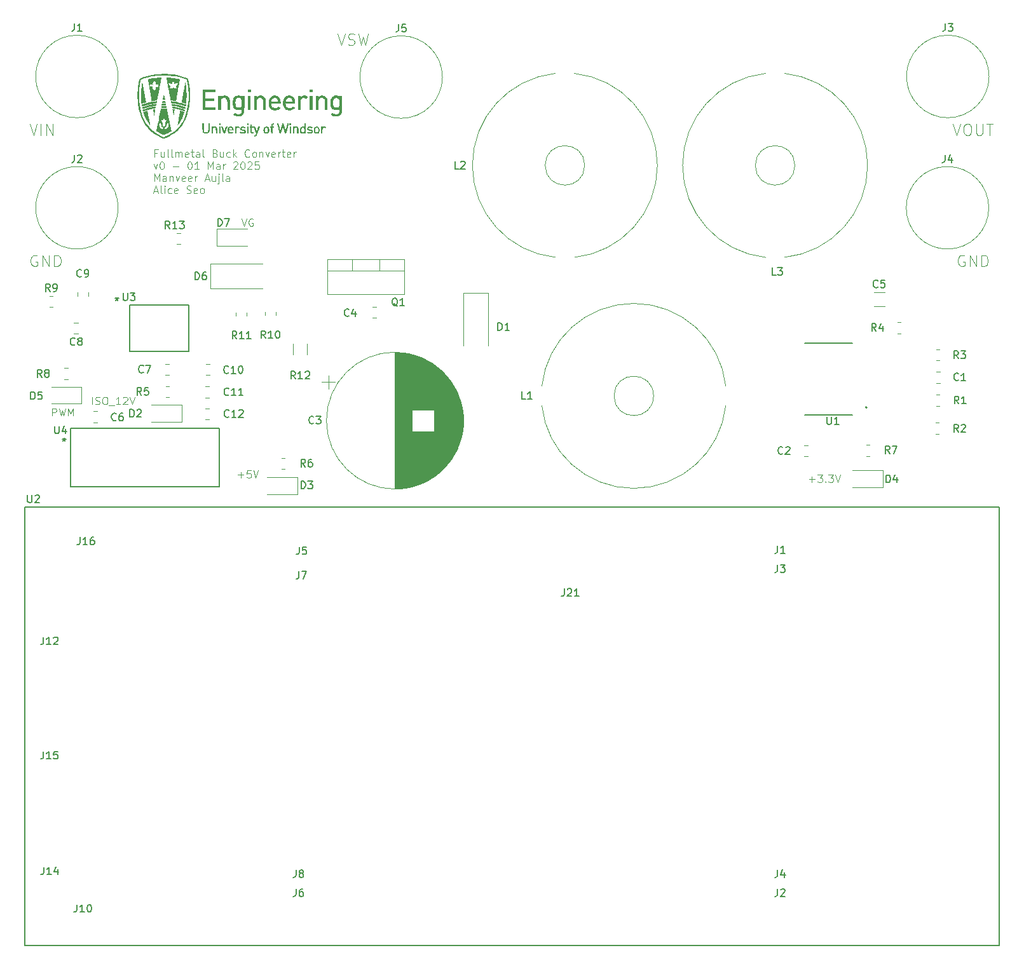
<source format=gbr>
%TF.GenerationSoftware,KiCad,Pcbnew,8.0.7*%
%TF.CreationDate,2025-03-01T22:58:23-05:00*%
%TF.ProjectId,MyFirstBuck,4d794669-7273-4744-9275-636b2e6b6963,v0*%
%TF.SameCoordinates,Original*%
%TF.FileFunction,Legend,Top*%
%TF.FilePolarity,Positive*%
%FSLAX46Y46*%
G04 Gerber Fmt 4.6, Leading zero omitted, Abs format (unit mm)*
G04 Created by KiCad (PCBNEW 8.0.7) date 2025-03-01 22:58:23*
%MOMM*%
%LPD*%
G01*
G04 APERTURE LIST*
%ADD10C,0.100000*%
%ADD11C,0.125000*%
%ADD12C,0.150000*%
%ADD13C,0.120000*%
%ADD14C,0.127000*%
%ADD15C,0.152400*%
%ADD16C,0.200000*%
%ADD17C,0.000000*%
G04 APERTURE END LIST*
D10*
X45023884Y-105202419D02*
X45023884Y-104202419D01*
X45452455Y-105154800D02*
X45595312Y-105202419D01*
X45595312Y-105202419D02*
X45833407Y-105202419D01*
X45833407Y-105202419D02*
X45928645Y-105154800D01*
X45928645Y-105154800D02*
X45976264Y-105107180D01*
X45976264Y-105107180D02*
X46023883Y-105011942D01*
X46023883Y-105011942D02*
X46023883Y-104916704D01*
X46023883Y-104916704D02*
X45976264Y-104821466D01*
X45976264Y-104821466D02*
X45928645Y-104773847D01*
X45928645Y-104773847D02*
X45833407Y-104726228D01*
X45833407Y-104726228D02*
X45642931Y-104678609D01*
X45642931Y-104678609D02*
X45547693Y-104630990D01*
X45547693Y-104630990D02*
X45500074Y-104583371D01*
X45500074Y-104583371D02*
X45452455Y-104488133D01*
X45452455Y-104488133D02*
X45452455Y-104392895D01*
X45452455Y-104392895D02*
X45500074Y-104297657D01*
X45500074Y-104297657D02*
X45547693Y-104250038D01*
X45547693Y-104250038D02*
X45642931Y-104202419D01*
X45642931Y-104202419D02*
X45881026Y-104202419D01*
X45881026Y-104202419D02*
X46023883Y-104250038D01*
X46642931Y-104202419D02*
X46833407Y-104202419D01*
X46833407Y-104202419D02*
X46928645Y-104250038D01*
X46928645Y-104250038D02*
X47023883Y-104345276D01*
X47023883Y-104345276D02*
X47071502Y-104535752D01*
X47071502Y-104535752D02*
X47071502Y-104869085D01*
X47071502Y-104869085D02*
X47023883Y-105059561D01*
X47023883Y-105059561D02*
X46928645Y-105154800D01*
X46928645Y-105154800D02*
X46833407Y-105202419D01*
X46833407Y-105202419D02*
X46642931Y-105202419D01*
X46642931Y-105202419D02*
X46547693Y-105154800D01*
X46547693Y-105154800D02*
X46452455Y-105059561D01*
X46452455Y-105059561D02*
X46404836Y-104869085D01*
X46404836Y-104869085D02*
X46404836Y-104535752D01*
X46404836Y-104535752D02*
X46452455Y-104345276D01*
X46452455Y-104345276D02*
X46547693Y-104250038D01*
X46547693Y-104250038D02*
X46642931Y-104202419D01*
X47261979Y-105297657D02*
X48023883Y-105297657D01*
X48785788Y-105202419D02*
X48214360Y-105202419D01*
X48500074Y-105202419D02*
X48500074Y-104202419D01*
X48500074Y-104202419D02*
X48404836Y-104345276D01*
X48404836Y-104345276D02*
X48309598Y-104440514D01*
X48309598Y-104440514D02*
X48214360Y-104488133D01*
X49166741Y-104297657D02*
X49214360Y-104250038D01*
X49214360Y-104250038D02*
X49309598Y-104202419D01*
X49309598Y-104202419D02*
X49547693Y-104202419D01*
X49547693Y-104202419D02*
X49642931Y-104250038D01*
X49642931Y-104250038D02*
X49690550Y-104297657D01*
X49690550Y-104297657D02*
X49738169Y-104392895D01*
X49738169Y-104392895D02*
X49738169Y-104488133D01*
X49738169Y-104488133D02*
X49690550Y-104630990D01*
X49690550Y-104630990D02*
X49119122Y-105202419D01*
X49119122Y-105202419D02*
X49738169Y-105202419D01*
X50023884Y-104202419D02*
X50357217Y-105202419D01*
X50357217Y-105202419D02*
X50690550Y-104202419D01*
X140533884Y-115191466D02*
X141295789Y-115191466D01*
X140914836Y-115572419D02*
X140914836Y-114810514D01*
X141676741Y-114572419D02*
X142295788Y-114572419D01*
X142295788Y-114572419D02*
X141962455Y-114953371D01*
X141962455Y-114953371D02*
X142105312Y-114953371D01*
X142105312Y-114953371D02*
X142200550Y-115000990D01*
X142200550Y-115000990D02*
X142248169Y-115048609D01*
X142248169Y-115048609D02*
X142295788Y-115143847D01*
X142295788Y-115143847D02*
X142295788Y-115381942D01*
X142295788Y-115381942D02*
X142248169Y-115477180D01*
X142248169Y-115477180D02*
X142200550Y-115524800D01*
X142200550Y-115524800D02*
X142105312Y-115572419D01*
X142105312Y-115572419D02*
X141819598Y-115572419D01*
X141819598Y-115572419D02*
X141724360Y-115524800D01*
X141724360Y-115524800D02*
X141676741Y-115477180D01*
X142724360Y-115477180D02*
X142771979Y-115524800D01*
X142771979Y-115524800D02*
X142724360Y-115572419D01*
X142724360Y-115572419D02*
X142676741Y-115524800D01*
X142676741Y-115524800D02*
X142724360Y-115477180D01*
X142724360Y-115477180D02*
X142724360Y-115572419D01*
X143105312Y-114572419D02*
X143724359Y-114572419D01*
X143724359Y-114572419D02*
X143391026Y-114953371D01*
X143391026Y-114953371D02*
X143533883Y-114953371D01*
X143533883Y-114953371D02*
X143629121Y-115000990D01*
X143629121Y-115000990D02*
X143676740Y-115048609D01*
X143676740Y-115048609D02*
X143724359Y-115143847D01*
X143724359Y-115143847D02*
X143724359Y-115381942D01*
X143724359Y-115381942D02*
X143676740Y-115477180D01*
X143676740Y-115477180D02*
X143629121Y-115524800D01*
X143629121Y-115524800D02*
X143533883Y-115572419D01*
X143533883Y-115572419D02*
X143248169Y-115572419D01*
X143248169Y-115572419D02*
X143152931Y-115524800D01*
X143152931Y-115524800D02*
X143105312Y-115477180D01*
X144010074Y-114572419D02*
X144343407Y-115572419D01*
X144343407Y-115572419D02*
X144676740Y-114572419D01*
X159708646Y-67811228D02*
X160208646Y-69311228D01*
X160208646Y-69311228D02*
X160708646Y-67811228D01*
X161494360Y-67811228D02*
X161780074Y-67811228D01*
X161780074Y-67811228D02*
X161922931Y-67882657D01*
X161922931Y-67882657D02*
X162065788Y-68025514D01*
X162065788Y-68025514D02*
X162137217Y-68311228D01*
X162137217Y-68311228D02*
X162137217Y-68811228D01*
X162137217Y-68811228D02*
X162065788Y-69096942D01*
X162065788Y-69096942D02*
X161922931Y-69239800D01*
X161922931Y-69239800D02*
X161780074Y-69311228D01*
X161780074Y-69311228D02*
X161494360Y-69311228D01*
X161494360Y-69311228D02*
X161351503Y-69239800D01*
X161351503Y-69239800D02*
X161208645Y-69096942D01*
X161208645Y-69096942D02*
X161137217Y-68811228D01*
X161137217Y-68811228D02*
X161137217Y-68311228D01*
X161137217Y-68311228D02*
X161208645Y-68025514D01*
X161208645Y-68025514D02*
X161351503Y-67882657D01*
X161351503Y-67882657D02*
X161494360Y-67811228D01*
X162780074Y-67811228D02*
X162780074Y-69025514D01*
X162780074Y-69025514D02*
X162851503Y-69168371D01*
X162851503Y-69168371D02*
X162922932Y-69239800D01*
X162922932Y-69239800D02*
X163065789Y-69311228D01*
X163065789Y-69311228D02*
X163351503Y-69311228D01*
X163351503Y-69311228D02*
X163494360Y-69239800D01*
X163494360Y-69239800D02*
X163565789Y-69168371D01*
X163565789Y-69168371D02*
X163637217Y-69025514D01*
X163637217Y-69025514D02*
X163637217Y-67811228D01*
X164137218Y-67811228D02*
X164994361Y-67811228D01*
X164565789Y-69311228D02*
X164565789Y-67811228D01*
X37708646Y-85382657D02*
X37565789Y-85311228D01*
X37565789Y-85311228D02*
X37351503Y-85311228D01*
X37351503Y-85311228D02*
X37137217Y-85382657D01*
X37137217Y-85382657D02*
X36994360Y-85525514D01*
X36994360Y-85525514D02*
X36922931Y-85668371D01*
X36922931Y-85668371D02*
X36851503Y-85954085D01*
X36851503Y-85954085D02*
X36851503Y-86168371D01*
X36851503Y-86168371D02*
X36922931Y-86454085D01*
X36922931Y-86454085D02*
X36994360Y-86596942D01*
X36994360Y-86596942D02*
X37137217Y-86739800D01*
X37137217Y-86739800D02*
X37351503Y-86811228D01*
X37351503Y-86811228D02*
X37494360Y-86811228D01*
X37494360Y-86811228D02*
X37708646Y-86739800D01*
X37708646Y-86739800D02*
X37780074Y-86668371D01*
X37780074Y-86668371D02*
X37780074Y-86168371D01*
X37780074Y-86168371D02*
X37494360Y-86168371D01*
X38422931Y-86811228D02*
X38422931Y-85311228D01*
X38422931Y-85311228D02*
X39280074Y-86811228D01*
X39280074Y-86811228D02*
X39280074Y-85311228D01*
X39994360Y-86811228D02*
X39994360Y-85311228D01*
X39994360Y-85311228D02*
X40351503Y-85311228D01*
X40351503Y-85311228D02*
X40565789Y-85382657D01*
X40565789Y-85382657D02*
X40708646Y-85525514D01*
X40708646Y-85525514D02*
X40780075Y-85668371D01*
X40780075Y-85668371D02*
X40851503Y-85954085D01*
X40851503Y-85954085D02*
X40851503Y-86168371D01*
X40851503Y-86168371D02*
X40780075Y-86454085D01*
X40780075Y-86454085D02*
X40708646Y-86596942D01*
X40708646Y-86596942D02*
X40565789Y-86739800D01*
X40565789Y-86739800D02*
X40351503Y-86811228D01*
X40351503Y-86811228D02*
X39994360Y-86811228D01*
X36708646Y-67811228D02*
X37208646Y-69311228D01*
X37208646Y-69311228D02*
X37708646Y-67811228D01*
X38208645Y-69311228D02*
X38208645Y-67811228D01*
X38922931Y-69311228D02*
X38922931Y-67811228D01*
X38922931Y-67811228D02*
X39780074Y-69311228D01*
X39780074Y-69311228D02*
X39780074Y-67811228D01*
X39703884Y-106712819D02*
X39703884Y-105712819D01*
X39703884Y-105712819D02*
X40084836Y-105712819D01*
X40084836Y-105712819D02*
X40180074Y-105760438D01*
X40180074Y-105760438D02*
X40227693Y-105808057D01*
X40227693Y-105808057D02*
X40275312Y-105903295D01*
X40275312Y-105903295D02*
X40275312Y-106046152D01*
X40275312Y-106046152D02*
X40227693Y-106141390D01*
X40227693Y-106141390D02*
X40180074Y-106189009D01*
X40180074Y-106189009D02*
X40084836Y-106236628D01*
X40084836Y-106236628D02*
X39703884Y-106236628D01*
X40608646Y-105712819D02*
X40846741Y-106712819D01*
X40846741Y-106712819D02*
X41037217Y-105998533D01*
X41037217Y-105998533D02*
X41227693Y-106712819D01*
X41227693Y-106712819D02*
X41465789Y-105712819D01*
X41846741Y-106712819D02*
X41846741Y-105712819D01*
X41846741Y-105712819D02*
X42180074Y-106427104D01*
X42180074Y-106427104D02*
X42513407Y-105712819D01*
X42513407Y-105712819D02*
X42513407Y-106712819D01*
X64448884Y-114601466D02*
X65210789Y-114601466D01*
X64829836Y-114982419D02*
X64829836Y-114220514D01*
X66163169Y-113982419D02*
X65686979Y-113982419D01*
X65686979Y-113982419D02*
X65639360Y-114458609D01*
X65639360Y-114458609D02*
X65686979Y-114410990D01*
X65686979Y-114410990D02*
X65782217Y-114363371D01*
X65782217Y-114363371D02*
X66020312Y-114363371D01*
X66020312Y-114363371D02*
X66115550Y-114410990D01*
X66115550Y-114410990D02*
X66163169Y-114458609D01*
X66163169Y-114458609D02*
X66210788Y-114553847D01*
X66210788Y-114553847D02*
X66210788Y-114791942D01*
X66210788Y-114791942D02*
X66163169Y-114887180D01*
X66163169Y-114887180D02*
X66115550Y-114934800D01*
X66115550Y-114934800D02*
X66020312Y-114982419D01*
X66020312Y-114982419D02*
X65782217Y-114982419D01*
X65782217Y-114982419D02*
X65686979Y-114934800D01*
X65686979Y-114934800D02*
X65639360Y-114887180D01*
X66496503Y-113982419D02*
X66829836Y-114982419D01*
X66829836Y-114982419D02*
X67163169Y-113982419D01*
D11*
X53653664Y-71717477D02*
X53320331Y-71717477D01*
X53320331Y-72241287D02*
X53320331Y-71241287D01*
X53320331Y-71241287D02*
X53796521Y-71241287D01*
X54606045Y-71574620D02*
X54606045Y-72241287D01*
X54177474Y-71574620D02*
X54177474Y-72098429D01*
X54177474Y-72098429D02*
X54225093Y-72193668D01*
X54225093Y-72193668D02*
X54320331Y-72241287D01*
X54320331Y-72241287D02*
X54463188Y-72241287D01*
X54463188Y-72241287D02*
X54558426Y-72193668D01*
X54558426Y-72193668D02*
X54606045Y-72146048D01*
X55225093Y-72241287D02*
X55129855Y-72193668D01*
X55129855Y-72193668D02*
X55082236Y-72098429D01*
X55082236Y-72098429D02*
X55082236Y-71241287D01*
X55748903Y-72241287D02*
X55653665Y-72193668D01*
X55653665Y-72193668D02*
X55606046Y-72098429D01*
X55606046Y-72098429D02*
X55606046Y-71241287D01*
X56129856Y-72241287D02*
X56129856Y-71574620D01*
X56129856Y-71669858D02*
X56177475Y-71622239D01*
X56177475Y-71622239D02*
X56272713Y-71574620D01*
X56272713Y-71574620D02*
X56415570Y-71574620D01*
X56415570Y-71574620D02*
X56510808Y-71622239D01*
X56510808Y-71622239D02*
X56558427Y-71717477D01*
X56558427Y-71717477D02*
X56558427Y-72241287D01*
X56558427Y-71717477D02*
X56606046Y-71622239D01*
X56606046Y-71622239D02*
X56701284Y-71574620D01*
X56701284Y-71574620D02*
X56844141Y-71574620D01*
X56844141Y-71574620D02*
X56939380Y-71622239D01*
X56939380Y-71622239D02*
X56986999Y-71717477D01*
X56986999Y-71717477D02*
X56986999Y-72241287D01*
X57844141Y-72193668D02*
X57748903Y-72241287D01*
X57748903Y-72241287D02*
X57558427Y-72241287D01*
X57558427Y-72241287D02*
X57463189Y-72193668D01*
X57463189Y-72193668D02*
X57415570Y-72098429D01*
X57415570Y-72098429D02*
X57415570Y-71717477D01*
X57415570Y-71717477D02*
X57463189Y-71622239D01*
X57463189Y-71622239D02*
X57558427Y-71574620D01*
X57558427Y-71574620D02*
X57748903Y-71574620D01*
X57748903Y-71574620D02*
X57844141Y-71622239D01*
X57844141Y-71622239D02*
X57891760Y-71717477D01*
X57891760Y-71717477D02*
X57891760Y-71812715D01*
X57891760Y-71812715D02*
X57415570Y-71907953D01*
X58177475Y-71574620D02*
X58558427Y-71574620D01*
X58320332Y-71241287D02*
X58320332Y-72098429D01*
X58320332Y-72098429D02*
X58367951Y-72193668D01*
X58367951Y-72193668D02*
X58463189Y-72241287D01*
X58463189Y-72241287D02*
X58558427Y-72241287D01*
X59320332Y-72241287D02*
X59320332Y-71717477D01*
X59320332Y-71717477D02*
X59272713Y-71622239D01*
X59272713Y-71622239D02*
X59177475Y-71574620D01*
X59177475Y-71574620D02*
X58986999Y-71574620D01*
X58986999Y-71574620D02*
X58891761Y-71622239D01*
X59320332Y-72193668D02*
X59225094Y-72241287D01*
X59225094Y-72241287D02*
X58986999Y-72241287D01*
X58986999Y-72241287D02*
X58891761Y-72193668D01*
X58891761Y-72193668D02*
X58844142Y-72098429D01*
X58844142Y-72098429D02*
X58844142Y-72003191D01*
X58844142Y-72003191D02*
X58891761Y-71907953D01*
X58891761Y-71907953D02*
X58986999Y-71860334D01*
X58986999Y-71860334D02*
X59225094Y-71860334D01*
X59225094Y-71860334D02*
X59320332Y-71812715D01*
X59939380Y-72241287D02*
X59844142Y-72193668D01*
X59844142Y-72193668D02*
X59796523Y-72098429D01*
X59796523Y-72098429D02*
X59796523Y-71241287D01*
X61415571Y-71717477D02*
X61558428Y-71765096D01*
X61558428Y-71765096D02*
X61606047Y-71812715D01*
X61606047Y-71812715D02*
X61653666Y-71907953D01*
X61653666Y-71907953D02*
X61653666Y-72050810D01*
X61653666Y-72050810D02*
X61606047Y-72146048D01*
X61606047Y-72146048D02*
X61558428Y-72193668D01*
X61558428Y-72193668D02*
X61463190Y-72241287D01*
X61463190Y-72241287D02*
X61082238Y-72241287D01*
X61082238Y-72241287D02*
X61082238Y-71241287D01*
X61082238Y-71241287D02*
X61415571Y-71241287D01*
X61415571Y-71241287D02*
X61510809Y-71288906D01*
X61510809Y-71288906D02*
X61558428Y-71336525D01*
X61558428Y-71336525D02*
X61606047Y-71431763D01*
X61606047Y-71431763D02*
X61606047Y-71527001D01*
X61606047Y-71527001D02*
X61558428Y-71622239D01*
X61558428Y-71622239D02*
X61510809Y-71669858D01*
X61510809Y-71669858D02*
X61415571Y-71717477D01*
X61415571Y-71717477D02*
X61082238Y-71717477D01*
X62510809Y-71574620D02*
X62510809Y-72241287D01*
X62082238Y-71574620D02*
X62082238Y-72098429D01*
X62082238Y-72098429D02*
X62129857Y-72193668D01*
X62129857Y-72193668D02*
X62225095Y-72241287D01*
X62225095Y-72241287D02*
X62367952Y-72241287D01*
X62367952Y-72241287D02*
X62463190Y-72193668D01*
X62463190Y-72193668D02*
X62510809Y-72146048D01*
X63415571Y-72193668D02*
X63320333Y-72241287D01*
X63320333Y-72241287D02*
X63129857Y-72241287D01*
X63129857Y-72241287D02*
X63034619Y-72193668D01*
X63034619Y-72193668D02*
X62987000Y-72146048D01*
X62987000Y-72146048D02*
X62939381Y-72050810D01*
X62939381Y-72050810D02*
X62939381Y-71765096D01*
X62939381Y-71765096D02*
X62987000Y-71669858D01*
X62987000Y-71669858D02*
X63034619Y-71622239D01*
X63034619Y-71622239D02*
X63129857Y-71574620D01*
X63129857Y-71574620D02*
X63320333Y-71574620D01*
X63320333Y-71574620D02*
X63415571Y-71622239D01*
X63844143Y-72241287D02*
X63844143Y-71241287D01*
X63939381Y-71860334D02*
X64225095Y-72241287D01*
X64225095Y-71574620D02*
X63844143Y-71955572D01*
X65987000Y-72146048D02*
X65939381Y-72193668D01*
X65939381Y-72193668D02*
X65796524Y-72241287D01*
X65796524Y-72241287D02*
X65701286Y-72241287D01*
X65701286Y-72241287D02*
X65558429Y-72193668D01*
X65558429Y-72193668D02*
X65463191Y-72098429D01*
X65463191Y-72098429D02*
X65415572Y-72003191D01*
X65415572Y-72003191D02*
X65367953Y-71812715D01*
X65367953Y-71812715D02*
X65367953Y-71669858D01*
X65367953Y-71669858D02*
X65415572Y-71479382D01*
X65415572Y-71479382D02*
X65463191Y-71384144D01*
X65463191Y-71384144D02*
X65558429Y-71288906D01*
X65558429Y-71288906D02*
X65701286Y-71241287D01*
X65701286Y-71241287D02*
X65796524Y-71241287D01*
X65796524Y-71241287D02*
X65939381Y-71288906D01*
X65939381Y-71288906D02*
X65987000Y-71336525D01*
X66558429Y-72241287D02*
X66463191Y-72193668D01*
X66463191Y-72193668D02*
X66415572Y-72146048D01*
X66415572Y-72146048D02*
X66367953Y-72050810D01*
X66367953Y-72050810D02*
X66367953Y-71765096D01*
X66367953Y-71765096D02*
X66415572Y-71669858D01*
X66415572Y-71669858D02*
X66463191Y-71622239D01*
X66463191Y-71622239D02*
X66558429Y-71574620D01*
X66558429Y-71574620D02*
X66701286Y-71574620D01*
X66701286Y-71574620D02*
X66796524Y-71622239D01*
X66796524Y-71622239D02*
X66844143Y-71669858D01*
X66844143Y-71669858D02*
X66891762Y-71765096D01*
X66891762Y-71765096D02*
X66891762Y-72050810D01*
X66891762Y-72050810D02*
X66844143Y-72146048D01*
X66844143Y-72146048D02*
X66796524Y-72193668D01*
X66796524Y-72193668D02*
X66701286Y-72241287D01*
X66701286Y-72241287D02*
X66558429Y-72241287D01*
X67320334Y-71574620D02*
X67320334Y-72241287D01*
X67320334Y-71669858D02*
X67367953Y-71622239D01*
X67367953Y-71622239D02*
X67463191Y-71574620D01*
X67463191Y-71574620D02*
X67606048Y-71574620D01*
X67606048Y-71574620D02*
X67701286Y-71622239D01*
X67701286Y-71622239D02*
X67748905Y-71717477D01*
X67748905Y-71717477D02*
X67748905Y-72241287D01*
X68129858Y-71574620D02*
X68367953Y-72241287D01*
X68367953Y-72241287D02*
X68606048Y-71574620D01*
X69367953Y-72193668D02*
X69272715Y-72241287D01*
X69272715Y-72241287D02*
X69082239Y-72241287D01*
X69082239Y-72241287D02*
X68987001Y-72193668D01*
X68987001Y-72193668D02*
X68939382Y-72098429D01*
X68939382Y-72098429D02*
X68939382Y-71717477D01*
X68939382Y-71717477D02*
X68987001Y-71622239D01*
X68987001Y-71622239D02*
X69082239Y-71574620D01*
X69082239Y-71574620D02*
X69272715Y-71574620D01*
X69272715Y-71574620D02*
X69367953Y-71622239D01*
X69367953Y-71622239D02*
X69415572Y-71717477D01*
X69415572Y-71717477D02*
X69415572Y-71812715D01*
X69415572Y-71812715D02*
X68939382Y-71907953D01*
X69844144Y-72241287D02*
X69844144Y-71574620D01*
X69844144Y-71765096D02*
X69891763Y-71669858D01*
X69891763Y-71669858D02*
X69939382Y-71622239D01*
X69939382Y-71622239D02*
X70034620Y-71574620D01*
X70034620Y-71574620D02*
X70129858Y-71574620D01*
X70320335Y-71574620D02*
X70701287Y-71574620D01*
X70463192Y-71241287D02*
X70463192Y-72098429D01*
X70463192Y-72098429D02*
X70510811Y-72193668D01*
X70510811Y-72193668D02*
X70606049Y-72241287D01*
X70606049Y-72241287D02*
X70701287Y-72241287D01*
X71415573Y-72193668D02*
X71320335Y-72241287D01*
X71320335Y-72241287D02*
X71129859Y-72241287D01*
X71129859Y-72241287D02*
X71034621Y-72193668D01*
X71034621Y-72193668D02*
X70987002Y-72098429D01*
X70987002Y-72098429D02*
X70987002Y-71717477D01*
X70987002Y-71717477D02*
X71034621Y-71622239D01*
X71034621Y-71622239D02*
X71129859Y-71574620D01*
X71129859Y-71574620D02*
X71320335Y-71574620D01*
X71320335Y-71574620D02*
X71415573Y-71622239D01*
X71415573Y-71622239D02*
X71463192Y-71717477D01*
X71463192Y-71717477D02*
X71463192Y-71812715D01*
X71463192Y-71812715D02*
X70987002Y-71907953D01*
X71891764Y-72241287D02*
X71891764Y-71574620D01*
X71891764Y-71765096D02*
X71939383Y-71669858D01*
X71939383Y-71669858D02*
X71987002Y-71622239D01*
X71987002Y-71622239D02*
X72082240Y-71574620D01*
X72082240Y-71574620D02*
X72177478Y-71574620D01*
X53225093Y-73184564D02*
X53463188Y-73851231D01*
X53463188Y-73851231D02*
X53701283Y-73184564D01*
X54272712Y-72851231D02*
X54367950Y-72851231D01*
X54367950Y-72851231D02*
X54463188Y-72898850D01*
X54463188Y-72898850D02*
X54510807Y-72946469D01*
X54510807Y-72946469D02*
X54558426Y-73041707D01*
X54558426Y-73041707D02*
X54606045Y-73232183D01*
X54606045Y-73232183D02*
X54606045Y-73470278D01*
X54606045Y-73470278D02*
X54558426Y-73660754D01*
X54558426Y-73660754D02*
X54510807Y-73755992D01*
X54510807Y-73755992D02*
X54463188Y-73803612D01*
X54463188Y-73803612D02*
X54367950Y-73851231D01*
X54367950Y-73851231D02*
X54272712Y-73851231D01*
X54272712Y-73851231D02*
X54177474Y-73803612D01*
X54177474Y-73803612D02*
X54129855Y-73755992D01*
X54129855Y-73755992D02*
X54082236Y-73660754D01*
X54082236Y-73660754D02*
X54034617Y-73470278D01*
X54034617Y-73470278D02*
X54034617Y-73232183D01*
X54034617Y-73232183D02*
X54082236Y-73041707D01*
X54082236Y-73041707D02*
X54129855Y-72946469D01*
X54129855Y-72946469D02*
X54177474Y-72898850D01*
X54177474Y-72898850D02*
X54272712Y-72851231D01*
X55796522Y-73470278D02*
X56558427Y-73470278D01*
X57986998Y-72851231D02*
X58082236Y-72851231D01*
X58082236Y-72851231D02*
X58177474Y-72898850D01*
X58177474Y-72898850D02*
X58225093Y-72946469D01*
X58225093Y-72946469D02*
X58272712Y-73041707D01*
X58272712Y-73041707D02*
X58320331Y-73232183D01*
X58320331Y-73232183D02*
X58320331Y-73470278D01*
X58320331Y-73470278D02*
X58272712Y-73660754D01*
X58272712Y-73660754D02*
X58225093Y-73755992D01*
X58225093Y-73755992D02*
X58177474Y-73803612D01*
X58177474Y-73803612D02*
X58082236Y-73851231D01*
X58082236Y-73851231D02*
X57986998Y-73851231D01*
X57986998Y-73851231D02*
X57891760Y-73803612D01*
X57891760Y-73803612D02*
X57844141Y-73755992D01*
X57844141Y-73755992D02*
X57796522Y-73660754D01*
X57796522Y-73660754D02*
X57748903Y-73470278D01*
X57748903Y-73470278D02*
X57748903Y-73232183D01*
X57748903Y-73232183D02*
X57796522Y-73041707D01*
X57796522Y-73041707D02*
X57844141Y-72946469D01*
X57844141Y-72946469D02*
X57891760Y-72898850D01*
X57891760Y-72898850D02*
X57986998Y-72851231D01*
X59272712Y-73851231D02*
X58701284Y-73851231D01*
X58986998Y-73851231D02*
X58986998Y-72851231D01*
X58986998Y-72851231D02*
X58891760Y-72994088D01*
X58891760Y-72994088D02*
X58796522Y-73089326D01*
X58796522Y-73089326D02*
X58701284Y-73136945D01*
X60463189Y-73851231D02*
X60463189Y-72851231D01*
X60463189Y-72851231D02*
X60796522Y-73565516D01*
X60796522Y-73565516D02*
X61129855Y-72851231D01*
X61129855Y-72851231D02*
X61129855Y-73851231D01*
X62034617Y-73851231D02*
X62034617Y-73327421D01*
X62034617Y-73327421D02*
X61986998Y-73232183D01*
X61986998Y-73232183D02*
X61891760Y-73184564D01*
X61891760Y-73184564D02*
X61701284Y-73184564D01*
X61701284Y-73184564D02*
X61606046Y-73232183D01*
X62034617Y-73803612D02*
X61939379Y-73851231D01*
X61939379Y-73851231D02*
X61701284Y-73851231D01*
X61701284Y-73851231D02*
X61606046Y-73803612D01*
X61606046Y-73803612D02*
X61558427Y-73708373D01*
X61558427Y-73708373D02*
X61558427Y-73613135D01*
X61558427Y-73613135D02*
X61606046Y-73517897D01*
X61606046Y-73517897D02*
X61701284Y-73470278D01*
X61701284Y-73470278D02*
X61939379Y-73470278D01*
X61939379Y-73470278D02*
X62034617Y-73422659D01*
X62510808Y-73851231D02*
X62510808Y-73184564D01*
X62510808Y-73375040D02*
X62558427Y-73279802D01*
X62558427Y-73279802D02*
X62606046Y-73232183D01*
X62606046Y-73232183D02*
X62701284Y-73184564D01*
X62701284Y-73184564D02*
X62796522Y-73184564D01*
X63844142Y-72946469D02*
X63891761Y-72898850D01*
X63891761Y-72898850D02*
X63986999Y-72851231D01*
X63986999Y-72851231D02*
X64225094Y-72851231D01*
X64225094Y-72851231D02*
X64320332Y-72898850D01*
X64320332Y-72898850D02*
X64367951Y-72946469D01*
X64367951Y-72946469D02*
X64415570Y-73041707D01*
X64415570Y-73041707D02*
X64415570Y-73136945D01*
X64415570Y-73136945D02*
X64367951Y-73279802D01*
X64367951Y-73279802D02*
X63796523Y-73851231D01*
X63796523Y-73851231D02*
X64415570Y-73851231D01*
X65034618Y-72851231D02*
X65129856Y-72851231D01*
X65129856Y-72851231D02*
X65225094Y-72898850D01*
X65225094Y-72898850D02*
X65272713Y-72946469D01*
X65272713Y-72946469D02*
X65320332Y-73041707D01*
X65320332Y-73041707D02*
X65367951Y-73232183D01*
X65367951Y-73232183D02*
X65367951Y-73470278D01*
X65367951Y-73470278D02*
X65320332Y-73660754D01*
X65320332Y-73660754D02*
X65272713Y-73755992D01*
X65272713Y-73755992D02*
X65225094Y-73803612D01*
X65225094Y-73803612D02*
X65129856Y-73851231D01*
X65129856Y-73851231D02*
X65034618Y-73851231D01*
X65034618Y-73851231D02*
X64939380Y-73803612D01*
X64939380Y-73803612D02*
X64891761Y-73755992D01*
X64891761Y-73755992D02*
X64844142Y-73660754D01*
X64844142Y-73660754D02*
X64796523Y-73470278D01*
X64796523Y-73470278D02*
X64796523Y-73232183D01*
X64796523Y-73232183D02*
X64844142Y-73041707D01*
X64844142Y-73041707D02*
X64891761Y-72946469D01*
X64891761Y-72946469D02*
X64939380Y-72898850D01*
X64939380Y-72898850D02*
X65034618Y-72851231D01*
X65748904Y-72946469D02*
X65796523Y-72898850D01*
X65796523Y-72898850D02*
X65891761Y-72851231D01*
X65891761Y-72851231D02*
X66129856Y-72851231D01*
X66129856Y-72851231D02*
X66225094Y-72898850D01*
X66225094Y-72898850D02*
X66272713Y-72946469D01*
X66272713Y-72946469D02*
X66320332Y-73041707D01*
X66320332Y-73041707D02*
X66320332Y-73136945D01*
X66320332Y-73136945D02*
X66272713Y-73279802D01*
X66272713Y-73279802D02*
X65701285Y-73851231D01*
X65701285Y-73851231D02*
X66320332Y-73851231D01*
X67225094Y-72851231D02*
X66748904Y-72851231D01*
X66748904Y-72851231D02*
X66701285Y-73327421D01*
X66701285Y-73327421D02*
X66748904Y-73279802D01*
X66748904Y-73279802D02*
X66844142Y-73232183D01*
X66844142Y-73232183D02*
X67082237Y-73232183D01*
X67082237Y-73232183D02*
X67177475Y-73279802D01*
X67177475Y-73279802D02*
X67225094Y-73327421D01*
X67225094Y-73327421D02*
X67272713Y-73422659D01*
X67272713Y-73422659D02*
X67272713Y-73660754D01*
X67272713Y-73660754D02*
X67225094Y-73755992D01*
X67225094Y-73755992D02*
X67177475Y-73803612D01*
X67177475Y-73803612D02*
X67082237Y-73851231D01*
X67082237Y-73851231D02*
X66844142Y-73851231D01*
X66844142Y-73851231D02*
X66748904Y-73803612D01*
X66748904Y-73803612D02*
X66701285Y-73755992D01*
X53320331Y-75461175D02*
X53320331Y-74461175D01*
X53320331Y-74461175D02*
X53653664Y-75175460D01*
X53653664Y-75175460D02*
X53986997Y-74461175D01*
X53986997Y-74461175D02*
X53986997Y-75461175D01*
X54891759Y-75461175D02*
X54891759Y-74937365D01*
X54891759Y-74937365D02*
X54844140Y-74842127D01*
X54844140Y-74842127D02*
X54748902Y-74794508D01*
X54748902Y-74794508D02*
X54558426Y-74794508D01*
X54558426Y-74794508D02*
X54463188Y-74842127D01*
X54891759Y-75413556D02*
X54796521Y-75461175D01*
X54796521Y-75461175D02*
X54558426Y-75461175D01*
X54558426Y-75461175D02*
X54463188Y-75413556D01*
X54463188Y-75413556D02*
X54415569Y-75318317D01*
X54415569Y-75318317D02*
X54415569Y-75223079D01*
X54415569Y-75223079D02*
X54463188Y-75127841D01*
X54463188Y-75127841D02*
X54558426Y-75080222D01*
X54558426Y-75080222D02*
X54796521Y-75080222D01*
X54796521Y-75080222D02*
X54891759Y-75032603D01*
X55367950Y-74794508D02*
X55367950Y-75461175D01*
X55367950Y-74889746D02*
X55415569Y-74842127D01*
X55415569Y-74842127D02*
X55510807Y-74794508D01*
X55510807Y-74794508D02*
X55653664Y-74794508D01*
X55653664Y-74794508D02*
X55748902Y-74842127D01*
X55748902Y-74842127D02*
X55796521Y-74937365D01*
X55796521Y-74937365D02*
X55796521Y-75461175D01*
X56177474Y-74794508D02*
X56415569Y-75461175D01*
X56415569Y-75461175D02*
X56653664Y-74794508D01*
X57415569Y-75413556D02*
X57320331Y-75461175D01*
X57320331Y-75461175D02*
X57129855Y-75461175D01*
X57129855Y-75461175D02*
X57034617Y-75413556D01*
X57034617Y-75413556D02*
X56986998Y-75318317D01*
X56986998Y-75318317D02*
X56986998Y-74937365D01*
X56986998Y-74937365D02*
X57034617Y-74842127D01*
X57034617Y-74842127D02*
X57129855Y-74794508D01*
X57129855Y-74794508D02*
X57320331Y-74794508D01*
X57320331Y-74794508D02*
X57415569Y-74842127D01*
X57415569Y-74842127D02*
X57463188Y-74937365D01*
X57463188Y-74937365D02*
X57463188Y-75032603D01*
X57463188Y-75032603D02*
X56986998Y-75127841D01*
X58272712Y-75413556D02*
X58177474Y-75461175D01*
X58177474Y-75461175D02*
X57986998Y-75461175D01*
X57986998Y-75461175D02*
X57891760Y-75413556D01*
X57891760Y-75413556D02*
X57844141Y-75318317D01*
X57844141Y-75318317D02*
X57844141Y-74937365D01*
X57844141Y-74937365D02*
X57891760Y-74842127D01*
X57891760Y-74842127D02*
X57986998Y-74794508D01*
X57986998Y-74794508D02*
X58177474Y-74794508D01*
X58177474Y-74794508D02*
X58272712Y-74842127D01*
X58272712Y-74842127D02*
X58320331Y-74937365D01*
X58320331Y-74937365D02*
X58320331Y-75032603D01*
X58320331Y-75032603D02*
X57844141Y-75127841D01*
X58748903Y-75461175D02*
X58748903Y-74794508D01*
X58748903Y-74984984D02*
X58796522Y-74889746D01*
X58796522Y-74889746D02*
X58844141Y-74842127D01*
X58844141Y-74842127D02*
X58939379Y-74794508D01*
X58939379Y-74794508D02*
X59034617Y-74794508D01*
X60082237Y-75175460D02*
X60558427Y-75175460D01*
X59986999Y-75461175D02*
X60320332Y-74461175D01*
X60320332Y-74461175D02*
X60653665Y-75461175D01*
X61415570Y-74794508D02*
X61415570Y-75461175D01*
X60986999Y-74794508D02*
X60986999Y-75318317D01*
X60986999Y-75318317D02*
X61034618Y-75413556D01*
X61034618Y-75413556D02*
X61129856Y-75461175D01*
X61129856Y-75461175D02*
X61272713Y-75461175D01*
X61272713Y-75461175D02*
X61367951Y-75413556D01*
X61367951Y-75413556D02*
X61415570Y-75365936D01*
X61891761Y-74794508D02*
X61891761Y-75651651D01*
X61891761Y-75651651D02*
X61844142Y-75746889D01*
X61844142Y-75746889D02*
X61748904Y-75794508D01*
X61748904Y-75794508D02*
X61701285Y-75794508D01*
X61891761Y-74461175D02*
X61844142Y-74508794D01*
X61844142Y-74508794D02*
X61891761Y-74556413D01*
X61891761Y-74556413D02*
X61939380Y-74508794D01*
X61939380Y-74508794D02*
X61891761Y-74461175D01*
X61891761Y-74461175D02*
X61891761Y-74556413D01*
X62510808Y-75461175D02*
X62415570Y-75413556D01*
X62415570Y-75413556D02*
X62367951Y-75318317D01*
X62367951Y-75318317D02*
X62367951Y-74461175D01*
X63320332Y-75461175D02*
X63320332Y-74937365D01*
X63320332Y-74937365D02*
X63272713Y-74842127D01*
X63272713Y-74842127D02*
X63177475Y-74794508D01*
X63177475Y-74794508D02*
X62986999Y-74794508D01*
X62986999Y-74794508D02*
X62891761Y-74842127D01*
X63320332Y-75413556D02*
X63225094Y-75461175D01*
X63225094Y-75461175D02*
X62986999Y-75461175D01*
X62986999Y-75461175D02*
X62891761Y-75413556D01*
X62891761Y-75413556D02*
X62844142Y-75318317D01*
X62844142Y-75318317D02*
X62844142Y-75223079D01*
X62844142Y-75223079D02*
X62891761Y-75127841D01*
X62891761Y-75127841D02*
X62986999Y-75080222D01*
X62986999Y-75080222D02*
X63225094Y-75080222D01*
X63225094Y-75080222D02*
X63320332Y-75032603D01*
X53272712Y-76785404D02*
X53748902Y-76785404D01*
X53177474Y-77071119D02*
X53510807Y-76071119D01*
X53510807Y-76071119D02*
X53844140Y-77071119D01*
X54320331Y-77071119D02*
X54225093Y-77023500D01*
X54225093Y-77023500D02*
X54177474Y-76928261D01*
X54177474Y-76928261D02*
X54177474Y-76071119D01*
X54701284Y-77071119D02*
X54701284Y-76404452D01*
X54701284Y-76071119D02*
X54653665Y-76118738D01*
X54653665Y-76118738D02*
X54701284Y-76166357D01*
X54701284Y-76166357D02*
X54748903Y-76118738D01*
X54748903Y-76118738D02*
X54701284Y-76071119D01*
X54701284Y-76071119D02*
X54701284Y-76166357D01*
X55606045Y-77023500D02*
X55510807Y-77071119D01*
X55510807Y-77071119D02*
X55320331Y-77071119D01*
X55320331Y-77071119D02*
X55225093Y-77023500D01*
X55225093Y-77023500D02*
X55177474Y-76975880D01*
X55177474Y-76975880D02*
X55129855Y-76880642D01*
X55129855Y-76880642D02*
X55129855Y-76594928D01*
X55129855Y-76594928D02*
X55177474Y-76499690D01*
X55177474Y-76499690D02*
X55225093Y-76452071D01*
X55225093Y-76452071D02*
X55320331Y-76404452D01*
X55320331Y-76404452D02*
X55510807Y-76404452D01*
X55510807Y-76404452D02*
X55606045Y-76452071D01*
X56415569Y-77023500D02*
X56320331Y-77071119D01*
X56320331Y-77071119D02*
X56129855Y-77071119D01*
X56129855Y-77071119D02*
X56034617Y-77023500D01*
X56034617Y-77023500D02*
X55986998Y-76928261D01*
X55986998Y-76928261D02*
X55986998Y-76547309D01*
X55986998Y-76547309D02*
X56034617Y-76452071D01*
X56034617Y-76452071D02*
X56129855Y-76404452D01*
X56129855Y-76404452D02*
X56320331Y-76404452D01*
X56320331Y-76404452D02*
X56415569Y-76452071D01*
X56415569Y-76452071D02*
X56463188Y-76547309D01*
X56463188Y-76547309D02*
X56463188Y-76642547D01*
X56463188Y-76642547D02*
X55986998Y-76737785D01*
X57606046Y-77023500D02*
X57748903Y-77071119D01*
X57748903Y-77071119D02*
X57986998Y-77071119D01*
X57986998Y-77071119D02*
X58082236Y-77023500D01*
X58082236Y-77023500D02*
X58129855Y-76975880D01*
X58129855Y-76975880D02*
X58177474Y-76880642D01*
X58177474Y-76880642D02*
X58177474Y-76785404D01*
X58177474Y-76785404D02*
X58129855Y-76690166D01*
X58129855Y-76690166D02*
X58082236Y-76642547D01*
X58082236Y-76642547D02*
X57986998Y-76594928D01*
X57986998Y-76594928D02*
X57796522Y-76547309D01*
X57796522Y-76547309D02*
X57701284Y-76499690D01*
X57701284Y-76499690D02*
X57653665Y-76452071D01*
X57653665Y-76452071D02*
X57606046Y-76356833D01*
X57606046Y-76356833D02*
X57606046Y-76261595D01*
X57606046Y-76261595D02*
X57653665Y-76166357D01*
X57653665Y-76166357D02*
X57701284Y-76118738D01*
X57701284Y-76118738D02*
X57796522Y-76071119D01*
X57796522Y-76071119D02*
X58034617Y-76071119D01*
X58034617Y-76071119D02*
X58177474Y-76118738D01*
X58986998Y-77023500D02*
X58891760Y-77071119D01*
X58891760Y-77071119D02*
X58701284Y-77071119D01*
X58701284Y-77071119D02*
X58606046Y-77023500D01*
X58606046Y-77023500D02*
X58558427Y-76928261D01*
X58558427Y-76928261D02*
X58558427Y-76547309D01*
X58558427Y-76547309D02*
X58606046Y-76452071D01*
X58606046Y-76452071D02*
X58701284Y-76404452D01*
X58701284Y-76404452D02*
X58891760Y-76404452D01*
X58891760Y-76404452D02*
X58986998Y-76452071D01*
X58986998Y-76452071D02*
X59034617Y-76547309D01*
X59034617Y-76547309D02*
X59034617Y-76642547D01*
X59034617Y-76642547D02*
X58558427Y-76737785D01*
X59606046Y-77071119D02*
X59510808Y-77023500D01*
X59510808Y-77023500D02*
X59463189Y-76975880D01*
X59463189Y-76975880D02*
X59415570Y-76880642D01*
X59415570Y-76880642D02*
X59415570Y-76594928D01*
X59415570Y-76594928D02*
X59463189Y-76499690D01*
X59463189Y-76499690D02*
X59510808Y-76452071D01*
X59510808Y-76452071D02*
X59606046Y-76404452D01*
X59606046Y-76404452D02*
X59748903Y-76404452D01*
X59748903Y-76404452D02*
X59844141Y-76452071D01*
X59844141Y-76452071D02*
X59891760Y-76499690D01*
X59891760Y-76499690D02*
X59939379Y-76594928D01*
X59939379Y-76594928D02*
X59939379Y-76880642D01*
X59939379Y-76880642D02*
X59891760Y-76975880D01*
X59891760Y-76975880D02*
X59844141Y-77023500D01*
X59844141Y-77023500D02*
X59748903Y-77071119D01*
X59748903Y-77071119D02*
X59606046Y-77071119D01*
D10*
X64911027Y-80442419D02*
X65244360Y-81442419D01*
X65244360Y-81442419D02*
X65577693Y-80442419D01*
X66434836Y-80490038D02*
X66339598Y-80442419D01*
X66339598Y-80442419D02*
X66196741Y-80442419D01*
X66196741Y-80442419D02*
X66053884Y-80490038D01*
X66053884Y-80490038D02*
X65958646Y-80585276D01*
X65958646Y-80585276D02*
X65911027Y-80680514D01*
X65911027Y-80680514D02*
X65863408Y-80870990D01*
X65863408Y-80870990D02*
X65863408Y-81013847D01*
X65863408Y-81013847D02*
X65911027Y-81204323D01*
X65911027Y-81204323D02*
X65958646Y-81299561D01*
X65958646Y-81299561D02*
X66053884Y-81394800D01*
X66053884Y-81394800D02*
X66196741Y-81442419D01*
X66196741Y-81442419D02*
X66291979Y-81442419D01*
X66291979Y-81442419D02*
X66434836Y-81394800D01*
X66434836Y-81394800D02*
X66482455Y-81347180D01*
X66482455Y-81347180D02*
X66482455Y-81013847D01*
X66482455Y-81013847D02*
X66291979Y-81013847D01*
X161208646Y-85382657D02*
X161065789Y-85311228D01*
X161065789Y-85311228D02*
X160851503Y-85311228D01*
X160851503Y-85311228D02*
X160637217Y-85382657D01*
X160637217Y-85382657D02*
X160494360Y-85525514D01*
X160494360Y-85525514D02*
X160422931Y-85668371D01*
X160422931Y-85668371D02*
X160351503Y-85954085D01*
X160351503Y-85954085D02*
X160351503Y-86168371D01*
X160351503Y-86168371D02*
X160422931Y-86454085D01*
X160422931Y-86454085D02*
X160494360Y-86596942D01*
X160494360Y-86596942D02*
X160637217Y-86739800D01*
X160637217Y-86739800D02*
X160851503Y-86811228D01*
X160851503Y-86811228D02*
X160994360Y-86811228D01*
X160994360Y-86811228D02*
X161208646Y-86739800D01*
X161208646Y-86739800D02*
X161280074Y-86668371D01*
X161280074Y-86668371D02*
X161280074Y-86168371D01*
X161280074Y-86168371D02*
X160994360Y-86168371D01*
X161922931Y-86811228D02*
X161922931Y-85311228D01*
X161922931Y-85311228D02*
X162780074Y-86811228D01*
X162780074Y-86811228D02*
X162780074Y-85311228D01*
X163494360Y-86811228D02*
X163494360Y-85311228D01*
X163494360Y-85311228D02*
X163851503Y-85311228D01*
X163851503Y-85311228D02*
X164065789Y-85382657D01*
X164065789Y-85382657D02*
X164208646Y-85525514D01*
X164208646Y-85525514D02*
X164280075Y-85668371D01*
X164280075Y-85668371D02*
X164351503Y-85954085D01*
X164351503Y-85954085D02*
X164351503Y-86168371D01*
X164351503Y-86168371D02*
X164280075Y-86454085D01*
X164280075Y-86454085D02*
X164208646Y-86596942D01*
X164208646Y-86596942D02*
X164065789Y-86739800D01*
X164065789Y-86739800D02*
X163851503Y-86811228D01*
X163851503Y-86811228D02*
X163494360Y-86811228D01*
X77708646Y-55811228D02*
X78208646Y-57311228D01*
X78208646Y-57311228D02*
X78708646Y-55811228D01*
X79137217Y-57239800D02*
X79351503Y-57311228D01*
X79351503Y-57311228D02*
X79708645Y-57311228D01*
X79708645Y-57311228D02*
X79851503Y-57239800D01*
X79851503Y-57239800D02*
X79922931Y-57168371D01*
X79922931Y-57168371D02*
X79994360Y-57025514D01*
X79994360Y-57025514D02*
X79994360Y-56882657D01*
X79994360Y-56882657D02*
X79922931Y-56739800D01*
X79922931Y-56739800D02*
X79851503Y-56668371D01*
X79851503Y-56668371D02*
X79708645Y-56596942D01*
X79708645Y-56596942D02*
X79422931Y-56525514D01*
X79422931Y-56525514D02*
X79280074Y-56454085D01*
X79280074Y-56454085D02*
X79208645Y-56382657D01*
X79208645Y-56382657D02*
X79137217Y-56239800D01*
X79137217Y-56239800D02*
X79137217Y-56096942D01*
X79137217Y-56096942D02*
X79208645Y-55954085D01*
X79208645Y-55954085D02*
X79280074Y-55882657D01*
X79280074Y-55882657D02*
X79422931Y-55811228D01*
X79422931Y-55811228D02*
X79780074Y-55811228D01*
X79780074Y-55811228D02*
X79994360Y-55882657D01*
X80494359Y-55811228D02*
X80851502Y-57311228D01*
X80851502Y-57311228D02*
X81137216Y-56239800D01*
X81137216Y-56239800D02*
X81422931Y-57311228D01*
X81422931Y-57311228D02*
X81780074Y-55811228D01*
D12*
X136103333Y-87964819D02*
X135627143Y-87964819D01*
X135627143Y-87964819D02*
X135627143Y-86964819D01*
X136341429Y-86964819D02*
X136960476Y-86964819D01*
X136960476Y-86964819D02*
X136627143Y-87345771D01*
X136627143Y-87345771D02*
X136770000Y-87345771D01*
X136770000Y-87345771D02*
X136865238Y-87393390D01*
X136865238Y-87393390D02*
X136912857Y-87441009D01*
X136912857Y-87441009D02*
X136960476Y-87536247D01*
X136960476Y-87536247D02*
X136960476Y-87774342D01*
X136960476Y-87774342D02*
X136912857Y-87869580D01*
X136912857Y-87869580D02*
X136865238Y-87917200D01*
X136865238Y-87917200D02*
X136770000Y-87964819D01*
X136770000Y-87964819D02*
X136484286Y-87964819D01*
X136484286Y-87964819D02*
X136389048Y-87917200D01*
X136389048Y-87917200D02*
X136341429Y-87869580D01*
X93843333Y-73804819D02*
X93367143Y-73804819D01*
X93367143Y-73804819D02*
X93367143Y-72804819D01*
X94129048Y-72900057D02*
X94176667Y-72852438D01*
X94176667Y-72852438D02*
X94271905Y-72804819D01*
X94271905Y-72804819D02*
X94510000Y-72804819D01*
X94510000Y-72804819D02*
X94605238Y-72852438D01*
X94605238Y-72852438D02*
X94652857Y-72900057D01*
X94652857Y-72900057D02*
X94700476Y-72995295D01*
X94700476Y-72995295D02*
X94700476Y-73090533D01*
X94700476Y-73090533D02*
X94652857Y-73233390D01*
X94652857Y-73233390D02*
X94081429Y-73804819D01*
X94081429Y-73804819D02*
X94700476Y-73804819D01*
X102763333Y-104504819D02*
X102287143Y-104504819D01*
X102287143Y-104504819D02*
X102287143Y-103504819D01*
X103620476Y-104504819D02*
X103049048Y-104504819D01*
X103334762Y-104504819D02*
X103334762Y-103504819D01*
X103334762Y-103504819D02*
X103239524Y-103647676D01*
X103239524Y-103647676D02*
X103144286Y-103742914D01*
X103144286Y-103742914D02*
X103049048Y-103790533D01*
X99083905Y-95323819D02*
X99083905Y-94323819D01*
X99083905Y-94323819D02*
X99322000Y-94323819D01*
X99322000Y-94323819D02*
X99464857Y-94371438D01*
X99464857Y-94371438D02*
X99560095Y-94466676D01*
X99560095Y-94466676D02*
X99607714Y-94561914D01*
X99607714Y-94561914D02*
X99655333Y-94752390D01*
X99655333Y-94752390D02*
X99655333Y-94895247D01*
X99655333Y-94895247D02*
X99607714Y-95085723D01*
X99607714Y-95085723D02*
X99560095Y-95180961D01*
X99560095Y-95180961D02*
X99464857Y-95276200D01*
X99464857Y-95276200D02*
X99322000Y-95323819D01*
X99322000Y-95323819D02*
X99083905Y-95323819D01*
X100607714Y-95323819D02*
X100036286Y-95323819D01*
X100322000Y-95323819D02*
X100322000Y-94323819D01*
X100322000Y-94323819D02*
X100226762Y-94466676D01*
X100226762Y-94466676D02*
X100131524Y-94561914D01*
X100131524Y-94561914D02*
X100036286Y-94609533D01*
X50061905Y-106874819D02*
X50061905Y-105874819D01*
X50061905Y-105874819D02*
X50300000Y-105874819D01*
X50300000Y-105874819D02*
X50442857Y-105922438D01*
X50442857Y-105922438D02*
X50538095Y-106017676D01*
X50538095Y-106017676D02*
X50585714Y-106112914D01*
X50585714Y-106112914D02*
X50633333Y-106303390D01*
X50633333Y-106303390D02*
X50633333Y-106446247D01*
X50633333Y-106446247D02*
X50585714Y-106636723D01*
X50585714Y-106636723D02*
X50538095Y-106731961D01*
X50538095Y-106731961D02*
X50442857Y-106827200D01*
X50442857Y-106827200D02*
X50300000Y-106874819D01*
X50300000Y-106874819D02*
X50061905Y-106874819D01*
X51014286Y-105970057D02*
X51061905Y-105922438D01*
X51061905Y-105922438D02*
X51157143Y-105874819D01*
X51157143Y-105874819D02*
X51395238Y-105874819D01*
X51395238Y-105874819D02*
X51490476Y-105922438D01*
X51490476Y-105922438D02*
X51538095Y-105970057D01*
X51538095Y-105970057D02*
X51585714Y-106065295D01*
X51585714Y-106065295D02*
X51585714Y-106160533D01*
X51585714Y-106160533D02*
X51538095Y-106303390D01*
X51538095Y-106303390D02*
X50966667Y-106874819D01*
X50966667Y-106874819D02*
X51585714Y-106874819D01*
X61778705Y-81451019D02*
X61778705Y-80451019D01*
X61778705Y-80451019D02*
X62016800Y-80451019D01*
X62016800Y-80451019D02*
X62159657Y-80498638D01*
X62159657Y-80498638D02*
X62254895Y-80593876D01*
X62254895Y-80593876D02*
X62302514Y-80689114D01*
X62302514Y-80689114D02*
X62350133Y-80879590D01*
X62350133Y-80879590D02*
X62350133Y-81022447D01*
X62350133Y-81022447D02*
X62302514Y-81212923D01*
X62302514Y-81212923D02*
X62254895Y-81308161D01*
X62254895Y-81308161D02*
X62159657Y-81403400D01*
X62159657Y-81403400D02*
X62016800Y-81451019D01*
X62016800Y-81451019D02*
X61778705Y-81451019D01*
X62683467Y-80451019D02*
X63350133Y-80451019D01*
X63350133Y-80451019D02*
X62921562Y-81451019D01*
X74523333Y-107689580D02*
X74475714Y-107737200D01*
X74475714Y-107737200D02*
X74332857Y-107784819D01*
X74332857Y-107784819D02*
X74237619Y-107784819D01*
X74237619Y-107784819D02*
X74094762Y-107737200D01*
X74094762Y-107737200D02*
X73999524Y-107641961D01*
X73999524Y-107641961D02*
X73951905Y-107546723D01*
X73951905Y-107546723D02*
X73904286Y-107356247D01*
X73904286Y-107356247D02*
X73904286Y-107213390D01*
X73904286Y-107213390D02*
X73951905Y-107022914D01*
X73951905Y-107022914D02*
X73999524Y-106927676D01*
X73999524Y-106927676D02*
X74094762Y-106832438D01*
X74094762Y-106832438D02*
X74237619Y-106784819D01*
X74237619Y-106784819D02*
X74332857Y-106784819D01*
X74332857Y-106784819D02*
X74475714Y-106832438D01*
X74475714Y-106832438D02*
X74523333Y-106880057D01*
X74856667Y-106784819D02*
X75475714Y-106784819D01*
X75475714Y-106784819D02*
X75142381Y-107165771D01*
X75142381Y-107165771D02*
X75285238Y-107165771D01*
X75285238Y-107165771D02*
X75380476Y-107213390D01*
X75380476Y-107213390D02*
X75428095Y-107261009D01*
X75428095Y-107261009D02*
X75475714Y-107356247D01*
X75475714Y-107356247D02*
X75475714Y-107594342D01*
X75475714Y-107594342D02*
X75428095Y-107689580D01*
X75428095Y-107689580D02*
X75380476Y-107737200D01*
X75380476Y-107737200D02*
X75285238Y-107784819D01*
X75285238Y-107784819D02*
X74999524Y-107784819D01*
X74999524Y-107784819D02*
X74904286Y-107737200D01*
X74904286Y-107737200D02*
X74856667Y-107689580D01*
X36438095Y-117284819D02*
X36438095Y-118094342D01*
X36438095Y-118094342D02*
X36485714Y-118189580D01*
X36485714Y-118189580D02*
X36533333Y-118237200D01*
X36533333Y-118237200D02*
X36628571Y-118284819D01*
X36628571Y-118284819D02*
X36819047Y-118284819D01*
X36819047Y-118284819D02*
X36914285Y-118237200D01*
X36914285Y-118237200D02*
X36961904Y-118189580D01*
X36961904Y-118189580D02*
X37009523Y-118094342D01*
X37009523Y-118094342D02*
X37009523Y-117284819D01*
X37438095Y-117380057D02*
X37485714Y-117332438D01*
X37485714Y-117332438D02*
X37580952Y-117284819D01*
X37580952Y-117284819D02*
X37819047Y-117284819D01*
X37819047Y-117284819D02*
X37914285Y-117332438D01*
X37914285Y-117332438D02*
X37961904Y-117380057D01*
X37961904Y-117380057D02*
X38009523Y-117475295D01*
X38009523Y-117475295D02*
X38009523Y-117570533D01*
X38009523Y-117570533D02*
X37961904Y-117713390D01*
X37961904Y-117713390D02*
X37390476Y-118284819D01*
X37390476Y-118284819D02*
X38009523Y-118284819D01*
X42977476Y-171841819D02*
X42977476Y-172556104D01*
X42977476Y-172556104D02*
X42929857Y-172698961D01*
X42929857Y-172698961D02*
X42834619Y-172794200D01*
X42834619Y-172794200D02*
X42691762Y-172841819D01*
X42691762Y-172841819D02*
X42596524Y-172841819D01*
X43977476Y-172841819D02*
X43406048Y-172841819D01*
X43691762Y-172841819D02*
X43691762Y-171841819D01*
X43691762Y-171841819D02*
X43596524Y-171984676D01*
X43596524Y-171984676D02*
X43501286Y-172079914D01*
X43501286Y-172079914D02*
X43406048Y-172127533D01*
X44596524Y-171841819D02*
X44691762Y-171841819D01*
X44691762Y-171841819D02*
X44787000Y-171889438D01*
X44787000Y-171889438D02*
X44834619Y-171937057D01*
X44834619Y-171937057D02*
X44882238Y-172032295D01*
X44882238Y-172032295D02*
X44929857Y-172222771D01*
X44929857Y-172222771D02*
X44929857Y-172460866D01*
X44929857Y-172460866D02*
X44882238Y-172651342D01*
X44882238Y-172651342D02*
X44834619Y-172746580D01*
X44834619Y-172746580D02*
X44787000Y-172794200D01*
X44787000Y-172794200D02*
X44691762Y-172841819D01*
X44691762Y-172841819D02*
X44596524Y-172841819D01*
X44596524Y-172841819D02*
X44501286Y-172794200D01*
X44501286Y-172794200D02*
X44453667Y-172746580D01*
X44453667Y-172746580D02*
X44406048Y-172651342D01*
X44406048Y-172651342D02*
X44358429Y-172460866D01*
X44358429Y-172460866D02*
X44358429Y-172222771D01*
X44358429Y-172222771D02*
X44406048Y-172032295D01*
X44406048Y-172032295D02*
X44453667Y-171937057D01*
X44453667Y-171937057D02*
X44501286Y-171889438D01*
X44501286Y-171889438D02*
X44596524Y-171841819D01*
X72556666Y-127454819D02*
X72556666Y-128169104D01*
X72556666Y-128169104D02*
X72509047Y-128311961D01*
X72509047Y-128311961D02*
X72413809Y-128407200D01*
X72413809Y-128407200D02*
X72270952Y-128454819D01*
X72270952Y-128454819D02*
X72175714Y-128454819D01*
X72937619Y-127454819D02*
X73604285Y-127454819D01*
X73604285Y-127454819D02*
X73175714Y-128454819D01*
X136318666Y-167221819D02*
X136318666Y-167936104D01*
X136318666Y-167936104D02*
X136271047Y-168078961D01*
X136271047Y-168078961D02*
X136175809Y-168174200D01*
X136175809Y-168174200D02*
X136032952Y-168221819D01*
X136032952Y-168221819D02*
X135937714Y-168221819D01*
X137223428Y-167555152D02*
X137223428Y-168221819D01*
X136985333Y-167174200D02*
X136747238Y-167888485D01*
X136747238Y-167888485D02*
X137366285Y-167888485D01*
X72183666Y-169761819D02*
X72183666Y-170476104D01*
X72183666Y-170476104D02*
X72136047Y-170618961D01*
X72136047Y-170618961D02*
X72040809Y-170714200D01*
X72040809Y-170714200D02*
X71897952Y-170761819D01*
X71897952Y-170761819D02*
X71802714Y-170761819D01*
X73088428Y-169761819D02*
X72897952Y-169761819D01*
X72897952Y-169761819D02*
X72802714Y-169809438D01*
X72802714Y-169809438D02*
X72755095Y-169857057D01*
X72755095Y-169857057D02*
X72659857Y-169999914D01*
X72659857Y-169999914D02*
X72612238Y-170190390D01*
X72612238Y-170190390D02*
X72612238Y-170571342D01*
X72612238Y-170571342D02*
X72659857Y-170666580D01*
X72659857Y-170666580D02*
X72707476Y-170714200D01*
X72707476Y-170714200D02*
X72802714Y-170761819D01*
X72802714Y-170761819D02*
X72993190Y-170761819D01*
X72993190Y-170761819D02*
X73088428Y-170714200D01*
X73088428Y-170714200D02*
X73136047Y-170666580D01*
X73136047Y-170666580D02*
X73183666Y-170571342D01*
X73183666Y-170571342D02*
X73183666Y-170333247D01*
X73183666Y-170333247D02*
X73136047Y-170238009D01*
X73136047Y-170238009D02*
X73088428Y-170190390D01*
X73088428Y-170190390D02*
X72993190Y-170142771D01*
X72993190Y-170142771D02*
X72802714Y-170142771D01*
X72802714Y-170142771D02*
X72707476Y-170190390D01*
X72707476Y-170190390D02*
X72659857Y-170238009D01*
X72659857Y-170238009D02*
X72612238Y-170333247D01*
X136318666Y-124041819D02*
X136318666Y-124756104D01*
X136318666Y-124756104D02*
X136271047Y-124898961D01*
X136271047Y-124898961D02*
X136175809Y-124994200D01*
X136175809Y-124994200D02*
X136032952Y-125041819D01*
X136032952Y-125041819D02*
X135937714Y-125041819D01*
X137318666Y-125041819D02*
X136747238Y-125041819D01*
X137032952Y-125041819D02*
X137032952Y-124041819D01*
X137032952Y-124041819D02*
X136937714Y-124184676D01*
X136937714Y-124184676D02*
X136842476Y-124279914D01*
X136842476Y-124279914D02*
X136747238Y-124327533D01*
X136318666Y-169761819D02*
X136318666Y-170476104D01*
X136318666Y-170476104D02*
X136271047Y-170618961D01*
X136271047Y-170618961D02*
X136175809Y-170714200D01*
X136175809Y-170714200D02*
X136032952Y-170761819D01*
X136032952Y-170761819D02*
X135937714Y-170761819D01*
X136747238Y-169857057D02*
X136794857Y-169809438D01*
X136794857Y-169809438D02*
X136890095Y-169761819D01*
X136890095Y-169761819D02*
X137128190Y-169761819D01*
X137128190Y-169761819D02*
X137223428Y-169809438D01*
X137223428Y-169809438D02*
X137271047Y-169857057D01*
X137271047Y-169857057D02*
X137318666Y-169952295D01*
X137318666Y-169952295D02*
X137318666Y-170047533D01*
X137318666Y-170047533D02*
X137271047Y-170190390D01*
X137271047Y-170190390D02*
X136699619Y-170761819D01*
X136699619Y-170761819D02*
X137318666Y-170761819D01*
X72183666Y-167221819D02*
X72183666Y-167936104D01*
X72183666Y-167936104D02*
X72136047Y-168078961D01*
X72136047Y-168078961D02*
X72040809Y-168174200D01*
X72040809Y-168174200D02*
X71897952Y-168221819D01*
X71897952Y-168221819D02*
X71802714Y-168221819D01*
X72802714Y-167650390D02*
X72707476Y-167602771D01*
X72707476Y-167602771D02*
X72659857Y-167555152D01*
X72659857Y-167555152D02*
X72612238Y-167459914D01*
X72612238Y-167459914D02*
X72612238Y-167412295D01*
X72612238Y-167412295D02*
X72659857Y-167317057D01*
X72659857Y-167317057D02*
X72707476Y-167269438D01*
X72707476Y-167269438D02*
X72802714Y-167221819D01*
X72802714Y-167221819D02*
X72993190Y-167221819D01*
X72993190Y-167221819D02*
X73088428Y-167269438D01*
X73088428Y-167269438D02*
X73136047Y-167317057D01*
X73136047Y-167317057D02*
X73183666Y-167412295D01*
X73183666Y-167412295D02*
X73183666Y-167459914D01*
X73183666Y-167459914D02*
X73136047Y-167555152D01*
X73136047Y-167555152D02*
X73088428Y-167602771D01*
X73088428Y-167602771D02*
X72993190Y-167650390D01*
X72993190Y-167650390D02*
X72802714Y-167650390D01*
X72802714Y-167650390D02*
X72707476Y-167698009D01*
X72707476Y-167698009D02*
X72659857Y-167745628D01*
X72659857Y-167745628D02*
X72612238Y-167840866D01*
X72612238Y-167840866D02*
X72612238Y-168031342D01*
X72612238Y-168031342D02*
X72659857Y-168126580D01*
X72659857Y-168126580D02*
X72707476Y-168174200D01*
X72707476Y-168174200D02*
X72802714Y-168221819D01*
X72802714Y-168221819D02*
X72993190Y-168221819D01*
X72993190Y-168221819D02*
X73088428Y-168174200D01*
X73088428Y-168174200D02*
X73136047Y-168126580D01*
X73136047Y-168126580D02*
X73183666Y-168031342D01*
X73183666Y-168031342D02*
X73183666Y-167840866D01*
X73183666Y-167840866D02*
X73136047Y-167745628D01*
X73136047Y-167745628D02*
X73088428Y-167698009D01*
X73088428Y-167698009D02*
X72993190Y-167650390D01*
X136318666Y-126581819D02*
X136318666Y-127296104D01*
X136318666Y-127296104D02*
X136271047Y-127438961D01*
X136271047Y-127438961D02*
X136175809Y-127534200D01*
X136175809Y-127534200D02*
X136032952Y-127581819D01*
X136032952Y-127581819D02*
X135937714Y-127581819D01*
X136699619Y-126581819D02*
X137318666Y-126581819D01*
X137318666Y-126581819D02*
X136985333Y-126962771D01*
X136985333Y-126962771D02*
X137128190Y-126962771D01*
X137128190Y-126962771D02*
X137223428Y-127010390D01*
X137223428Y-127010390D02*
X137271047Y-127058009D01*
X137271047Y-127058009D02*
X137318666Y-127153247D01*
X137318666Y-127153247D02*
X137318666Y-127391342D01*
X137318666Y-127391342D02*
X137271047Y-127486580D01*
X137271047Y-127486580D02*
X137223428Y-127534200D01*
X137223428Y-127534200D02*
X137128190Y-127581819D01*
X137128190Y-127581819D02*
X136842476Y-127581819D01*
X136842476Y-127581819D02*
X136747238Y-127534200D01*
X136747238Y-127534200D02*
X136699619Y-127486580D01*
X38527476Y-151441819D02*
X38527476Y-152156104D01*
X38527476Y-152156104D02*
X38479857Y-152298961D01*
X38479857Y-152298961D02*
X38384619Y-152394200D01*
X38384619Y-152394200D02*
X38241762Y-152441819D01*
X38241762Y-152441819D02*
X38146524Y-152441819D01*
X39527476Y-152441819D02*
X38956048Y-152441819D01*
X39241762Y-152441819D02*
X39241762Y-151441819D01*
X39241762Y-151441819D02*
X39146524Y-151584676D01*
X39146524Y-151584676D02*
X39051286Y-151679914D01*
X39051286Y-151679914D02*
X38956048Y-151727533D01*
X40432238Y-151441819D02*
X39956048Y-151441819D01*
X39956048Y-151441819D02*
X39908429Y-151918009D01*
X39908429Y-151918009D02*
X39956048Y-151870390D01*
X39956048Y-151870390D02*
X40051286Y-151822771D01*
X40051286Y-151822771D02*
X40289381Y-151822771D01*
X40289381Y-151822771D02*
X40384619Y-151870390D01*
X40384619Y-151870390D02*
X40432238Y-151918009D01*
X40432238Y-151918009D02*
X40479857Y-152013247D01*
X40479857Y-152013247D02*
X40479857Y-152251342D01*
X40479857Y-152251342D02*
X40432238Y-152346580D01*
X40432238Y-152346580D02*
X40384619Y-152394200D01*
X40384619Y-152394200D02*
X40289381Y-152441819D01*
X40289381Y-152441819D02*
X40051286Y-152441819D01*
X40051286Y-152441819D02*
X39956048Y-152394200D01*
X39956048Y-152394200D02*
X39908429Y-152346580D01*
X72596666Y-124184819D02*
X72596666Y-124899104D01*
X72596666Y-124899104D02*
X72549047Y-125041961D01*
X72549047Y-125041961D02*
X72453809Y-125137200D01*
X72453809Y-125137200D02*
X72310952Y-125184819D01*
X72310952Y-125184819D02*
X72215714Y-125184819D01*
X73549047Y-124184819D02*
X73072857Y-124184819D01*
X73072857Y-124184819D02*
X73025238Y-124661009D01*
X73025238Y-124661009D02*
X73072857Y-124613390D01*
X73072857Y-124613390D02*
X73168095Y-124565771D01*
X73168095Y-124565771D02*
X73406190Y-124565771D01*
X73406190Y-124565771D02*
X73501428Y-124613390D01*
X73501428Y-124613390D02*
X73549047Y-124661009D01*
X73549047Y-124661009D02*
X73596666Y-124756247D01*
X73596666Y-124756247D02*
X73596666Y-124994342D01*
X73596666Y-124994342D02*
X73549047Y-125089580D01*
X73549047Y-125089580D02*
X73501428Y-125137200D01*
X73501428Y-125137200D02*
X73406190Y-125184819D01*
X73406190Y-125184819D02*
X73168095Y-125184819D01*
X73168095Y-125184819D02*
X73072857Y-125137200D01*
X73072857Y-125137200D02*
X73025238Y-125089580D01*
X43386476Y-122898819D02*
X43386476Y-123613104D01*
X43386476Y-123613104D02*
X43338857Y-123755961D01*
X43338857Y-123755961D02*
X43243619Y-123851200D01*
X43243619Y-123851200D02*
X43100762Y-123898819D01*
X43100762Y-123898819D02*
X43005524Y-123898819D01*
X44386476Y-123898819D02*
X43815048Y-123898819D01*
X44100762Y-123898819D02*
X44100762Y-122898819D01*
X44100762Y-122898819D02*
X44005524Y-123041676D01*
X44005524Y-123041676D02*
X43910286Y-123136914D01*
X43910286Y-123136914D02*
X43815048Y-123184533D01*
X45243619Y-122898819D02*
X45053143Y-122898819D01*
X45053143Y-122898819D02*
X44957905Y-122946438D01*
X44957905Y-122946438D02*
X44910286Y-122994057D01*
X44910286Y-122994057D02*
X44815048Y-123136914D01*
X44815048Y-123136914D02*
X44767429Y-123327390D01*
X44767429Y-123327390D02*
X44767429Y-123708342D01*
X44767429Y-123708342D02*
X44815048Y-123803580D01*
X44815048Y-123803580D02*
X44862667Y-123851200D01*
X44862667Y-123851200D02*
X44957905Y-123898819D01*
X44957905Y-123898819D02*
X45148381Y-123898819D01*
X45148381Y-123898819D02*
X45243619Y-123851200D01*
X45243619Y-123851200D02*
X45291238Y-123803580D01*
X45291238Y-123803580D02*
X45338857Y-123708342D01*
X45338857Y-123708342D02*
X45338857Y-123470247D01*
X45338857Y-123470247D02*
X45291238Y-123375009D01*
X45291238Y-123375009D02*
X45243619Y-123327390D01*
X45243619Y-123327390D02*
X45148381Y-123279771D01*
X45148381Y-123279771D02*
X44957905Y-123279771D01*
X44957905Y-123279771D02*
X44862667Y-123327390D01*
X44862667Y-123327390D02*
X44815048Y-123375009D01*
X44815048Y-123375009D02*
X44767429Y-123470247D01*
X38527476Y-136201819D02*
X38527476Y-136916104D01*
X38527476Y-136916104D02*
X38479857Y-137058961D01*
X38479857Y-137058961D02*
X38384619Y-137154200D01*
X38384619Y-137154200D02*
X38241762Y-137201819D01*
X38241762Y-137201819D02*
X38146524Y-137201819D01*
X39527476Y-137201819D02*
X38956048Y-137201819D01*
X39241762Y-137201819D02*
X39241762Y-136201819D01*
X39241762Y-136201819D02*
X39146524Y-136344676D01*
X39146524Y-136344676D02*
X39051286Y-136439914D01*
X39051286Y-136439914D02*
X38956048Y-136487533D01*
X39908429Y-136297057D02*
X39956048Y-136249438D01*
X39956048Y-136249438D02*
X40051286Y-136201819D01*
X40051286Y-136201819D02*
X40289381Y-136201819D01*
X40289381Y-136201819D02*
X40384619Y-136249438D01*
X40384619Y-136249438D02*
X40432238Y-136297057D01*
X40432238Y-136297057D02*
X40479857Y-136392295D01*
X40479857Y-136392295D02*
X40479857Y-136487533D01*
X40479857Y-136487533D02*
X40432238Y-136630390D01*
X40432238Y-136630390D02*
X39860810Y-137201819D01*
X39860810Y-137201819D02*
X40479857Y-137201819D01*
X38577476Y-166841819D02*
X38577476Y-167556104D01*
X38577476Y-167556104D02*
X38529857Y-167698961D01*
X38529857Y-167698961D02*
X38434619Y-167794200D01*
X38434619Y-167794200D02*
X38291762Y-167841819D01*
X38291762Y-167841819D02*
X38196524Y-167841819D01*
X39577476Y-167841819D02*
X39006048Y-167841819D01*
X39291762Y-167841819D02*
X39291762Y-166841819D01*
X39291762Y-166841819D02*
X39196524Y-166984676D01*
X39196524Y-166984676D02*
X39101286Y-167079914D01*
X39101286Y-167079914D02*
X39006048Y-167127533D01*
X40434619Y-167175152D02*
X40434619Y-167841819D01*
X40196524Y-166794200D02*
X39958429Y-167508485D01*
X39958429Y-167508485D02*
X40577476Y-167508485D01*
X107902476Y-129756819D02*
X107902476Y-130471104D01*
X107902476Y-130471104D02*
X107854857Y-130613961D01*
X107854857Y-130613961D02*
X107759619Y-130709200D01*
X107759619Y-130709200D02*
X107616762Y-130756819D01*
X107616762Y-130756819D02*
X107521524Y-130756819D01*
X108331048Y-129852057D02*
X108378667Y-129804438D01*
X108378667Y-129804438D02*
X108473905Y-129756819D01*
X108473905Y-129756819D02*
X108712000Y-129756819D01*
X108712000Y-129756819D02*
X108807238Y-129804438D01*
X108807238Y-129804438D02*
X108854857Y-129852057D01*
X108854857Y-129852057D02*
X108902476Y-129947295D01*
X108902476Y-129947295D02*
X108902476Y-130042533D01*
X108902476Y-130042533D02*
X108854857Y-130185390D01*
X108854857Y-130185390D02*
X108283429Y-130756819D01*
X108283429Y-130756819D02*
X108902476Y-130756819D01*
X109854857Y-130756819D02*
X109283429Y-130756819D01*
X109569143Y-130756819D02*
X109569143Y-129756819D01*
X109569143Y-129756819D02*
X109473905Y-129899676D01*
X109473905Y-129899676D02*
X109378667Y-129994914D01*
X109378667Y-129994914D02*
X109283429Y-130042533D01*
X51591333Y-103954819D02*
X51258000Y-103478628D01*
X51019905Y-103954819D02*
X51019905Y-102954819D01*
X51019905Y-102954819D02*
X51400857Y-102954819D01*
X51400857Y-102954819D02*
X51496095Y-103002438D01*
X51496095Y-103002438D02*
X51543714Y-103050057D01*
X51543714Y-103050057D02*
X51591333Y-103145295D01*
X51591333Y-103145295D02*
X51591333Y-103288152D01*
X51591333Y-103288152D02*
X51543714Y-103383390D01*
X51543714Y-103383390D02*
X51496095Y-103431009D01*
X51496095Y-103431009D02*
X51400857Y-103478628D01*
X51400857Y-103478628D02*
X51019905Y-103478628D01*
X52496095Y-102954819D02*
X52019905Y-102954819D01*
X52019905Y-102954819D02*
X51972286Y-103431009D01*
X51972286Y-103431009D02*
X52019905Y-103383390D01*
X52019905Y-103383390D02*
X52115143Y-103335771D01*
X52115143Y-103335771D02*
X52353238Y-103335771D01*
X52353238Y-103335771D02*
X52448476Y-103383390D01*
X52448476Y-103383390D02*
X52496095Y-103431009D01*
X52496095Y-103431009D02*
X52543714Y-103526247D01*
X52543714Y-103526247D02*
X52543714Y-103764342D01*
X52543714Y-103764342D02*
X52496095Y-103859580D01*
X52496095Y-103859580D02*
X52448476Y-103907200D01*
X52448476Y-103907200D02*
X52353238Y-103954819D01*
X52353238Y-103954819D02*
X52115143Y-103954819D01*
X52115143Y-103954819D02*
X52019905Y-103907200D01*
X52019905Y-103907200D02*
X51972286Y-103859580D01*
X40035095Y-108098619D02*
X40035095Y-108908142D01*
X40035095Y-108908142D02*
X40082714Y-109003380D01*
X40082714Y-109003380D02*
X40130333Y-109051000D01*
X40130333Y-109051000D02*
X40225571Y-109098619D01*
X40225571Y-109098619D02*
X40416047Y-109098619D01*
X40416047Y-109098619D02*
X40511285Y-109051000D01*
X40511285Y-109051000D02*
X40558904Y-109003380D01*
X40558904Y-109003380D02*
X40606523Y-108908142D01*
X40606523Y-108908142D02*
X40606523Y-108098619D01*
X41511285Y-108431952D02*
X41511285Y-109098619D01*
X41273190Y-108051000D02*
X41035095Y-108765285D01*
X41035095Y-108765285D02*
X41654142Y-108765285D01*
X41286000Y-109643819D02*
X41286000Y-109881914D01*
X41047905Y-109786676D02*
X41286000Y-109881914D01*
X41286000Y-109881914D02*
X41524095Y-109786676D01*
X41143143Y-110072390D02*
X41286000Y-109881914D01*
X41286000Y-109881914D02*
X41428857Y-110072390D01*
X42666666Y-54454819D02*
X42666666Y-55169104D01*
X42666666Y-55169104D02*
X42619047Y-55311961D01*
X42619047Y-55311961D02*
X42523809Y-55407200D01*
X42523809Y-55407200D02*
X42380952Y-55454819D01*
X42380952Y-55454819D02*
X42285714Y-55454819D01*
X43666666Y-55454819D02*
X43095238Y-55454819D01*
X43380952Y-55454819D02*
X43380952Y-54454819D01*
X43380952Y-54454819D02*
X43285714Y-54597676D01*
X43285714Y-54597676D02*
X43190476Y-54692914D01*
X43190476Y-54692914D02*
X43095238Y-54740533D01*
X160403733Y-108883819D02*
X160070400Y-108407628D01*
X159832305Y-108883819D02*
X159832305Y-107883819D01*
X159832305Y-107883819D02*
X160213257Y-107883819D01*
X160213257Y-107883819D02*
X160308495Y-107931438D01*
X160308495Y-107931438D02*
X160356114Y-107979057D01*
X160356114Y-107979057D02*
X160403733Y-108074295D01*
X160403733Y-108074295D02*
X160403733Y-108217152D01*
X160403733Y-108217152D02*
X160356114Y-108312390D01*
X160356114Y-108312390D02*
X160308495Y-108360009D01*
X160308495Y-108360009D02*
X160213257Y-108407628D01*
X160213257Y-108407628D02*
X159832305Y-108407628D01*
X160784686Y-107979057D02*
X160832305Y-107931438D01*
X160832305Y-107931438D02*
X160927543Y-107883819D01*
X160927543Y-107883819D02*
X161165638Y-107883819D01*
X161165638Y-107883819D02*
X161260876Y-107931438D01*
X161260876Y-107931438D02*
X161308495Y-107979057D01*
X161308495Y-107979057D02*
X161356114Y-108074295D01*
X161356114Y-108074295D02*
X161356114Y-108169533D01*
X161356114Y-108169533D02*
X161308495Y-108312390D01*
X161308495Y-108312390D02*
X160737067Y-108883819D01*
X160737067Y-108883819D02*
X161356114Y-108883819D01*
X38329333Y-101564819D02*
X37996000Y-101088628D01*
X37757905Y-101564819D02*
X37757905Y-100564819D01*
X37757905Y-100564819D02*
X38138857Y-100564819D01*
X38138857Y-100564819D02*
X38234095Y-100612438D01*
X38234095Y-100612438D02*
X38281714Y-100660057D01*
X38281714Y-100660057D02*
X38329333Y-100755295D01*
X38329333Y-100755295D02*
X38329333Y-100898152D01*
X38329333Y-100898152D02*
X38281714Y-100993390D01*
X38281714Y-100993390D02*
X38234095Y-101041009D01*
X38234095Y-101041009D02*
X38138857Y-101088628D01*
X38138857Y-101088628D02*
X37757905Y-101088628D01*
X38900762Y-100993390D02*
X38805524Y-100945771D01*
X38805524Y-100945771D02*
X38757905Y-100898152D01*
X38757905Y-100898152D02*
X38710286Y-100802914D01*
X38710286Y-100802914D02*
X38710286Y-100755295D01*
X38710286Y-100755295D02*
X38757905Y-100660057D01*
X38757905Y-100660057D02*
X38805524Y-100612438D01*
X38805524Y-100612438D02*
X38900762Y-100564819D01*
X38900762Y-100564819D02*
X39091238Y-100564819D01*
X39091238Y-100564819D02*
X39186476Y-100612438D01*
X39186476Y-100612438D02*
X39234095Y-100660057D01*
X39234095Y-100660057D02*
X39281714Y-100755295D01*
X39281714Y-100755295D02*
X39281714Y-100802914D01*
X39281714Y-100802914D02*
X39234095Y-100898152D01*
X39234095Y-100898152D02*
X39186476Y-100945771D01*
X39186476Y-100945771D02*
X39091238Y-100993390D01*
X39091238Y-100993390D02*
X38900762Y-100993390D01*
X38900762Y-100993390D02*
X38805524Y-101041009D01*
X38805524Y-101041009D02*
X38757905Y-101088628D01*
X38757905Y-101088628D02*
X38710286Y-101183866D01*
X38710286Y-101183866D02*
X38710286Y-101374342D01*
X38710286Y-101374342D02*
X38757905Y-101469580D01*
X38757905Y-101469580D02*
X38805524Y-101517200D01*
X38805524Y-101517200D02*
X38900762Y-101564819D01*
X38900762Y-101564819D02*
X39091238Y-101564819D01*
X39091238Y-101564819D02*
X39186476Y-101517200D01*
X39186476Y-101517200D02*
X39234095Y-101469580D01*
X39234095Y-101469580D02*
X39281714Y-101374342D01*
X39281714Y-101374342D02*
X39281714Y-101183866D01*
X39281714Y-101183866D02*
X39234095Y-101088628D01*
X39234095Y-101088628D02*
X39186476Y-101041009D01*
X39186476Y-101041009D02*
X39091238Y-100993390D01*
X36858505Y-104526619D02*
X36858505Y-103526619D01*
X36858505Y-103526619D02*
X37096600Y-103526619D01*
X37096600Y-103526619D02*
X37239457Y-103574238D01*
X37239457Y-103574238D02*
X37334695Y-103669476D01*
X37334695Y-103669476D02*
X37382314Y-103764714D01*
X37382314Y-103764714D02*
X37429933Y-103955190D01*
X37429933Y-103955190D02*
X37429933Y-104098047D01*
X37429933Y-104098047D02*
X37382314Y-104288523D01*
X37382314Y-104288523D02*
X37334695Y-104383761D01*
X37334695Y-104383761D02*
X37239457Y-104479000D01*
X37239457Y-104479000D02*
X37096600Y-104526619D01*
X37096600Y-104526619D02*
X36858505Y-104526619D01*
X38334695Y-103526619D02*
X37858505Y-103526619D01*
X37858505Y-103526619D02*
X37810886Y-104002809D01*
X37810886Y-104002809D02*
X37858505Y-103955190D01*
X37858505Y-103955190D02*
X37953743Y-103907571D01*
X37953743Y-103907571D02*
X38191838Y-103907571D01*
X38191838Y-103907571D02*
X38287076Y-103955190D01*
X38287076Y-103955190D02*
X38334695Y-104002809D01*
X38334695Y-104002809D02*
X38382314Y-104098047D01*
X38382314Y-104098047D02*
X38382314Y-104336142D01*
X38382314Y-104336142D02*
X38334695Y-104431380D01*
X38334695Y-104431380D02*
X38287076Y-104479000D01*
X38287076Y-104479000D02*
X38191838Y-104526619D01*
X38191838Y-104526619D02*
X37953743Y-104526619D01*
X37953743Y-104526619D02*
X37858505Y-104479000D01*
X37858505Y-104479000D02*
X37810886Y-104431380D01*
X151256683Y-111736819D02*
X150923350Y-111260628D01*
X150685255Y-111736819D02*
X150685255Y-110736819D01*
X150685255Y-110736819D02*
X151066207Y-110736819D01*
X151066207Y-110736819D02*
X151161445Y-110784438D01*
X151161445Y-110784438D02*
X151209064Y-110832057D01*
X151209064Y-110832057D02*
X151256683Y-110927295D01*
X151256683Y-110927295D02*
X151256683Y-111070152D01*
X151256683Y-111070152D02*
X151209064Y-111165390D01*
X151209064Y-111165390D02*
X151161445Y-111213009D01*
X151161445Y-111213009D02*
X151066207Y-111260628D01*
X151066207Y-111260628D02*
X150685255Y-111260628D01*
X151590017Y-110736819D02*
X152256683Y-110736819D01*
X152256683Y-110736819D02*
X151828112Y-111736819D01*
X150791655Y-115603819D02*
X150791655Y-114603819D01*
X150791655Y-114603819D02*
X151029750Y-114603819D01*
X151029750Y-114603819D02*
X151172607Y-114651438D01*
X151172607Y-114651438D02*
X151267845Y-114746676D01*
X151267845Y-114746676D02*
X151315464Y-114841914D01*
X151315464Y-114841914D02*
X151363083Y-115032390D01*
X151363083Y-115032390D02*
X151363083Y-115175247D01*
X151363083Y-115175247D02*
X151315464Y-115365723D01*
X151315464Y-115365723D02*
X151267845Y-115460961D01*
X151267845Y-115460961D02*
X151172607Y-115556200D01*
X151172607Y-115556200D02*
X151029750Y-115603819D01*
X151029750Y-115603819D02*
X150791655Y-115603819D01*
X152220226Y-114937152D02*
X152220226Y-115603819D01*
X151982131Y-114556200D02*
X151744036Y-115270485D01*
X151744036Y-115270485D02*
X152363083Y-115270485D01*
X85705961Y-92117057D02*
X85610723Y-92069438D01*
X85610723Y-92069438D02*
X85515485Y-91974200D01*
X85515485Y-91974200D02*
X85372628Y-91831342D01*
X85372628Y-91831342D02*
X85277390Y-91783723D01*
X85277390Y-91783723D02*
X85182152Y-91783723D01*
X85229771Y-92021819D02*
X85134533Y-91974200D01*
X85134533Y-91974200D02*
X85039295Y-91878961D01*
X85039295Y-91878961D02*
X84991676Y-91688485D01*
X84991676Y-91688485D02*
X84991676Y-91355152D01*
X84991676Y-91355152D02*
X85039295Y-91164676D01*
X85039295Y-91164676D02*
X85134533Y-91069438D01*
X85134533Y-91069438D02*
X85229771Y-91021819D01*
X85229771Y-91021819D02*
X85420247Y-91021819D01*
X85420247Y-91021819D02*
X85515485Y-91069438D01*
X85515485Y-91069438D02*
X85610723Y-91164676D01*
X85610723Y-91164676D02*
X85658342Y-91355152D01*
X85658342Y-91355152D02*
X85658342Y-91688485D01*
X85658342Y-91688485D02*
X85610723Y-91878961D01*
X85610723Y-91878961D02*
X85515485Y-91974200D01*
X85515485Y-91974200D02*
X85420247Y-92021819D01*
X85420247Y-92021819D02*
X85229771Y-92021819D01*
X86610723Y-92021819D02*
X86039295Y-92021819D01*
X86325009Y-92021819D02*
X86325009Y-91021819D01*
X86325009Y-91021819D02*
X86229771Y-91164676D01*
X86229771Y-91164676D02*
X86134533Y-91259914D01*
X86134533Y-91259914D02*
X86039295Y-91307533D01*
X39403333Y-90144819D02*
X39070000Y-89668628D01*
X38831905Y-90144819D02*
X38831905Y-89144819D01*
X38831905Y-89144819D02*
X39212857Y-89144819D01*
X39212857Y-89144819D02*
X39308095Y-89192438D01*
X39308095Y-89192438D02*
X39355714Y-89240057D01*
X39355714Y-89240057D02*
X39403333Y-89335295D01*
X39403333Y-89335295D02*
X39403333Y-89478152D01*
X39403333Y-89478152D02*
X39355714Y-89573390D01*
X39355714Y-89573390D02*
X39308095Y-89621009D01*
X39308095Y-89621009D02*
X39212857Y-89668628D01*
X39212857Y-89668628D02*
X38831905Y-89668628D01*
X39879524Y-90144819D02*
X40070000Y-90144819D01*
X40070000Y-90144819D02*
X40165238Y-90097200D01*
X40165238Y-90097200D02*
X40212857Y-90049580D01*
X40212857Y-90049580D02*
X40308095Y-89906723D01*
X40308095Y-89906723D02*
X40355714Y-89716247D01*
X40355714Y-89716247D02*
X40355714Y-89335295D01*
X40355714Y-89335295D02*
X40308095Y-89240057D01*
X40308095Y-89240057D02*
X40260476Y-89192438D01*
X40260476Y-89192438D02*
X40165238Y-89144819D01*
X40165238Y-89144819D02*
X39974762Y-89144819D01*
X39974762Y-89144819D02*
X39879524Y-89192438D01*
X39879524Y-89192438D02*
X39831905Y-89240057D01*
X39831905Y-89240057D02*
X39784286Y-89335295D01*
X39784286Y-89335295D02*
X39784286Y-89573390D01*
X39784286Y-89573390D02*
X39831905Y-89668628D01*
X39831905Y-89668628D02*
X39879524Y-89716247D01*
X39879524Y-89716247D02*
X39974762Y-89763866D01*
X39974762Y-89763866D02*
X40165238Y-89763866D01*
X40165238Y-89763866D02*
X40260476Y-89716247D01*
X40260476Y-89716247D02*
X40308095Y-89668628D01*
X40308095Y-89668628D02*
X40355714Y-89573390D01*
X72089142Y-101798819D02*
X71755809Y-101322628D01*
X71517714Y-101798819D02*
X71517714Y-100798819D01*
X71517714Y-100798819D02*
X71898666Y-100798819D01*
X71898666Y-100798819D02*
X71993904Y-100846438D01*
X71993904Y-100846438D02*
X72041523Y-100894057D01*
X72041523Y-100894057D02*
X72089142Y-100989295D01*
X72089142Y-100989295D02*
X72089142Y-101132152D01*
X72089142Y-101132152D02*
X72041523Y-101227390D01*
X72041523Y-101227390D02*
X71993904Y-101275009D01*
X71993904Y-101275009D02*
X71898666Y-101322628D01*
X71898666Y-101322628D02*
X71517714Y-101322628D01*
X73041523Y-101798819D02*
X72470095Y-101798819D01*
X72755809Y-101798819D02*
X72755809Y-100798819D01*
X72755809Y-100798819D02*
X72660571Y-100941676D01*
X72660571Y-100941676D02*
X72565333Y-101036914D01*
X72565333Y-101036914D02*
X72470095Y-101084533D01*
X73422476Y-100894057D02*
X73470095Y-100846438D01*
X73470095Y-100846438D02*
X73565333Y-100798819D01*
X73565333Y-100798819D02*
X73803428Y-100798819D01*
X73803428Y-100798819D02*
X73898666Y-100846438D01*
X73898666Y-100846438D02*
X73946285Y-100894057D01*
X73946285Y-100894057D02*
X73993904Y-100989295D01*
X73993904Y-100989295D02*
X73993904Y-101084533D01*
X73993904Y-101084533D02*
X73946285Y-101227390D01*
X73946285Y-101227390D02*
X73374857Y-101798819D01*
X73374857Y-101798819D02*
X73993904Y-101798819D01*
X49163495Y-90335819D02*
X49163495Y-91145342D01*
X49163495Y-91145342D02*
X49211114Y-91240580D01*
X49211114Y-91240580D02*
X49258733Y-91288200D01*
X49258733Y-91288200D02*
X49353971Y-91335819D01*
X49353971Y-91335819D02*
X49544447Y-91335819D01*
X49544447Y-91335819D02*
X49639685Y-91288200D01*
X49639685Y-91288200D02*
X49687304Y-91240580D01*
X49687304Y-91240580D02*
X49734923Y-91145342D01*
X49734923Y-91145342D02*
X49734923Y-90335819D01*
X50115876Y-90335819D02*
X50734923Y-90335819D01*
X50734923Y-90335819D02*
X50401590Y-90716771D01*
X50401590Y-90716771D02*
X50544447Y-90716771D01*
X50544447Y-90716771D02*
X50639685Y-90764390D01*
X50639685Y-90764390D02*
X50687304Y-90812009D01*
X50687304Y-90812009D02*
X50734923Y-90907247D01*
X50734923Y-90907247D02*
X50734923Y-91145342D01*
X50734923Y-91145342D02*
X50687304Y-91240580D01*
X50687304Y-91240580D02*
X50639685Y-91288200D01*
X50639685Y-91288200D02*
X50544447Y-91335819D01*
X50544447Y-91335819D02*
X50258733Y-91335819D01*
X50258733Y-91335819D02*
X50163495Y-91288200D01*
X50163495Y-91288200D02*
X50115876Y-91240580D01*
X48311200Y-90908019D02*
X48311200Y-91146114D01*
X48073105Y-91050876D02*
X48311200Y-91146114D01*
X48311200Y-91146114D02*
X48549295Y-91050876D01*
X48168343Y-91336590D02*
X48311200Y-91146114D01*
X48311200Y-91146114D02*
X48454057Y-91336590D01*
X72866905Y-116434819D02*
X72866905Y-115434819D01*
X72866905Y-115434819D02*
X73105000Y-115434819D01*
X73105000Y-115434819D02*
X73247857Y-115482438D01*
X73247857Y-115482438D02*
X73343095Y-115577676D01*
X73343095Y-115577676D02*
X73390714Y-115672914D01*
X73390714Y-115672914D02*
X73438333Y-115863390D01*
X73438333Y-115863390D02*
X73438333Y-116006247D01*
X73438333Y-116006247D02*
X73390714Y-116196723D01*
X73390714Y-116196723D02*
X73343095Y-116291961D01*
X73343095Y-116291961D02*
X73247857Y-116387200D01*
X73247857Y-116387200D02*
X73105000Y-116434819D01*
X73105000Y-116434819D02*
X72866905Y-116434819D01*
X73771667Y-115434819D02*
X74390714Y-115434819D01*
X74390714Y-115434819D02*
X74057381Y-115815771D01*
X74057381Y-115815771D02*
X74200238Y-115815771D01*
X74200238Y-115815771D02*
X74295476Y-115863390D01*
X74295476Y-115863390D02*
X74343095Y-115911009D01*
X74343095Y-115911009D02*
X74390714Y-116006247D01*
X74390714Y-116006247D02*
X74390714Y-116244342D01*
X74390714Y-116244342D02*
X74343095Y-116339580D01*
X74343095Y-116339580D02*
X74295476Y-116387200D01*
X74295476Y-116387200D02*
X74200238Y-116434819D01*
X74200238Y-116434819D02*
X73914524Y-116434819D01*
X73914524Y-116434819D02*
X73819286Y-116387200D01*
X73819286Y-116387200D02*
X73771667Y-116339580D01*
X68117142Y-96384819D02*
X67783809Y-95908628D01*
X67545714Y-96384819D02*
X67545714Y-95384819D01*
X67545714Y-95384819D02*
X67926666Y-95384819D01*
X67926666Y-95384819D02*
X68021904Y-95432438D01*
X68021904Y-95432438D02*
X68069523Y-95480057D01*
X68069523Y-95480057D02*
X68117142Y-95575295D01*
X68117142Y-95575295D02*
X68117142Y-95718152D01*
X68117142Y-95718152D02*
X68069523Y-95813390D01*
X68069523Y-95813390D02*
X68021904Y-95861009D01*
X68021904Y-95861009D02*
X67926666Y-95908628D01*
X67926666Y-95908628D02*
X67545714Y-95908628D01*
X69069523Y-96384819D02*
X68498095Y-96384819D01*
X68783809Y-96384819D02*
X68783809Y-95384819D01*
X68783809Y-95384819D02*
X68688571Y-95527676D01*
X68688571Y-95527676D02*
X68593333Y-95622914D01*
X68593333Y-95622914D02*
X68498095Y-95670533D01*
X69688571Y-95384819D02*
X69783809Y-95384819D01*
X69783809Y-95384819D02*
X69879047Y-95432438D01*
X69879047Y-95432438D02*
X69926666Y-95480057D01*
X69926666Y-95480057D02*
X69974285Y-95575295D01*
X69974285Y-95575295D02*
X70021904Y-95765771D01*
X70021904Y-95765771D02*
X70021904Y-96003866D01*
X70021904Y-96003866D02*
X69974285Y-96194342D01*
X69974285Y-96194342D02*
X69926666Y-96289580D01*
X69926666Y-96289580D02*
X69879047Y-96337200D01*
X69879047Y-96337200D02*
X69783809Y-96384819D01*
X69783809Y-96384819D02*
X69688571Y-96384819D01*
X69688571Y-96384819D02*
X69593333Y-96337200D01*
X69593333Y-96337200D02*
X69545714Y-96289580D01*
X69545714Y-96289580D02*
X69498095Y-96194342D01*
X69498095Y-96194342D02*
X69450476Y-96003866D01*
X69450476Y-96003866D02*
X69450476Y-95765771D01*
X69450476Y-95765771D02*
X69498095Y-95575295D01*
X69498095Y-95575295D02*
X69545714Y-95480057D01*
X69545714Y-95480057D02*
X69593333Y-95432438D01*
X69593333Y-95432438D02*
X69688571Y-95384819D01*
X160419633Y-101930780D02*
X160372014Y-101978400D01*
X160372014Y-101978400D02*
X160229157Y-102026019D01*
X160229157Y-102026019D02*
X160133919Y-102026019D01*
X160133919Y-102026019D02*
X159991062Y-101978400D01*
X159991062Y-101978400D02*
X159895824Y-101883161D01*
X159895824Y-101883161D02*
X159848205Y-101787923D01*
X159848205Y-101787923D02*
X159800586Y-101597447D01*
X159800586Y-101597447D02*
X159800586Y-101454590D01*
X159800586Y-101454590D02*
X159848205Y-101264114D01*
X159848205Y-101264114D02*
X159895824Y-101168876D01*
X159895824Y-101168876D02*
X159991062Y-101073638D01*
X159991062Y-101073638D02*
X160133919Y-101026019D01*
X160133919Y-101026019D02*
X160229157Y-101026019D01*
X160229157Y-101026019D02*
X160372014Y-101073638D01*
X160372014Y-101073638D02*
X160419633Y-101121257D01*
X161372014Y-102026019D02*
X160800586Y-102026019D01*
X161086300Y-102026019D02*
X161086300Y-101026019D01*
X161086300Y-101026019D02*
X160991062Y-101168876D01*
X160991062Y-101168876D02*
X160895824Y-101264114D01*
X160895824Y-101264114D02*
X160800586Y-101311733D01*
X149697933Y-89539580D02*
X149650314Y-89587200D01*
X149650314Y-89587200D02*
X149507457Y-89634819D01*
X149507457Y-89634819D02*
X149412219Y-89634819D01*
X149412219Y-89634819D02*
X149269362Y-89587200D01*
X149269362Y-89587200D02*
X149174124Y-89491961D01*
X149174124Y-89491961D02*
X149126505Y-89396723D01*
X149126505Y-89396723D02*
X149078886Y-89206247D01*
X149078886Y-89206247D02*
X149078886Y-89063390D01*
X149078886Y-89063390D02*
X149126505Y-88872914D01*
X149126505Y-88872914D02*
X149174124Y-88777676D01*
X149174124Y-88777676D02*
X149269362Y-88682438D01*
X149269362Y-88682438D02*
X149412219Y-88634819D01*
X149412219Y-88634819D02*
X149507457Y-88634819D01*
X149507457Y-88634819D02*
X149650314Y-88682438D01*
X149650314Y-88682438D02*
X149697933Y-88730057D01*
X150602695Y-88634819D02*
X150126505Y-88634819D01*
X150126505Y-88634819D02*
X150078886Y-89111009D01*
X150078886Y-89111009D02*
X150126505Y-89063390D01*
X150126505Y-89063390D02*
X150221743Y-89015771D01*
X150221743Y-89015771D02*
X150459838Y-89015771D01*
X150459838Y-89015771D02*
X150555076Y-89063390D01*
X150555076Y-89063390D02*
X150602695Y-89111009D01*
X150602695Y-89111009D02*
X150650314Y-89206247D01*
X150650314Y-89206247D02*
X150650314Y-89444342D01*
X150650314Y-89444342D02*
X150602695Y-89539580D01*
X150602695Y-89539580D02*
X150555076Y-89587200D01*
X150555076Y-89587200D02*
X150459838Y-89634819D01*
X150459838Y-89634819D02*
X150221743Y-89634819D01*
X150221743Y-89634819D02*
X150126505Y-89587200D01*
X150126505Y-89587200D02*
X150078886Y-89539580D01*
X142903095Y-106861819D02*
X142903095Y-107671342D01*
X142903095Y-107671342D02*
X142950714Y-107766580D01*
X142950714Y-107766580D02*
X142998333Y-107814200D01*
X142998333Y-107814200D02*
X143093571Y-107861819D01*
X143093571Y-107861819D02*
X143284047Y-107861819D01*
X143284047Y-107861819D02*
X143379285Y-107814200D01*
X143379285Y-107814200D02*
X143426904Y-107766580D01*
X143426904Y-107766580D02*
X143474523Y-107671342D01*
X143474523Y-107671342D02*
X143474523Y-106861819D01*
X144474523Y-107861819D02*
X143903095Y-107861819D01*
X144188809Y-107861819D02*
X144188809Y-106861819D01*
X144188809Y-106861819D02*
X144093571Y-107004676D01*
X144093571Y-107004676D02*
X143998333Y-107099914D01*
X143998333Y-107099914D02*
X143903095Y-107147533D01*
X160463733Y-105106819D02*
X160130400Y-104630628D01*
X159892305Y-105106819D02*
X159892305Y-104106819D01*
X159892305Y-104106819D02*
X160273257Y-104106819D01*
X160273257Y-104106819D02*
X160368495Y-104154438D01*
X160368495Y-104154438D02*
X160416114Y-104202057D01*
X160416114Y-104202057D02*
X160463733Y-104297295D01*
X160463733Y-104297295D02*
X160463733Y-104440152D01*
X160463733Y-104440152D02*
X160416114Y-104535390D01*
X160416114Y-104535390D02*
X160368495Y-104583009D01*
X160368495Y-104583009D02*
X160273257Y-104630628D01*
X160273257Y-104630628D02*
X159892305Y-104630628D01*
X161416114Y-105106819D02*
X160844686Y-105106819D01*
X161130400Y-105106819D02*
X161130400Y-104106819D01*
X161130400Y-104106819D02*
X161035162Y-104249676D01*
X161035162Y-104249676D02*
X160939924Y-104344914D01*
X160939924Y-104344914D02*
X160844686Y-104392533D01*
X63251142Y-106816180D02*
X63203523Y-106863800D01*
X63203523Y-106863800D02*
X63060666Y-106911419D01*
X63060666Y-106911419D02*
X62965428Y-106911419D01*
X62965428Y-106911419D02*
X62822571Y-106863800D01*
X62822571Y-106863800D02*
X62727333Y-106768561D01*
X62727333Y-106768561D02*
X62679714Y-106673323D01*
X62679714Y-106673323D02*
X62632095Y-106482847D01*
X62632095Y-106482847D02*
X62632095Y-106339990D01*
X62632095Y-106339990D02*
X62679714Y-106149514D01*
X62679714Y-106149514D02*
X62727333Y-106054276D01*
X62727333Y-106054276D02*
X62822571Y-105959038D01*
X62822571Y-105959038D02*
X62965428Y-105911419D01*
X62965428Y-105911419D02*
X63060666Y-105911419D01*
X63060666Y-105911419D02*
X63203523Y-105959038D01*
X63203523Y-105959038D02*
X63251142Y-106006657D01*
X64203523Y-106911419D02*
X63632095Y-106911419D01*
X63917809Y-106911419D02*
X63917809Y-105911419D01*
X63917809Y-105911419D02*
X63822571Y-106054276D01*
X63822571Y-106054276D02*
X63727333Y-106149514D01*
X63727333Y-106149514D02*
X63632095Y-106197133D01*
X64584476Y-106006657D02*
X64632095Y-105959038D01*
X64632095Y-105959038D02*
X64727333Y-105911419D01*
X64727333Y-105911419D02*
X64965428Y-105911419D01*
X64965428Y-105911419D02*
X65060666Y-105959038D01*
X65060666Y-105959038D02*
X65108285Y-106006657D01*
X65108285Y-106006657D02*
X65155904Y-106101895D01*
X65155904Y-106101895D02*
X65155904Y-106197133D01*
X65155904Y-106197133D02*
X65108285Y-106339990D01*
X65108285Y-106339990D02*
X64536857Y-106911419D01*
X64536857Y-106911419D02*
X65155904Y-106911419D01*
X158629666Y-71954819D02*
X158629666Y-72669104D01*
X158629666Y-72669104D02*
X158582047Y-72811961D01*
X158582047Y-72811961D02*
X158486809Y-72907200D01*
X158486809Y-72907200D02*
X158343952Y-72954819D01*
X158343952Y-72954819D02*
X158248714Y-72954819D01*
X159534428Y-72288152D02*
X159534428Y-72954819D01*
X159296333Y-71907200D02*
X159058238Y-72621485D01*
X159058238Y-72621485D02*
X159677285Y-72621485D01*
X64282142Y-96454819D02*
X63948809Y-95978628D01*
X63710714Y-96454819D02*
X63710714Y-95454819D01*
X63710714Y-95454819D02*
X64091666Y-95454819D01*
X64091666Y-95454819D02*
X64186904Y-95502438D01*
X64186904Y-95502438D02*
X64234523Y-95550057D01*
X64234523Y-95550057D02*
X64282142Y-95645295D01*
X64282142Y-95645295D02*
X64282142Y-95788152D01*
X64282142Y-95788152D02*
X64234523Y-95883390D01*
X64234523Y-95883390D02*
X64186904Y-95931009D01*
X64186904Y-95931009D02*
X64091666Y-95978628D01*
X64091666Y-95978628D02*
X63710714Y-95978628D01*
X65234523Y-96454819D02*
X64663095Y-96454819D01*
X64948809Y-96454819D02*
X64948809Y-95454819D01*
X64948809Y-95454819D02*
X64853571Y-95597676D01*
X64853571Y-95597676D02*
X64758333Y-95692914D01*
X64758333Y-95692914D02*
X64663095Y-95740533D01*
X66186904Y-96454819D02*
X65615476Y-96454819D01*
X65901190Y-96454819D02*
X65901190Y-95454819D01*
X65901190Y-95454819D02*
X65805952Y-95597676D01*
X65805952Y-95597676D02*
X65710714Y-95692914D01*
X65710714Y-95692914D02*
X65615476Y-95740533D01*
X58733805Y-88587619D02*
X58733805Y-87587619D01*
X58733805Y-87587619D02*
X58971900Y-87587619D01*
X58971900Y-87587619D02*
X59114757Y-87635238D01*
X59114757Y-87635238D02*
X59209995Y-87730476D01*
X59209995Y-87730476D02*
X59257614Y-87825714D01*
X59257614Y-87825714D02*
X59305233Y-88016190D01*
X59305233Y-88016190D02*
X59305233Y-88159047D01*
X59305233Y-88159047D02*
X59257614Y-88349523D01*
X59257614Y-88349523D02*
X59209995Y-88444761D01*
X59209995Y-88444761D02*
X59114757Y-88540000D01*
X59114757Y-88540000D02*
X58971900Y-88587619D01*
X58971900Y-88587619D02*
X58733805Y-88587619D01*
X60162376Y-87587619D02*
X59971900Y-87587619D01*
X59971900Y-87587619D02*
X59876662Y-87635238D01*
X59876662Y-87635238D02*
X59829043Y-87682857D01*
X59829043Y-87682857D02*
X59733805Y-87825714D01*
X59733805Y-87825714D02*
X59686186Y-88016190D01*
X59686186Y-88016190D02*
X59686186Y-88397142D01*
X59686186Y-88397142D02*
X59733805Y-88492380D01*
X59733805Y-88492380D02*
X59781424Y-88540000D01*
X59781424Y-88540000D02*
X59876662Y-88587619D01*
X59876662Y-88587619D02*
X60067138Y-88587619D01*
X60067138Y-88587619D02*
X60162376Y-88540000D01*
X60162376Y-88540000D02*
X60209995Y-88492380D01*
X60209995Y-88492380D02*
X60257614Y-88397142D01*
X60257614Y-88397142D02*
X60257614Y-88159047D01*
X60257614Y-88159047D02*
X60209995Y-88063809D01*
X60209995Y-88063809D02*
X60162376Y-88016190D01*
X60162376Y-88016190D02*
X60067138Y-87968571D01*
X60067138Y-87968571D02*
X59876662Y-87968571D01*
X59876662Y-87968571D02*
X59781424Y-88016190D01*
X59781424Y-88016190D02*
X59733805Y-88063809D01*
X59733805Y-88063809D02*
X59686186Y-88159047D01*
X51850133Y-100896180D02*
X51802514Y-100943800D01*
X51802514Y-100943800D02*
X51659657Y-100991419D01*
X51659657Y-100991419D02*
X51564419Y-100991419D01*
X51564419Y-100991419D02*
X51421562Y-100943800D01*
X51421562Y-100943800D02*
X51326324Y-100848561D01*
X51326324Y-100848561D02*
X51278705Y-100753323D01*
X51278705Y-100753323D02*
X51231086Y-100562847D01*
X51231086Y-100562847D02*
X51231086Y-100419990D01*
X51231086Y-100419990D02*
X51278705Y-100229514D01*
X51278705Y-100229514D02*
X51326324Y-100134276D01*
X51326324Y-100134276D02*
X51421562Y-100039038D01*
X51421562Y-100039038D02*
X51564419Y-99991419D01*
X51564419Y-99991419D02*
X51659657Y-99991419D01*
X51659657Y-99991419D02*
X51802514Y-100039038D01*
X51802514Y-100039038D02*
X51850133Y-100086657D01*
X52183467Y-99991419D02*
X52850133Y-99991419D01*
X52850133Y-99991419D02*
X52421562Y-100991419D01*
X149459033Y-95427219D02*
X149125700Y-94951028D01*
X148887605Y-95427219D02*
X148887605Y-94427219D01*
X148887605Y-94427219D02*
X149268557Y-94427219D01*
X149268557Y-94427219D02*
X149363795Y-94474838D01*
X149363795Y-94474838D02*
X149411414Y-94522457D01*
X149411414Y-94522457D02*
X149459033Y-94617695D01*
X149459033Y-94617695D02*
X149459033Y-94760552D01*
X149459033Y-94760552D02*
X149411414Y-94855790D01*
X149411414Y-94855790D02*
X149363795Y-94903409D01*
X149363795Y-94903409D02*
X149268557Y-94951028D01*
X149268557Y-94951028D02*
X148887605Y-94951028D01*
X150316176Y-94760552D02*
X150316176Y-95427219D01*
X150078081Y-94379600D02*
X149839986Y-95093885D01*
X149839986Y-95093885D02*
X150459033Y-95093885D01*
X79233733Y-93374380D02*
X79186114Y-93422000D01*
X79186114Y-93422000D02*
X79043257Y-93469619D01*
X79043257Y-93469619D02*
X78948019Y-93469619D01*
X78948019Y-93469619D02*
X78805162Y-93422000D01*
X78805162Y-93422000D02*
X78709924Y-93326761D01*
X78709924Y-93326761D02*
X78662305Y-93231523D01*
X78662305Y-93231523D02*
X78614686Y-93041047D01*
X78614686Y-93041047D02*
X78614686Y-92898190D01*
X78614686Y-92898190D02*
X78662305Y-92707714D01*
X78662305Y-92707714D02*
X78709924Y-92612476D01*
X78709924Y-92612476D02*
X78805162Y-92517238D01*
X78805162Y-92517238D02*
X78948019Y-92469619D01*
X78948019Y-92469619D02*
X79043257Y-92469619D01*
X79043257Y-92469619D02*
X79186114Y-92517238D01*
X79186114Y-92517238D02*
X79233733Y-92564857D01*
X80090876Y-92802952D02*
X80090876Y-93469619D01*
X79852781Y-92422000D02*
X79614686Y-93136285D01*
X79614686Y-93136285D02*
X80233733Y-93136285D01*
X85856666Y-54534819D02*
X85856666Y-55249104D01*
X85856666Y-55249104D02*
X85809047Y-55391961D01*
X85809047Y-55391961D02*
X85713809Y-55487200D01*
X85713809Y-55487200D02*
X85570952Y-55534819D01*
X85570952Y-55534819D02*
X85475714Y-55534819D01*
X86809047Y-54534819D02*
X86332857Y-54534819D01*
X86332857Y-54534819D02*
X86285238Y-55011009D01*
X86285238Y-55011009D02*
X86332857Y-54963390D01*
X86332857Y-54963390D02*
X86428095Y-54915771D01*
X86428095Y-54915771D02*
X86666190Y-54915771D01*
X86666190Y-54915771D02*
X86761428Y-54963390D01*
X86761428Y-54963390D02*
X86809047Y-55011009D01*
X86809047Y-55011009D02*
X86856666Y-55106247D01*
X86856666Y-55106247D02*
X86856666Y-55344342D01*
X86856666Y-55344342D02*
X86809047Y-55439580D01*
X86809047Y-55439580D02*
X86761428Y-55487200D01*
X86761428Y-55487200D02*
X86666190Y-55534819D01*
X86666190Y-55534819D02*
X86428095Y-55534819D01*
X86428095Y-55534819D02*
X86332857Y-55487200D01*
X86332857Y-55487200D02*
X86285238Y-55439580D01*
X43613333Y-88129580D02*
X43565714Y-88177200D01*
X43565714Y-88177200D02*
X43422857Y-88224819D01*
X43422857Y-88224819D02*
X43327619Y-88224819D01*
X43327619Y-88224819D02*
X43184762Y-88177200D01*
X43184762Y-88177200D02*
X43089524Y-88081961D01*
X43089524Y-88081961D02*
X43041905Y-87986723D01*
X43041905Y-87986723D02*
X42994286Y-87796247D01*
X42994286Y-87796247D02*
X42994286Y-87653390D01*
X42994286Y-87653390D02*
X43041905Y-87462914D01*
X43041905Y-87462914D02*
X43089524Y-87367676D01*
X43089524Y-87367676D02*
X43184762Y-87272438D01*
X43184762Y-87272438D02*
X43327619Y-87224819D01*
X43327619Y-87224819D02*
X43422857Y-87224819D01*
X43422857Y-87224819D02*
X43565714Y-87272438D01*
X43565714Y-87272438D02*
X43613333Y-87320057D01*
X44089524Y-88224819D02*
X44280000Y-88224819D01*
X44280000Y-88224819D02*
X44375238Y-88177200D01*
X44375238Y-88177200D02*
X44422857Y-88129580D01*
X44422857Y-88129580D02*
X44518095Y-87986723D01*
X44518095Y-87986723D02*
X44565714Y-87796247D01*
X44565714Y-87796247D02*
X44565714Y-87415295D01*
X44565714Y-87415295D02*
X44518095Y-87320057D01*
X44518095Y-87320057D02*
X44470476Y-87272438D01*
X44470476Y-87272438D02*
X44375238Y-87224819D01*
X44375238Y-87224819D02*
X44184762Y-87224819D01*
X44184762Y-87224819D02*
X44089524Y-87272438D01*
X44089524Y-87272438D02*
X44041905Y-87320057D01*
X44041905Y-87320057D02*
X43994286Y-87415295D01*
X43994286Y-87415295D02*
X43994286Y-87653390D01*
X43994286Y-87653390D02*
X44041905Y-87748628D01*
X44041905Y-87748628D02*
X44089524Y-87796247D01*
X44089524Y-87796247D02*
X44184762Y-87843866D01*
X44184762Y-87843866D02*
X44375238Y-87843866D01*
X44375238Y-87843866D02*
X44470476Y-87796247D01*
X44470476Y-87796247D02*
X44518095Y-87748628D01*
X44518095Y-87748628D02*
X44565714Y-87653390D01*
X63225742Y-103921580D02*
X63178123Y-103969200D01*
X63178123Y-103969200D02*
X63035266Y-104016819D01*
X63035266Y-104016819D02*
X62940028Y-104016819D01*
X62940028Y-104016819D02*
X62797171Y-103969200D01*
X62797171Y-103969200D02*
X62701933Y-103873961D01*
X62701933Y-103873961D02*
X62654314Y-103778723D01*
X62654314Y-103778723D02*
X62606695Y-103588247D01*
X62606695Y-103588247D02*
X62606695Y-103445390D01*
X62606695Y-103445390D02*
X62654314Y-103254914D01*
X62654314Y-103254914D02*
X62701933Y-103159676D01*
X62701933Y-103159676D02*
X62797171Y-103064438D01*
X62797171Y-103064438D02*
X62940028Y-103016819D01*
X62940028Y-103016819D02*
X63035266Y-103016819D01*
X63035266Y-103016819D02*
X63178123Y-103064438D01*
X63178123Y-103064438D02*
X63225742Y-103112057D01*
X64178123Y-104016819D02*
X63606695Y-104016819D01*
X63892409Y-104016819D02*
X63892409Y-103016819D01*
X63892409Y-103016819D02*
X63797171Y-103159676D01*
X63797171Y-103159676D02*
X63701933Y-103254914D01*
X63701933Y-103254914D02*
X63606695Y-103302533D01*
X65130504Y-104016819D02*
X64559076Y-104016819D01*
X64844790Y-104016819D02*
X64844790Y-103016819D01*
X64844790Y-103016819D02*
X64749552Y-103159676D01*
X64749552Y-103159676D02*
X64654314Y-103254914D01*
X64654314Y-103254914D02*
X64559076Y-103302533D01*
X158666666Y-54454819D02*
X158666666Y-55169104D01*
X158666666Y-55169104D02*
X158619047Y-55311961D01*
X158619047Y-55311961D02*
X158523809Y-55407200D01*
X158523809Y-55407200D02*
X158380952Y-55454819D01*
X158380952Y-55454819D02*
X158285714Y-55454819D01*
X159047619Y-54454819D02*
X159666666Y-54454819D01*
X159666666Y-54454819D02*
X159333333Y-54835771D01*
X159333333Y-54835771D02*
X159476190Y-54835771D01*
X159476190Y-54835771D02*
X159571428Y-54883390D01*
X159571428Y-54883390D02*
X159619047Y-54931009D01*
X159619047Y-54931009D02*
X159666666Y-55026247D01*
X159666666Y-55026247D02*
X159666666Y-55264342D01*
X159666666Y-55264342D02*
X159619047Y-55359580D01*
X159619047Y-55359580D02*
X159571428Y-55407200D01*
X159571428Y-55407200D02*
X159476190Y-55454819D01*
X159476190Y-55454819D02*
X159190476Y-55454819D01*
X159190476Y-55454819D02*
X159095238Y-55407200D01*
X159095238Y-55407200D02*
X159047619Y-55359580D01*
X42666666Y-71954819D02*
X42666666Y-72669104D01*
X42666666Y-72669104D02*
X42619047Y-72811961D01*
X42619047Y-72811961D02*
X42523809Y-72907200D01*
X42523809Y-72907200D02*
X42380952Y-72954819D01*
X42380952Y-72954819D02*
X42285714Y-72954819D01*
X43095238Y-72050057D02*
X43142857Y-72002438D01*
X43142857Y-72002438D02*
X43238095Y-71954819D01*
X43238095Y-71954819D02*
X43476190Y-71954819D01*
X43476190Y-71954819D02*
X43571428Y-72002438D01*
X43571428Y-72002438D02*
X43619047Y-72050057D01*
X43619047Y-72050057D02*
X43666666Y-72145295D01*
X43666666Y-72145295D02*
X43666666Y-72240533D01*
X43666666Y-72240533D02*
X43619047Y-72383390D01*
X43619047Y-72383390D02*
X43047619Y-72954819D01*
X43047619Y-72954819D02*
X43666666Y-72954819D01*
X48224933Y-107276180D02*
X48177314Y-107323800D01*
X48177314Y-107323800D02*
X48034457Y-107371419D01*
X48034457Y-107371419D02*
X47939219Y-107371419D01*
X47939219Y-107371419D02*
X47796362Y-107323800D01*
X47796362Y-107323800D02*
X47701124Y-107228561D01*
X47701124Y-107228561D02*
X47653505Y-107133323D01*
X47653505Y-107133323D02*
X47605886Y-106942847D01*
X47605886Y-106942847D02*
X47605886Y-106799990D01*
X47605886Y-106799990D02*
X47653505Y-106609514D01*
X47653505Y-106609514D02*
X47701124Y-106514276D01*
X47701124Y-106514276D02*
X47796362Y-106419038D01*
X47796362Y-106419038D02*
X47939219Y-106371419D01*
X47939219Y-106371419D02*
X48034457Y-106371419D01*
X48034457Y-106371419D02*
X48177314Y-106419038D01*
X48177314Y-106419038D02*
X48224933Y-106466657D01*
X49082076Y-106371419D02*
X48891600Y-106371419D01*
X48891600Y-106371419D02*
X48796362Y-106419038D01*
X48796362Y-106419038D02*
X48748743Y-106466657D01*
X48748743Y-106466657D02*
X48653505Y-106609514D01*
X48653505Y-106609514D02*
X48605886Y-106799990D01*
X48605886Y-106799990D02*
X48605886Y-107180942D01*
X48605886Y-107180942D02*
X48653505Y-107276180D01*
X48653505Y-107276180D02*
X48701124Y-107323800D01*
X48701124Y-107323800D02*
X48796362Y-107371419D01*
X48796362Y-107371419D02*
X48986838Y-107371419D01*
X48986838Y-107371419D02*
X49082076Y-107323800D01*
X49082076Y-107323800D02*
X49129695Y-107276180D01*
X49129695Y-107276180D02*
X49177314Y-107180942D01*
X49177314Y-107180942D02*
X49177314Y-106942847D01*
X49177314Y-106942847D02*
X49129695Y-106847609D01*
X49129695Y-106847609D02*
X49082076Y-106799990D01*
X49082076Y-106799990D02*
X48986838Y-106752371D01*
X48986838Y-106752371D02*
X48796362Y-106752371D01*
X48796362Y-106752371D02*
X48701124Y-106799990D01*
X48701124Y-106799990D02*
X48653505Y-106847609D01*
X48653505Y-106847609D02*
X48605886Y-106942847D01*
X63179542Y-100962380D02*
X63131923Y-101010000D01*
X63131923Y-101010000D02*
X62989066Y-101057619D01*
X62989066Y-101057619D02*
X62893828Y-101057619D01*
X62893828Y-101057619D02*
X62750971Y-101010000D01*
X62750971Y-101010000D02*
X62655733Y-100914761D01*
X62655733Y-100914761D02*
X62608114Y-100819523D01*
X62608114Y-100819523D02*
X62560495Y-100629047D01*
X62560495Y-100629047D02*
X62560495Y-100486190D01*
X62560495Y-100486190D02*
X62608114Y-100295714D01*
X62608114Y-100295714D02*
X62655733Y-100200476D01*
X62655733Y-100200476D02*
X62750971Y-100105238D01*
X62750971Y-100105238D02*
X62893828Y-100057619D01*
X62893828Y-100057619D02*
X62989066Y-100057619D01*
X62989066Y-100057619D02*
X63131923Y-100105238D01*
X63131923Y-100105238D02*
X63179542Y-100152857D01*
X64131923Y-101057619D02*
X63560495Y-101057619D01*
X63846209Y-101057619D02*
X63846209Y-100057619D01*
X63846209Y-100057619D02*
X63750971Y-100200476D01*
X63750971Y-100200476D02*
X63655733Y-100295714D01*
X63655733Y-100295714D02*
X63560495Y-100343333D01*
X64750971Y-100057619D02*
X64846209Y-100057619D01*
X64846209Y-100057619D02*
X64941447Y-100105238D01*
X64941447Y-100105238D02*
X64989066Y-100152857D01*
X64989066Y-100152857D02*
X65036685Y-100248095D01*
X65036685Y-100248095D02*
X65084304Y-100438571D01*
X65084304Y-100438571D02*
X65084304Y-100676666D01*
X65084304Y-100676666D02*
X65036685Y-100867142D01*
X65036685Y-100867142D02*
X64989066Y-100962380D01*
X64989066Y-100962380D02*
X64941447Y-101010000D01*
X64941447Y-101010000D02*
X64846209Y-101057619D01*
X64846209Y-101057619D02*
X64750971Y-101057619D01*
X64750971Y-101057619D02*
X64655733Y-101010000D01*
X64655733Y-101010000D02*
X64608114Y-100962380D01*
X64608114Y-100962380D02*
X64560495Y-100867142D01*
X64560495Y-100867142D02*
X64512876Y-100676666D01*
X64512876Y-100676666D02*
X64512876Y-100438571D01*
X64512876Y-100438571D02*
X64560495Y-100248095D01*
X64560495Y-100248095D02*
X64608114Y-100152857D01*
X64608114Y-100152857D02*
X64655733Y-100105238D01*
X64655733Y-100105238D02*
X64750971Y-100057619D01*
X55373142Y-81776819D02*
X55039809Y-81300628D01*
X54801714Y-81776819D02*
X54801714Y-80776819D01*
X54801714Y-80776819D02*
X55182666Y-80776819D01*
X55182666Y-80776819D02*
X55277904Y-80824438D01*
X55277904Y-80824438D02*
X55325523Y-80872057D01*
X55325523Y-80872057D02*
X55373142Y-80967295D01*
X55373142Y-80967295D02*
X55373142Y-81110152D01*
X55373142Y-81110152D02*
X55325523Y-81205390D01*
X55325523Y-81205390D02*
X55277904Y-81253009D01*
X55277904Y-81253009D02*
X55182666Y-81300628D01*
X55182666Y-81300628D02*
X54801714Y-81300628D01*
X56325523Y-81776819D02*
X55754095Y-81776819D01*
X56039809Y-81776819D02*
X56039809Y-80776819D01*
X56039809Y-80776819D02*
X55944571Y-80919676D01*
X55944571Y-80919676D02*
X55849333Y-81014914D01*
X55849333Y-81014914D02*
X55754095Y-81062533D01*
X56658857Y-80776819D02*
X57277904Y-80776819D01*
X57277904Y-80776819D02*
X56944571Y-81157771D01*
X56944571Y-81157771D02*
X57087428Y-81157771D01*
X57087428Y-81157771D02*
X57182666Y-81205390D01*
X57182666Y-81205390D02*
X57230285Y-81253009D01*
X57230285Y-81253009D02*
X57277904Y-81348247D01*
X57277904Y-81348247D02*
X57277904Y-81586342D01*
X57277904Y-81586342D02*
X57230285Y-81681580D01*
X57230285Y-81681580D02*
X57182666Y-81729200D01*
X57182666Y-81729200D02*
X57087428Y-81776819D01*
X57087428Y-81776819D02*
X56801714Y-81776819D01*
X56801714Y-81776819D02*
X56706476Y-81729200D01*
X56706476Y-81729200D02*
X56658857Y-81681580D01*
X160407533Y-99086819D02*
X160074200Y-98610628D01*
X159836105Y-99086819D02*
X159836105Y-98086819D01*
X159836105Y-98086819D02*
X160217057Y-98086819D01*
X160217057Y-98086819D02*
X160312295Y-98134438D01*
X160312295Y-98134438D02*
X160359914Y-98182057D01*
X160359914Y-98182057D02*
X160407533Y-98277295D01*
X160407533Y-98277295D02*
X160407533Y-98420152D01*
X160407533Y-98420152D02*
X160359914Y-98515390D01*
X160359914Y-98515390D02*
X160312295Y-98563009D01*
X160312295Y-98563009D02*
X160217057Y-98610628D01*
X160217057Y-98610628D02*
X159836105Y-98610628D01*
X160740867Y-98086819D02*
X161359914Y-98086819D01*
X161359914Y-98086819D02*
X161026581Y-98467771D01*
X161026581Y-98467771D02*
X161169438Y-98467771D01*
X161169438Y-98467771D02*
X161264676Y-98515390D01*
X161264676Y-98515390D02*
X161312295Y-98563009D01*
X161312295Y-98563009D02*
X161359914Y-98658247D01*
X161359914Y-98658247D02*
X161359914Y-98896342D01*
X161359914Y-98896342D02*
X161312295Y-98991580D01*
X161312295Y-98991580D02*
X161264676Y-99039200D01*
X161264676Y-99039200D02*
X161169438Y-99086819D01*
X161169438Y-99086819D02*
X160883724Y-99086819D01*
X160883724Y-99086819D02*
X160788486Y-99039200D01*
X160788486Y-99039200D02*
X160740867Y-98991580D01*
X137019633Y-111748780D02*
X136972014Y-111796400D01*
X136972014Y-111796400D02*
X136829157Y-111844019D01*
X136829157Y-111844019D02*
X136733919Y-111844019D01*
X136733919Y-111844019D02*
X136591062Y-111796400D01*
X136591062Y-111796400D02*
X136495824Y-111701161D01*
X136495824Y-111701161D02*
X136448205Y-111605923D01*
X136448205Y-111605923D02*
X136400586Y-111415447D01*
X136400586Y-111415447D02*
X136400586Y-111272590D01*
X136400586Y-111272590D02*
X136448205Y-111082114D01*
X136448205Y-111082114D02*
X136495824Y-110986876D01*
X136495824Y-110986876D02*
X136591062Y-110891638D01*
X136591062Y-110891638D02*
X136733919Y-110844019D01*
X136733919Y-110844019D02*
X136829157Y-110844019D01*
X136829157Y-110844019D02*
X136972014Y-110891638D01*
X136972014Y-110891638D02*
X137019633Y-110939257D01*
X137400586Y-110939257D02*
X137448205Y-110891638D01*
X137448205Y-110891638D02*
X137543443Y-110844019D01*
X137543443Y-110844019D02*
X137781538Y-110844019D01*
X137781538Y-110844019D02*
X137876776Y-110891638D01*
X137876776Y-110891638D02*
X137924395Y-110939257D01*
X137924395Y-110939257D02*
X137972014Y-111034495D01*
X137972014Y-111034495D02*
X137972014Y-111129733D01*
X137972014Y-111129733D02*
X137924395Y-111272590D01*
X137924395Y-111272590D02*
X137352967Y-111844019D01*
X137352967Y-111844019D02*
X137972014Y-111844019D01*
X73418333Y-113514819D02*
X73085000Y-113038628D01*
X72846905Y-113514819D02*
X72846905Y-112514819D01*
X72846905Y-112514819D02*
X73227857Y-112514819D01*
X73227857Y-112514819D02*
X73323095Y-112562438D01*
X73323095Y-112562438D02*
X73370714Y-112610057D01*
X73370714Y-112610057D02*
X73418333Y-112705295D01*
X73418333Y-112705295D02*
X73418333Y-112848152D01*
X73418333Y-112848152D02*
X73370714Y-112943390D01*
X73370714Y-112943390D02*
X73323095Y-112991009D01*
X73323095Y-112991009D02*
X73227857Y-113038628D01*
X73227857Y-113038628D02*
X72846905Y-113038628D01*
X74275476Y-112514819D02*
X74085000Y-112514819D01*
X74085000Y-112514819D02*
X73989762Y-112562438D01*
X73989762Y-112562438D02*
X73942143Y-112610057D01*
X73942143Y-112610057D02*
X73846905Y-112752914D01*
X73846905Y-112752914D02*
X73799286Y-112943390D01*
X73799286Y-112943390D02*
X73799286Y-113324342D01*
X73799286Y-113324342D02*
X73846905Y-113419580D01*
X73846905Y-113419580D02*
X73894524Y-113467200D01*
X73894524Y-113467200D02*
X73989762Y-113514819D01*
X73989762Y-113514819D02*
X74180238Y-113514819D01*
X74180238Y-113514819D02*
X74275476Y-113467200D01*
X74275476Y-113467200D02*
X74323095Y-113419580D01*
X74323095Y-113419580D02*
X74370714Y-113324342D01*
X74370714Y-113324342D02*
X74370714Y-113086247D01*
X74370714Y-113086247D02*
X74323095Y-112991009D01*
X74323095Y-112991009D02*
X74275476Y-112943390D01*
X74275476Y-112943390D02*
X74180238Y-112895771D01*
X74180238Y-112895771D02*
X73989762Y-112895771D01*
X73989762Y-112895771D02*
X73894524Y-112943390D01*
X73894524Y-112943390D02*
X73846905Y-112991009D01*
X73846905Y-112991009D02*
X73799286Y-113086247D01*
X42743333Y-97219580D02*
X42695714Y-97267200D01*
X42695714Y-97267200D02*
X42552857Y-97314819D01*
X42552857Y-97314819D02*
X42457619Y-97314819D01*
X42457619Y-97314819D02*
X42314762Y-97267200D01*
X42314762Y-97267200D02*
X42219524Y-97171961D01*
X42219524Y-97171961D02*
X42171905Y-97076723D01*
X42171905Y-97076723D02*
X42124286Y-96886247D01*
X42124286Y-96886247D02*
X42124286Y-96743390D01*
X42124286Y-96743390D02*
X42171905Y-96552914D01*
X42171905Y-96552914D02*
X42219524Y-96457676D01*
X42219524Y-96457676D02*
X42314762Y-96362438D01*
X42314762Y-96362438D02*
X42457619Y-96314819D01*
X42457619Y-96314819D02*
X42552857Y-96314819D01*
X42552857Y-96314819D02*
X42695714Y-96362438D01*
X42695714Y-96362438D02*
X42743333Y-96410057D01*
X43314762Y-96743390D02*
X43219524Y-96695771D01*
X43219524Y-96695771D02*
X43171905Y-96648152D01*
X43171905Y-96648152D02*
X43124286Y-96552914D01*
X43124286Y-96552914D02*
X43124286Y-96505295D01*
X43124286Y-96505295D02*
X43171905Y-96410057D01*
X43171905Y-96410057D02*
X43219524Y-96362438D01*
X43219524Y-96362438D02*
X43314762Y-96314819D01*
X43314762Y-96314819D02*
X43505238Y-96314819D01*
X43505238Y-96314819D02*
X43600476Y-96362438D01*
X43600476Y-96362438D02*
X43648095Y-96410057D01*
X43648095Y-96410057D02*
X43695714Y-96505295D01*
X43695714Y-96505295D02*
X43695714Y-96552914D01*
X43695714Y-96552914D02*
X43648095Y-96648152D01*
X43648095Y-96648152D02*
X43600476Y-96695771D01*
X43600476Y-96695771D02*
X43505238Y-96743390D01*
X43505238Y-96743390D02*
X43314762Y-96743390D01*
X43314762Y-96743390D02*
X43219524Y-96791009D01*
X43219524Y-96791009D02*
X43171905Y-96838628D01*
X43171905Y-96838628D02*
X43124286Y-96933866D01*
X43124286Y-96933866D02*
X43124286Y-97124342D01*
X43124286Y-97124342D02*
X43171905Y-97219580D01*
X43171905Y-97219580D02*
X43219524Y-97267200D01*
X43219524Y-97267200D02*
X43314762Y-97314819D01*
X43314762Y-97314819D02*
X43505238Y-97314819D01*
X43505238Y-97314819D02*
X43600476Y-97267200D01*
X43600476Y-97267200D02*
X43648095Y-97219580D01*
X43648095Y-97219580D02*
X43695714Y-97124342D01*
X43695714Y-97124342D02*
X43695714Y-96933866D01*
X43695714Y-96933866D02*
X43648095Y-96838628D01*
X43648095Y-96838628D02*
X43600476Y-96791009D01*
X43600476Y-96791009D02*
X43505238Y-96743390D01*
D13*
%TO.C,L3*%
X134740000Y-85605399D02*
G75*
G02*
X134740000Y-61094601I1260000J12255399D01*
G01*
X137260000Y-61094601D02*
G75*
G02*
X137260000Y-85605399I-1260000J-12255399D01*
G01*
X138630000Y-73350000D02*
G75*
G02*
X133370000Y-73350000I-2630000J0D01*
G01*
X133370000Y-73350000D02*
G75*
G02*
X138630000Y-73350000I2630000J0D01*
G01*
%TO.C,L2*%
X106740000Y-85605399D02*
G75*
G02*
X106740000Y-61094601I1260000J12255399D01*
G01*
X109260000Y-61094601D02*
G75*
G02*
X109260000Y-85605399I-1260000J-12255399D01*
G01*
X110630000Y-73350000D02*
G75*
G02*
X105370000Y-73350000I-2630000J0D01*
G01*
X105370000Y-73350000D02*
G75*
G02*
X110630000Y-73350000I2630000J0D01*
G01*
%TO.C,L1*%
X104921201Y-102803800D02*
G75*
G02*
X129431999Y-102803800I12255399J-1260000D01*
G01*
X129431999Y-105323800D02*
G75*
G02*
X104921201Y-105323800I-12255399J1260000D01*
G01*
X119806600Y-104063800D02*
G75*
G02*
X114546600Y-104063800I-2630000J0D01*
G01*
X114546600Y-104063800D02*
G75*
G02*
X119806600Y-104063800I2630000J0D01*
G01*
%TO.C,D1*%
X94514400Y-90359000D02*
X94514400Y-97369000D01*
X97814400Y-90359000D02*
X94514400Y-90359000D01*
X97814400Y-90359000D02*
X97814400Y-97369000D01*
%TO.C,D2*%
X52917500Y-107545000D02*
X56977500Y-107545000D01*
X56977500Y-105275000D02*
X52917500Y-105275000D01*
X56977500Y-107545000D02*
X56977500Y-105275000D01*
%TO.C,D7*%
X61650000Y-81805000D02*
X61650000Y-84075000D01*
X61650000Y-84075000D02*
X65710000Y-84075000D01*
X65710000Y-81805000D02*
X61650000Y-81805000D01*
%TO.C,C3*%
X75597960Y-102238800D02*
X77397960Y-102238800D01*
X76497960Y-101338800D02*
X76497960Y-103138800D01*
X85357400Y-98272800D02*
X85357400Y-116434800D01*
X85397400Y-98273800D02*
X85397400Y-116433800D01*
X85437400Y-98273800D02*
X85437400Y-116433800D01*
X85477400Y-98273800D02*
X85477400Y-116433800D01*
X85517400Y-98274800D02*
X85517400Y-116432800D01*
X85557400Y-98275800D02*
X85557400Y-116431800D01*
X85597400Y-98276800D02*
X85597400Y-116430800D01*
X85637400Y-98277800D02*
X85637400Y-116429800D01*
X85677400Y-98278800D02*
X85677400Y-116428800D01*
X85717400Y-98280800D02*
X85717400Y-116426800D01*
X85757400Y-98281800D02*
X85757400Y-116425800D01*
X85797400Y-98283800D02*
X85797400Y-116423800D01*
X85837400Y-98285800D02*
X85837400Y-116421800D01*
X85877400Y-98287800D02*
X85877400Y-116419800D01*
X85917400Y-98290800D02*
X85917400Y-116416800D01*
X85957400Y-98292800D02*
X85957400Y-116414800D01*
X85997400Y-98295800D02*
X85997400Y-116411800D01*
X86037400Y-98298800D02*
X86037400Y-116408800D01*
X86078400Y-98301800D02*
X86078400Y-116405800D01*
X86118400Y-98304800D02*
X86118400Y-116402800D01*
X86158400Y-98308800D02*
X86158400Y-116398800D01*
X86198400Y-98311800D02*
X86198400Y-116395800D01*
X86238400Y-98315800D02*
X86238400Y-116391800D01*
X86278400Y-98319800D02*
X86278400Y-116387800D01*
X86318400Y-98323800D02*
X86318400Y-116383800D01*
X86358400Y-98327800D02*
X86358400Y-116379800D01*
X86398400Y-98332800D02*
X86398400Y-116374800D01*
X86438400Y-98337800D02*
X86438400Y-116369800D01*
X86478400Y-98342800D02*
X86478400Y-116364800D01*
X86518400Y-98347800D02*
X86518400Y-116359800D01*
X86558400Y-98352800D02*
X86558400Y-116354800D01*
X86598400Y-98357800D02*
X86598400Y-116349800D01*
X86638400Y-98363800D02*
X86638400Y-116343800D01*
X86678400Y-98369800D02*
X86678400Y-116337800D01*
X86718400Y-98374800D02*
X86718400Y-116332800D01*
X86758400Y-98381800D02*
X86758400Y-116325800D01*
X86798400Y-98387800D02*
X86798400Y-116319800D01*
X86838400Y-98393800D02*
X86838400Y-116313800D01*
X86878400Y-98400800D02*
X86878400Y-116306800D01*
X86918400Y-98407800D02*
X86918400Y-116299800D01*
X86958400Y-98414800D02*
X86958400Y-116292800D01*
X86998400Y-98421800D02*
X86998400Y-116285800D01*
X87038400Y-98429800D02*
X87038400Y-116277800D01*
X87078400Y-98436800D02*
X87078400Y-116270800D01*
X87118400Y-98444800D02*
X87118400Y-116262800D01*
X87158400Y-98452800D02*
X87158400Y-116254800D01*
X87198400Y-98460800D02*
X87198400Y-116246800D01*
X87238400Y-98468800D02*
X87238400Y-116238800D01*
X87278400Y-98477800D02*
X87278400Y-116229800D01*
X87318400Y-98486800D02*
X87318400Y-116220800D01*
X87358400Y-98495800D02*
X87358400Y-116211800D01*
X87398400Y-98504800D02*
X87398400Y-116202800D01*
X87438400Y-98513800D02*
X87438400Y-116193800D01*
X87478400Y-98522800D02*
X87478400Y-116184800D01*
X87518400Y-98532800D02*
X87518400Y-116174800D01*
X87558400Y-98542800D02*
X87558400Y-116164800D01*
X87598400Y-98552800D02*
X87598400Y-116154800D01*
X87638400Y-98562800D02*
X87638400Y-116144800D01*
X87678400Y-98573800D02*
X87678400Y-105913800D01*
X87678400Y-108793800D02*
X87678400Y-116133800D01*
X87718400Y-98583800D02*
X87718400Y-105913800D01*
X87718400Y-108793800D02*
X87718400Y-116123800D01*
X87758400Y-98594800D02*
X87758400Y-105913800D01*
X87758400Y-108793800D02*
X87758400Y-116112800D01*
X87798400Y-98605800D02*
X87798400Y-105913800D01*
X87798400Y-108793800D02*
X87798400Y-116101800D01*
X87838400Y-98616800D02*
X87838400Y-105913800D01*
X87838400Y-108793800D02*
X87838400Y-116090800D01*
X87878400Y-98628800D02*
X87878400Y-105913800D01*
X87878400Y-108793800D02*
X87878400Y-116078800D01*
X87918400Y-98639800D02*
X87918400Y-105913800D01*
X87918400Y-108793800D02*
X87918400Y-116067800D01*
X87958400Y-98651800D02*
X87958400Y-105913800D01*
X87958400Y-108793800D02*
X87958400Y-116055800D01*
X87998400Y-98663800D02*
X87998400Y-105913800D01*
X87998400Y-108793800D02*
X87998400Y-116043800D01*
X88038400Y-98675800D02*
X88038400Y-105913800D01*
X88038400Y-108793800D02*
X88038400Y-116031800D01*
X88078400Y-98688800D02*
X88078400Y-105913800D01*
X88078400Y-108793800D02*
X88078400Y-116018800D01*
X88118400Y-98700800D02*
X88118400Y-105913800D01*
X88118400Y-108793800D02*
X88118400Y-116006800D01*
X88158400Y-98713800D02*
X88158400Y-105913800D01*
X88158400Y-108793800D02*
X88158400Y-115993800D01*
X88198400Y-98726800D02*
X88198400Y-105913800D01*
X88198400Y-108793800D02*
X88198400Y-115980800D01*
X88238400Y-98739800D02*
X88238400Y-105913800D01*
X88238400Y-108793800D02*
X88238400Y-115967800D01*
X88278400Y-98753800D02*
X88278400Y-105913800D01*
X88278400Y-108793800D02*
X88278400Y-115953800D01*
X88318400Y-98766800D02*
X88318400Y-105913800D01*
X88318400Y-108793800D02*
X88318400Y-115940800D01*
X88358400Y-98780800D02*
X88358400Y-105913800D01*
X88358400Y-108793800D02*
X88358400Y-115926800D01*
X88398400Y-98794800D02*
X88398400Y-105913800D01*
X88398400Y-108793800D02*
X88398400Y-115912800D01*
X88438400Y-98808800D02*
X88438400Y-105913800D01*
X88438400Y-108793800D02*
X88438400Y-115898800D01*
X88478400Y-98823800D02*
X88478400Y-105913800D01*
X88478400Y-108793800D02*
X88478400Y-115883800D01*
X88518400Y-98837800D02*
X88518400Y-105913800D01*
X88518400Y-108793800D02*
X88518400Y-115869800D01*
X88558400Y-98852800D02*
X88558400Y-105913800D01*
X88558400Y-108793800D02*
X88558400Y-115854800D01*
X88598400Y-98867800D02*
X88598400Y-105913800D01*
X88598400Y-108793800D02*
X88598400Y-115839800D01*
X88638400Y-98883800D02*
X88638400Y-105913800D01*
X88638400Y-108793800D02*
X88638400Y-115823800D01*
X88678400Y-98898800D02*
X88678400Y-105913800D01*
X88678400Y-108793800D02*
X88678400Y-115808800D01*
X88718400Y-98914800D02*
X88718400Y-105913800D01*
X88718400Y-108793800D02*
X88718400Y-115792800D01*
X88758400Y-98930800D02*
X88758400Y-105913800D01*
X88758400Y-108793800D02*
X88758400Y-115776800D01*
X88798400Y-98946800D02*
X88798400Y-105913800D01*
X88798400Y-108793800D02*
X88798400Y-115760800D01*
X88838400Y-98963800D02*
X88838400Y-105913800D01*
X88838400Y-108793800D02*
X88838400Y-115743800D01*
X88878400Y-98979800D02*
X88878400Y-105913800D01*
X88878400Y-108793800D02*
X88878400Y-115727800D01*
X88918400Y-98996800D02*
X88918400Y-105913800D01*
X88918400Y-108793800D02*
X88918400Y-115710800D01*
X88958400Y-99013800D02*
X88958400Y-105913800D01*
X88958400Y-108793800D02*
X88958400Y-115693800D01*
X88998400Y-99030800D02*
X88998400Y-105913800D01*
X88998400Y-108793800D02*
X88998400Y-115676800D01*
X89038400Y-99048800D02*
X89038400Y-105913800D01*
X89038400Y-108793800D02*
X89038400Y-115658800D01*
X89078400Y-99066800D02*
X89078400Y-105913800D01*
X89078400Y-108793800D02*
X89078400Y-115640800D01*
X89118400Y-99084800D02*
X89118400Y-105913800D01*
X89118400Y-108793800D02*
X89118400Y-115622800D01*
X89158400Y-99102800D02*
X89158400Y-105913800D01*
X89158400Y-108793800D02*
X89158400Y-115604800D01*
X89198400Y-99120800D02*
X89198400Y-105913800D01*
X89198400Y-108793800D02*
X89198400Y-115586800D01*
X89238400Y-99139800D02*
X89238400Y-105913800D01*
X89238400Y-108793800D02*
X89238400Y-115567800D01*
X89278400Y-99158800D02*
X89278400Y-105913800D01*
X89278400Y-108793800D02*
X89278400Y-115548800D01*
X89318400Y-99177800D02*
X89318400Y-105913800D01*
X89318400Y-108793800D02*
X89318400Y-115529800D01*
X89358400Y-99197800D02*
X89358400Y-105913800D01*
X89358400Y-108793800D02*
X89358400Y-115509800D01*
X89398400Y-99216800D02*
X89398400Y-105913800D01*
X89398400Y-108793800D02*
X89398400Y-115490800D01*
X89438400Y-99236800D02*
X89438400Y-105913800D01*
X89438400Y-108793800D02*
X89438400Y-115470800D01*
X89478400Y-99256800D02*
X89478400Y-105913800D01*
X89478400Y-108793800D02*
X89478400Y-115450800D01*
X89518400Y-99277800D02*
X89518400Y-105913800D01*
X89518400Y-108793800D02*
X89518400Y-115429800D01*
X89558400Y-99297800D02*
X89558400Y-105913800D01*
X89558400Y-108793800D02*
X89558400Y-115409800D01*
X89598400Y-99318800D02*
X89598400Y-105913800D01*
X89598400Y-108793800D02*
X89598400Y-115388800D01*
X89638400Y-99339800D02*
X89638400Y-105913800D01*
X89638400Y-108793800D02*
X89638400Y-115367800D01*
X89678400Y-99361800D02*
X89678400Y-105913800D01*
X89678400Y-108793800D02*
X89678400Y-115345800D01*
X89718400Y-99382800D02*
X89718400Y-105913800D01*
X89718400Y-108793800D02*
X89718400Y-115324800D01*
X89758400Y-99404800D02*
X89758400Y-105913800D01*
X89758400Y-108793800D02*
X89758400Y-115302800D01*
X89798400Y-99426800D02*
X89798400Y-105913800D01*
X89798400Y-108793800D02*
X89798400Y-115280800D01*
X89838400Y-99449800D02*
X89838400Y-105913800D01*
X89838400Y-108793800D02*
X89838400Y-115257800D01*
X89878400Y-99471800D02*
X89878400Y-105913800D01*
X89878400Y-108793800D02*
X89878400Y-115235800D01*
X89918400Y-99494800D02*
X89918400Y-105913800D01*
X89918400Y-108793800D02*
X89918400Y-115212800D01*
X89958400Y-99518800D02*
X89958400Y-105913800D01*
X89958400Y-108793800D02*
X89958400Y-115188800D01*
X89998400Y-99541800D02*
X89998400Y-105913800D01*
X89998400Y-108793800D02*
X89998400Y-115165800D01*
X90038400Y-99565800D02*
X90038400Y-105913800D01*
X90038400Y-108793800D02*
X90038400Y-115141800D01*
X90078400Y-99589800D02*
X90078400Y-105913800D01*
X90078400Y-108793800D02*
X90078400Y-115117800D01*
X90118400Y-99613800D02*
X90118400Y-105913800D01*
X90118400Y-108793800D02*
X90118400Y-115093800D01*
X90158400Y-99638800D02*
X90158400Y-105913800D01*
X90158400Y-108793800D02*
X90158400Y-115068800D01*
X90198400Y-99663800D02*
X90198400Y-105913800D01*
X90198400Y-108793800D02*
X90198400Y-115043800D01*
X90238400Y-99688800D02*
X90238400Y-105913800D01*
X90238400Y-108793800D02*
X90238400Y-115018800D01*
X90278400Y-99713800D02*
X90278400Y-105913800D01*
X90278400Y-108793800D02*
X90278400Y-114993800D01*
X90318400Y-99739800D02*
X90318400Y-105913800D01*
X90318400Y-108793800D02*
X90318400Y-114967800D01*
X90358400Y-99765800D02*
X90358400Y-105913800D01*
X90358400Y-108793800D02*
X90358400Y-114941800D01*
X90398400Y-99792800D02*
X90398400Y-105913800D01*
X90398400Y-108793800D02*
X90398400Y-114914800D01*
X90438400Y-99818800D02*
X90438400Y-105913800D01*
X90438400Y-108793800D02*
X90438400Y-114888800D01*
X90478400Y-99845800D02*
X90478400Y-105913800D01*
X90478400Y-108793800D02*
X90478400Y-114861800D01*
X90518400Y-99873800D02*
X90518400Y-105913800D01*
X90518400Y-108793800D02*
X90518400Y-114833800D01*
X90558400Y-99900800D02*
X90558400Y-114806800D01*
X90598400Y-99928800D02*
X90598400Y-114778800D01*
X90638400Y-99956800D02*
X90638400Y-114750800D01*
X90678400Y-99985800D02*
X90678400Y-114721800D01*
X90718400Y-100014800D02*
X90718400Y-114692800D01*
X90758400Y-100043800D02*
X90758400Y-114663800D01*
X90798400Y-100073800D02*
X90798400Y-114633800D01*
X90838400Y-100103800D02*
X90838400Y-114603800D01*
X90878400Y-100133800D02*
X90878400Y-114573800D01*
X90918400Y-100163800D02*
X90918400Y-114543800D01*
X90958400Y-100194800D02*
X90958400Y-114512800D01*
X90998400Y-100226800D02*
X90998400Y-114480800D01*
X91038400Y-100257800D02*
X91038400Y-114449800D01*
X91078400Y-100289800D02*
X91078400Y-114417800D01*
X91118400Y-100322800D02*
X91118400Y-114384800D01*
X91158400Y-100354800D02*
X91158400Y-114352800D01*
X91198400Y-100388800D02*
X91198400Y-114318800D01*
X91238400Y-100421800D02*
X91238400Y-114285800D01*
X91278400Y-100455800D02*
X91278400Y-114251800D01*
X91318400Y-100489800D02*
X91318400Y-114217800D01*
X91358400Y-100524800D02*
X91358400Y-114182800D01*
X91398400Y-100559800D02*
X91398400Y-114147800D01*
X91438400Y-100595800D02*
X91438400Y-114111800D01*
X91478400Y-100631800D02*
X91478400Y-114075800D01*
X91518400Y-100667800D02*
X91518400Y-114039800D01*
X91558400Y-100704800D02*
X91558400Y-114002800D01*
X91598400Y-100741800D02*
X91598400Y-113965800D01*
X91638400Y-100779800D02*
X91638400Y-113927800D01*
X91678400Y-100817800D02*
X91678400Y-113889800D01*
X91718400Y-100856800D02*
X91718400Y-113850800D01*
X91758400Y-100895800D02*
X91758400Y-113811800D01*
X91798400Y-100935800D02*
X91798400Y-113771800D01*
X91838400Y-100975800D02*
X91838400Y-113731800D01*
X91878400Y-101016800D02*
X91878400Y-113690800D01*
X91918400Y-101057800D02*
X91918400Y-113649800D01*
X91958400Y-101099800D02*
X91958400Y-113607800D01*
X91998400Y-101141800D02*
X91998400Y-113565800D01*
X92038400Y-101183800D02*
X92038400Y-113523800D01*
X92078400Y-101227800D02*
X92078400Y-113479800D01*
X92118400Y-101271800D02*
X92118400Y-113435800D01*
X92158400Y-101315800D02*
X92158400Y-113391800D01*
X92198400Y-101360800D02*
X92198400Y-113346800D01*
X92238400Y-101406800D02*
X92238400Y-113300800D01*
X92278400Y-101452800D02*
X92278400Y-113254800D01*
X92318400Y-101499800D02*
X92318400Y-113207800D01*
X92358400Y-101547800D02*
X92358400Y-113159800D01*
X92398400Y-101595800D02*
X92398400Y-113111800D01*
X92438400Y-101644800D02*
X92438400Y-113062800D01*
X92478400Y-101693800D02*
X92478400Y-113013800D01*
X92518400Y-101744800D02*
X92518400Y-112962800D01*
X92558400Y-101795800D02*
X92558400Y-112911800D01*
X92598400Y-101847800D02*
X92598400Y-112859800D01*
X92638400Y-101899800D02*
X92638400Y-112807800D01*
X92678400Y-101953800D02*
X92678400Y-112753800D01*
X92718400Y-102007800D02*
X92718400Y-112699800D01*
X92758400Y-102062800D02*
X92758400Y-112644800D01*
X92798400Y-102118800D02*
X92798400Y-112588800D01*
X92838400Y-102175800D02*
X92838400Y-112531800D01*
X92878400Y-102233800D02*
X92878400Y-112473800D01*
X92918400Y-102291800D02*
X92918400Y-112415800D01*
X92958400Y-102351800D02*
X92958400Y-112355800D01*
X92998400Y-102412800D02*
X92998400Y-112294800D01*
X93038400Y-102474800D02*
X93038400Y-112232800D01*
X93078400Y-102537800D02*
X93078400Y-112169800D01*
X93118400Y-102601800D02*
X93118400Y-112105800D01*
X93158400Y-102667800D02*
X93158400Y-112039800D01*
X93198400Y-102733800D02*
X93198400Y-111973800D01*
X93238400Y-102801800D02*
X93238400Y-111905800D01*
X93278400Y-102871800D02*
X93278400Y-111835800D01*
X93318400Y-102941800D02*
X93318400Y-111765800D01*
X93358400Y-103014800D02*
X93358400Y-111692800D01*
X93398400Y-103088800D02*
X93398400Y-111618800D01*
X93438400Y-103163800D02*
X93438400Y-111543800D01*
X93478400Y-103240800D02*
X93478400Y-111466800D01*
X93518400Y-103320800D02*
X93518400Y-111386800D01*
X93557400Y-103401800D02*
X93557400Y-111305800D01*
X93597400Y-103484800D02*
X93597400Y-111222800D01*
X93637400Y-103569800D02*
X93637400Y-111137800D01*
X93677400Y-103657800D02*
X93677400Y-111049800D01*
X93717400Y-103748800D02*
X93717400Y-110958800D01*
X93757400Y-103841800D02*
X93757400Y-110865800D01*
X93797400Y-103937800D02*
X93797400Y-110769800D01*
X93837400Y-104036800D02*
X93837400Y-110670800D01*
X93877400Y-104139800D02*
X93877400Y-110567800D01*
X93917400Y-104246800D02*
X93917400Y-110460800D01*
X93957400Y-104357800D02*
X93957400Y-110349800D01*
X93997400Y-104473800D02*
X93997400Y-110233800D01*
X94037400Y-104594800D02*
X94037400Y-110112800D01*
X94077400Y-104721800D02*
X94077400Y-109985800D01*
X94117400Y-104855800D02*
X94117400Y-109851800D01*
X94157400Y-104998800D02*
X94157400Y-109708800D01*
X94197400Y-105150800D02*
X94197400Y-109556800D01*
X94237400Y-105314800D02*
X94237400Y-109392800D01*
X94277400Y-105493800D02*
X94277400Y-109213800D01*
X94317400Y-105692800D02*
X94317400Y-109014800D01*
X94357400Y-105918800D02*
X94357400Y-108788800D01*
X94397400Y-106187800D02*
X94397400Y-108519800D01*
X94437400Y-106539800D02*
X94437400Y-108167800D01*
X94477400Y-107313800D02*
X94477400Y-107393800D01*
X94477400Y-107353800D02*
G75*
G02*
X76237400Y-107353800I-9120000J0D01*
G01*
X76237400Y-107353800D02*
G75*
G02*
X94477400Y-107353800I9120000J0D01*
G01*
D14*
%TO.C,U2*%
X36068000Y-118872000D02*
X165862000Y-118872000D01*
X36068000Y-177292000D02*
X36068000Y-118872000D01*
X165862000Y-118872000D02*
X165862000Y-177292000D01*
X165862000Y-177292000D02*
X36068000Y-177292000D01*
D13*
%TO.C,R5*%
X55287064Y-102765000D02*
X54832936Y-102765000D01*
X55287064Y-104235000D02*
X54832936Y-104235000D01*
D15*
%TO.C,U4*%
X42175000Y-108390500D02*
X42175000Y-116137500D01*
X42175000Y-116137500D02*
X61936200Y-116137500D01*
X61936200Y-108390500D02*
X42175000Y-108390500D01*
X61936200Y-116137500D02*
X61936200Y-108390500D01*
D13*
%TO.C,J1*%
X48500000Y-61500000D02*
G75*
G02*
X37500000Y-61500000I-5500000J0D01*
G01*
X37500000Y-61500000D02*
G75*
G02*
X48500000Y-61500000I5500000J0D01*
G01*
%TO.C,R2*%
X157847064Y-107635000D02*
X157392936Y-107635000D01*
X157847064Y-109105000D02*
X157392936Y-109105000D01*
%TO.C,R8*%
X41787064Y-100375000D02*
X41332936Y-100375000D01*
X41787064Y-101845000D02*
X41332936Y-101845000D01*
%TO.C,D5*%
X39575000Y-105105200D02*
X43635000Y-105105200D01*
X43635000Y-102835200D02*
X39575000Y-102835200D01*
X43635000Y-105105200D02*
X43635000Y-102835200D01*
%TO.C,R7*%
X148577064Y-110615000D02*
X148122936Y-110615000D01*
X148577064Y-112085000D02*
X148122936Y-112085000D01*
%TO.C,D4*%
X146304000Y-116225000D02*
X150364000Y-116225000D01*
X150364000Y-113955000D02*
X146304000Y-113955000D01*
X150364000Y-116225000D02*
X150364000Y-113955000D01*
%TO.C,Q1*%
X76363200Y-85887400D02*
X76363200Y-90528400D01*
X76363200Y-85887400D02*
X86603200Y-85887400D01*
X76363200Y-87397400D02*
X86603200Y-87397400D01*
X76363200Y-90528400D02*
X86603200Y-90528400D01*
X79633200Y-85887400D02*
X79633200Y-87397400D01*
X83334200Y-85887400D02*
X83334200Y-87397400D01*
X86603200Y-85887400D02*
X86603200Y-90528400D01*
%TO.C,R9*%
X39322936Y-90765000D02*
X39777064Y-90765000D01*
X39322936Y-92235000D02*
X39777064Y-92235000D01*
%TO.C,R12*%
X71790000Y-97142936D02*
X71790000Y-98597064D01*
X73610000Y-97142936D02*
X73610000Y-98597064D01*
D15*
%TO.C,U3*%
X50025700Y-91961200D02*
X50025700Y-98158800D01*
X50025700Y-98158800D02*
X57874300Y-98158800D01*
X57874300Y-91961200D02*
X50025700Y-91961200D01*
X57874300Y-98158800D02*
X57874300Y-91961200D01*
D13*
%TO.C,D3*%
X68342500Y-117155000D02*
X72402500Y-117155000D01*
X72402500Y-114885000D02*
X68342500Y-114885000D01*
X72402500Y-117155000D02*
X72402500Y-114885000D01*
%TO.C,R10*%
X68025000Y-93347064D02*
X68025000Y-92892936D01*
X69495000Y-93347064D02*
X69495000Y-92892936D01*
%TO.C,C1*%
X157438748Y-100875000D02*
X157961252Y-100875000D01*
X157438748Y-102345000D02*
X157961252Y-102345000D01*
%TO.C,C5*%
X150601252Y-90270000D02*
X149178748Y-90270000D01*
X150601252Y-92090000D02*
X149178748Y-92090000D01*
D14*
%TO.C,U1*%
X146275000Y-97005000D02*
X139925000Y-97005000D01*
X146275000Y-106595000D02*
X139925000Y-106595000D01*
D16*
X148235000Y-105610000D02*
G75*
G02*
X148035000Y-105610000I-100000J0D01*
G01*
X148035000Y-105610000D02*
G75*
G02*
X148235000Y-105610000I100000J0D01*
G01*
D13*
%TO.C,R1*%
X157907064Y-103905000D02*
X157452936Y-103905000D01*
X157907064Y-105375000D02*
X157452936Y-105375000D01*
%TO.C,C12*%
X60128748Y-105735000D02*
X60651252Y-105735000D01*
X60128748Y-107205000D02*
X60651252Y-107205000D01*
%TO.C,J4*%
X164463000Y-79000000D02*
G75*
G02*
X153463000Y-79000000I-5500000J0D01*
G01*
X153463000Y-79000000D02*
G75*
G02*
X164463000Y-79000000I5500000J0D01*
G01*
%TO.C,R11*%
X64158000Y-93417064D02*
X64158000Y-92962936D01*
X65628000Y-93417064D02*
X65628000Y-92962936D01*
%TO.C,D6*%
X60742500Y-86420000D02*
X60742500Y-89720000D01*
X60742500Y-86420000D02*
X67752500Y-86420000D01*
X60742500Y-89720000D02*
X67752500Y-89720000D01*
%TO.C,C7*%
X55271252Y-99815000D02*
X54748748Y-99815000D01*
X55271252Y-101285000D02*
X54748748Y-101285000D01*
%TO.C,R4*%
X152272936Y-94265000D02*
X152727064Y-94265000D01*
X152272936Y-95735000D02*
X152727064Y-95735000D01*
%TO.C,C4*%
X82396448Y-92172400D02*
X82918952Y-92172400D01*
X82396448Y-93642400D02*
X82918952Y-93642400D01*
D17*
%TO.C,G\u002A\u002A\u002A*%
G36*
X62123214Y-67860654D02*
G01*
X62123214Y-67958928D01*
X62024941Y-67958928D01*
X61926667Y-67958928D01*
X61926667Y-67860654D01*
X61926667Y-67762381D01*
X62024941Y-67762381D01*
X62123214Y-67762381D01*
X62123214Y-67860654D01*
G37*
G36*
X65857619Y-67860654D02*
G01*
X65857619Y-67958928D01*
X65759345Y-67958928D01*
X65661072Y-67958928D01*
X65661072Y-67860654D01*
X65661072Y-67762381D01*
X65759345Y-67762381D01*
X65857619Y-67762381D01*
X65857619Y-67860654D01*
G37*
G36*
X65857619Y-68646845D02*
G01*
X65857619Y-69123095D01*
X65766905Y-69123095D01*
X65676191Y-69123095D01*
X65676191Y-68646845D01*
X65676191Y-68170595D01*
X65766905Y-68170595D01*
X65857619Y-68170595D01*
X65857619Y-68646845D01*
G37*
G36*
X66144881Y-65025833D02*
G01*
X66144881Y-65993452D01*
X65971012Y-65993452D01*
X65797143Y-65993452D01*
X65797143Y-65025833D01*
X65797143Y-64058214D01*
X65971012Y-64058214D01*
X66144881Y-64058214D01*
X66144881Y-65025833D01*
G37*
G36*
X66160000Y-63415654D02*
G01*
X66160000Y-63604643D01*
X65971012Y-63604643D01*
X65782024Y-63604643D01*
X65782024Y-63415654D01*
X65782024Y-63226666D01*
X65971012Y-63226666D01*
X66160000Y-63226666D01*
X66160000Y-63415654D01*
G37*
G36*
X71512143Y-68646845D02*
G01*
X71512143Y-69123095D01*
X71421429Y-69123095D01*
X71330714Y-69123095D01*
X71330714Y-68646845D01*
X71330714Y-68170595D01*
X71421429Y-68170595D01*
X71512143Y-68170595D01*
X71512143Y-68646845D01*
G37*
G36*
X71527262Y-67860654D02*
G01*
X71527262Y-67958928D01*
X71421429Y-67958928D01*
X71315595Y-67958928D01*
X71315595Y-67860654D01*
X71315595Y-67762381D01*
X71421429Y-67762381D01*
X71527262Y-67762381D01*
X71527262Y-67860654D01*
G37*
G36*
X74369643Y-65025833D02*
G01*
X74369643Y-65993452D01*
X74195774Y-65993452D01*
X74021905Y-65993452D01*
X74021905Y-65025833D01*
X74021905Y-64058214D01*
X74195774Y-64058214D01*
X74369643Y-64058214D01*
X74369643Y-65025833D01*
G37*
G36*
X74384762Y-63415654D02*
G01*
X74384762Y-63604643D01*
X74195774Y-63604643D01*
X74006786Y-63604643D01*
X74006786Y-63415654D01*
X74006786Y-63226666D01*
X74195774Y-63226666D01*
X74384762Y-63226666D01*
X74384762Y-63415654D01*
G37*
G36*
X54787945Y-64809945D02*
G01*
X54799780Y-64867527D01*
X54810854Y-64923961D01*
X54813654Y-64938898D01*
X54824080Y-64995595D01*
X54580870Y-64995595D01*
X54337661Y-64995595D01*
X54347398Y-64946458D01*
X54356670Y-64901412D01*
X54368710Y-64845052D01*
X54373810Y-64821726D01*
X54390485Y-64746131D01*
X54581574Y-64741909D01*
X54772662Y-64737688D01*
X54787945Y-64809945D01*
G37*
G36*
X62119650Y-68643065D02*
G01*
X62115655Y-69115535D01*
X62031900Y-69119975D01*
X61983857Y-69120628D01*
X61948810Y-69117612D01*
X61937406Y-69113675D01*
X61934744Y-69096429D01*
X61932323Y-69052703D01*
X61930226Y-68986256D01*
X61928539Y-68900845D01*
X61927346Y-68800229D01*
X61926732Y-68688164D01*
X61926667Y-68636766D01*
X61926667Y-68170595D01*
X62025156Y-68170595D01*
X62123645Y-68170595D01*
X62119650Y-68643065D01*
G37*
G36*
X54681741Y-65098039D02*
G01*
X54701604Y-65098845D01*
X54847077Y-65105612D01*
X54865433Y-65190454D01*
X54877074Y-65243829D01*
X54887236Y-65289694D01*
X54891688Y-65309315D01*
X54899588Y-65343333D01*
X54588008Y-65343333D01*
X54483188Y-65343159D01*
X54404816Y-65342420D01*
X54349106Y-65340796D01*
X54312268Y-65337963D01*
X54290514Y-65333599D01*
X54280057Y-65327382D01*
X54277107Y-65318989D01*
X54277088Y-65316875D01*
X54280410Y-65288331D01*
X54288331Y-65241646D01*
X54296542Y-65199702D01*
X54315335Y-65108988D01*
X54435733Y-65100533D01*
X54509062Y-65097369D01*
X54596435Y-65096504D01*
X54681741Y-65098039D01*
G37*
G36*
X61473095Y-63392976D02*
G01*
X61473095Y-63559285D01*
X60785179Y-63559285D01*
X60097262Y-63559285D01*
X60097262Y-63997738D01*
X60097262Y-64436190D01*
X60686905Y-64436190D01*
X61276548Y-64436190D01*
X61276548Y-64602500D01*
X61276548Y-64768809D01*
X60686905Y-64768809D01*
X60097262Y-64768809D01*
X60097262Y-65214821D01*
X60097262Y-65660833D01*
X60785179Y-65660833D01*
X61473095Y-65660833D01*
X61473095Y-65827143D01*
X61473095Y-65993452D01*
X60603750Y-65993452D01*
X59734405Y-65993452D01*
X59734405Y-64610059D01*
X59734405Y-63226666D01*
X60603750Y-63226666D01*
X61473095Y-63226666D01*
X61473095Y-63392976D01*
G37*
G36*
X54581747Y-63832990D02*
G01*
X54592586Y-63866945D01*
X54607813Y-63927031D01*
X54626992Y-64011425D01*
X54649684Y-64118306D01*
X54671086Y-64223863D01*
X54755528Y-64647857D01*
X54584014Y-64647857D01*
X54516059Y-64646923D01*
X54460826Y-64644388D01*
X54424326Y-64640649D01*
X54412458Y-64636518D01*
X54415360Y-64616439D01*
X54423459Y-64571609D01*
X54435777Y-64506877D01*
X54451336Y-64427093D01*
X54469158Y-64337105D01*
X54488264Y-64241764D01*
X54507678Y-64145919D01*
X54526419Y-64054418D01*
X54543511Y-63972112D01*
X54557975Y-63903850D01*
X54568834Y-63854482D01*
X54575109Y-63828856D01*
X54575735Y-63826988D01*
X54581747Y-63832990D01*
G37*
G36*
X54584002Y-65437543D02*
G01*
X54917768Y-65441607D01*
X54936617Y-65532321D01*
X54946813Y-65584434D01*
X54953923Y-65626549D01*
X54956133Y-65645714D01*
X54952935Y-65652797D01*
X54940663Y-65658266D01*
X54915997Y-65662319D01*
X54875622Y-65665156D01*
X54816219Y-65666976D01*
X54734470Y-65667980D01*
X54627060Y-65668366D01*
X54579011Y-65668393D01*
X54461394Y-65668200D01*
X54370741Y-65667489D01*
X54303777Y-65666060D01*
X54257229Y-65663713D01*
X54227824Y-65660247D01*
X54212287Y-65655464D01*
X54207346Y-65649162D01*
X54207725Y-65645714D01*
X54213859Y-65619504D01*
X54223267Y-65574164D01*
X54232233Y-65528257D01*
X54250236Y-65433480D01*
X54584002Y-65437543D01*
G37*
G36*
X53449594Y-65843233D02*
G01*
X53450748Y-65843808D01*
X53449489Y-65859834D01*
X53442401Y-65904292D01*
X53429448Y-65977360D01*
X53410599Y-66079219D01*
X53385819Y-66210046D01*
X53355075Y-66370021D01*
X53318334Y-66559322D01*
X53290072Y-66704047D01*
X53286510Y-66695787D01*
X53278649Y-66661214D01*
X53267164Y-66603840D01*
X53252731Y-66527181D01*
X53236028Y-66434748D01*
X53217729Y-66330054D01*
X53214551Y-66311545D01*
X53190978Y-66170429D01*
X53173563Y-66058330D01*
X53162233Y-65974673D01*
X53156913Y-65918886D01*
X53157528Y-65890396D01*
X53159568Y-65886415D01*
X53180658Y-65879962D01*
X53221970Y-65871636D01*
X53275441Y-65862619D01*
X53333004Y-65854090D01*
X53386594Y-65847229D01*
X53428146Y-65843217D01*
X53449594Y-65843233D01*
G37*
G36*
X55775688Y-65847766D02*
G01*
X55827551Y-65854929D01*
X55885571Y-65863858D01*
X55941891Y-65873314D01*
X55988649Y-65882060D01*
X56017987Y-65888856D01*
X56023779Y-65891239D01*
X56022430Y-65906487D01*
X56016688Y-65947071D01*
X56007286Y-66008528D01*
X55994956Y-66086391D01*
X55980431Y-66176198D01*
X55964442Y-66273484D01*
X55947724Y-66373785D01*
X55931008Y-66472636D01*
X55915026Y-66565573D01*
X55900513Y-66648132D01*
X55890540Y-66703223D01*
X55886786Y-66694627D01*
X55878111Y-66659750D01*
X55865248Y-66602015D01*
X55848933Y-66524844D01*
X55829898Y-66431661D01*
X55808879Y-66325889D01*
X55801368Y-66287449D01*
X55780022Y-66176581D01*
X55761013Y-66075632D01*
X55745008Y-65988326D01*
X55732676Y-65918386D01*
X55724682Y-65869538D01*
X55721695Y-65845504D01*
X55721877Y-65843686D01*
X55737844Y-65843605D01*
X55775688Y-65847766D01*
G37*
G36*
X69229167Y-67843883D02*
G01*
X69229167Y-67928690D01*
X69163474Y-67928690D01*
X69109218Y-67934560D01*
X69074199Y-67955146D01*
X69054942Y-67994911D01*
X69047970Y-68058319D01*
X69047738Y-68077291D01*
X69047738Y-68170595D01*
X69138452Y-68170595D01*
X69229167Y-68170595D01*
X69229167Y-68246190D01*
X69229167Y-68321785D01*
X69138452Y-68321785D01*
X69047738Y-68321785D01*
X69047738Y-68722440D01*
X69047738Y-69123095D01*
X68957275Y-69123095D01*
X68866812Y-69123095D01*
X68862781Y-68726220D01*
X68858750Y-68329345D01*
X68802054Y-68324652D01*
X68745357Y-68319960D01*
X68745357Y-68245277D01*
X68745357Y-68170595D01*
X68805833Y-68170595D01*
X68866310Y-68170595D01*
X68866310Y-68055707D01*
X68873560Y-67953948D01*
X68896715Y-67876673D01*
X68937883Y-67821459D01*
X68999170Y-67785883D01*
X69082684Y-67767522D01*
X69119487Y-67764614D01*
X69229167Y-67759076D01*
X69229167Y-67843883D01*
G37*
G36*
X76011518Y-68163952D02*
G01*
X76090406Y-68186151D01*
X76153695Y-68223925D01*
X76166364Y-68236028D01*
X76198713Y-68270461D01*
X76133015Y-68334938D01*
X76067318Y-68399416D01*
X76008451Y-68359331D01*
X75942739Y-68329708D01*
X75876535Y-68330276D01*
X75812123Y-68359103D01*
X75784596Y-68378656D01*
X75763341Y-68399463D01*
X75747474Y-68425598D01*
X75736109Y-68461135D01*
X75728361Y-68510149D01*
X75723345Y-68576714D01*
X75720177Y-68664905D01*
X75717969Y-68778796D01*
X75717740Y-68793551D01*
X75712682Y-69123095D01*
X75623246Y-69123095D01*
X75533810Y-69123095D01*
X75533810Y-68646845D01*
X75533810Y-68170595D01*
X75624524Y-68170595D01*
X75675245Y-68171725D01*
X75702652Y-68176622D01*
X75713635Y-68187541D01*
X75715238Y-68200323D01*
X75716674Y-68218394D01*
X75725929Y-68221423D01*
X75750426Y-68209208D01*
X75768035Y-68198900D01*
X75841656Y-68169518D01*
X75925709Y-68158139D01*
X76011518Y-68163952D01*
G37*
G36*
X64604268Y-68176864D02*
G01*
X64632595Y-68189494D01*
X64687336Y-68221109D01*
X64714507Y-68248963D01*
X64715375Y-68278381D01*
X64691212Y-68314687D01*
X64668238Y-68338996D01*
X64605492Y-68401742D01*
X64564784Y-68369720D01*
X64499728Y-68335120D01*
X64432066Y-68327297D01*
X64368173Y-68344792D01*
X64314428Y-68386147D01*
X64283652Y-68434031D01*
X64274031Y-68458636D01*
X64266849Y-68487285D01*
X64261758Y-68524607D01*
X64258408Y-68575231D01*
X64256450Y-68643786D01*
X64255535Y-68734901D01*
X64255332Y-68809375D01*
X64255000Y-69123095D01*
X64164286Y-69123095D01*
X64073572Y-69123095D01*
X64073572Y-68646845D01*
X64073572Y-68170595D01*
X64164286Y-68170595D01*
X64215214Y-68171817D01*
X64242734Y-68176887D01*
X64253625Y-68187911D01*
X64255000Y-68198777D01*
X64257061Y-68214112D01*
X64267672Y-68217127D01*
X64293472Y-68207109D01*
X64325598Y-68191217D01*
X64416240Y-68160939D01*
X64512186Y-68156138D01*
X64604268Y-68176864D01*
G37*
G36*
X52602902Y-67037955D02*
G01*
X52633316Y-67206310D01*
X52661901Y-67365778D01*
X52688228Y-67513889D01*
X52711871Y-67648174D01*
X52732399Y-67766164D01*
X52749386Y-67865390D01*
X52762402Y-67943384D01*
X52771020Y-67997676D01*
X52774812Y-68025798D01*
X52774833Y-68029254D01*
X52763163Y-68021406D01*
X52737996Y-67994696D01*
X52704129Y-67954332D01*
X52693279Y-67940708D01*
X52526439Y-67715926D01*
X52378275Y-67487667D01*
X52241741Y-67244765D01*
X52189847Y-67143099D01*
X52139750Y-67038960D01*
X52089595Y-66928396D01*
X52040727Y-66814996D01*
X51994491Y-66702351D01*
X51952232Y-66594051D01*
X51915295Y-66493686D01*
X51885023Y-66404846D01*
X51862763Y-66331121D01*
X51849859Y-66276102D01*
X51847655Y-66243378D01*
X51850433Y-66236956D01*
X51868756Y-66228245D01*
X51910266Y-66212545D01*
X51969244Y-66191740D01*
X52039971Y-66167712D01*
X52116726Y-66142344D01*
X52193791Y-66117519D01*
X52265445Y-66095120D01*
X52325969Y-66077029D01*
X52369643Y-66065129D01*
X52378988Y-66062966D01*
X52424345Y-66053281D01*
X52602902Y-67037955D01*
G37*
G36*
X53656378Y-64795350D02*
G01*
X53656559Y-64796218D01*
X53653802Y-64814949D01*
X53646463Y-64855576D01*
X53635955Y-64910357D01*
X53632457Y-64928089D01*
X53608343Y-65049571D01*
X53364082Y-65083434D01*
X52882366Y-65164335D01*
X52398189Y-65273928D01*
X51913842Y-65411330D01*
X51822794Y-65439572D01*
X51756505Y-65459459D01*
X51710894Y-65471727D01*
X51681883Y-65477114D01*
X51665392Y-65476359D01*
X51657341Y-65470199D01*
X51653649Y-65459372D01*
X51653440Y-65458418D01*
X51638686Y-65383545D01*
X51628536Y-65318080D01*
X51623708Y-65268031D01*
X51624922Y-65239404D01*
X51626777Y-65235677D01*
X51645856Y-65226858D01*
X51689580Y-65211423D01*
X51753423Y-65190719D01*
X51832859Y-65166094D01*
X51923364Y-65138897D01*
X52020411Y-65110476D01*
X52119475Y-65082178D01*
X52216031Y-65055352D01*
X52305552Y-65031345D01*
X52358241Y-65017787D01*
X52538535Y-64974363D01*
X52719283Y-64935055D01*
X52906232Y-64898827D01*
X53105128Y-64864640D01*
X53321718Y-64831457D01*
X53561749Y-64798241D01*
X53607411Y-64792240D01*
X53640686Y-64790660D01*
X53656378Y-64795350D01*
G37*
G36*
X55623568Y-64804601D02*
G01*
X55815796Y-64826695D01*
X56029177Y-64858941D01*
X56256934Y-64899896D01*
X56492291Y-64948119D01*
X56728472Y-65002169D01*
X56958701Y-65060604D01*
X57176203Y-65121983D01*
X57308032Y-65162933D01*
X57545097Y-65239691D01*
X57536588Y-65287732D01*
X57529582Y-65331735D01*
X57521552Y-65388337D01*
X57518044Y-65415148D01*
X57509533Y-65459338D01*
X57498429Y-65487600D01*
X57491058Y-65493377D01*
X57470458Y-65488164D01*
X57428129Y-65474983D01*
X57370833Y-65455997D01*
X57322917Y-65439534D01*
X57203557Y-65400334D01*
X57062187Y-65357854D01*
X56906552Y-65314181D01*
X56744399Y-65271399D01*
X56583476Y-65231593D01*
X56431529Y-65196851D01*
X56382889Y-65186478D01*
X56307310Y-65171439D01*
X56216924Y-65154619D01*
X56116873Y-65136856D01*
X56012296Y-65118987D01*
X55908336Y-65101849D01*
X55810132Y-65086279D01*
X55722826Y-65073114D01*
X55651558Y-65063191D01*
X55601470Y-65057348D01*
X55582414Y-65056133D01*
X55571063Y-65042479D01*
X55558111Y-65006898D01*
X55547308Y-64961577D01*
X55536231Y-64905365D01*
X55526114Y-64856353D01*
X55520427Y-64830686D01*
X55511718Y-64794289D01*
X55623568Y-64804601D01*
G37*
G36*
X66311191Y-68026964D02*
G01*
X66311191Y-68170595D01*
X66409464Y-68170595D01*
X66507738Y-68170595D01*
X66507738Y-68246190D01*
X66507738Y-68321785D01*
X66409464Y-68321785D01*
X66311191Y-68321785D01*
X66311191Y-68606158D01*
X66311906Y-68718586D01*
X66314155Y-68803355D01*
X66318094Y-68863011D01*
X66323878Y-68900101D01*
X66330089Y-68915441D01*
X66361091Y-68934176D01*
X66416628Y-68944243D01*
X66424583Y-68944789D01*
X66500179Y-68949226D01*
X66500179Y-69032381D01*
X66500179Y-69115535D01*
X66432143Y-69118110D01*
X66377238Y-69116977D01*
X66325741Y-69110956D01*
X66315349Y-69108758D01*
X66236095Y-69075786D01*
X66175100Y-69021837D01*
X66163990Y-69006440D01*
X66154771Y-68988549D01*
X66147597Y-68963701D01*
X66142069Y-68927697D01*
X66137785Y-68876340D01*
X66134347Y-68805433D01*
X66131353Y-68710777D01*
X66129762Y-68647573D01*
X66122202Y-68329345D01*
X66065506Y-68324652D01*
X66008810Y-68319960D01*
X66008810Y-68245277D01*
X66008810Y-68170595D01*
X66069286Y-68170595D01*
X66129762Y-68170595D01*
X66129762Y-68026964D01*
X66129762Y-67883333D01*
X66220476Y-67883333D01*
X66311191Y-67883333D01*
X66311191Y-68026964D01*
G37*
G36*
X56765386Y-66058557D02*
G01*
X56804701Y-66069391D01*
X56863971Y-66087040D01*
X56938809Y-66110193D01*
X57024829Y-66137537D01*
X57041682Y-66142971D01*
X57328736Y-66235729D01*
X57305276Y-66314918D01*
X57228179Y-66548625D01*
X57132931Y-66793591D01*
X57023622Y-67040590D01*
X56904343Y-67280397D01*
X56779187Y-67503785D01*
X56774809Y-67511096D01*
X56738522Y-67569208D01*
X56693873Y-67637134D01*
X56643887Y-67710659D01*
X56591591Y-67785569D01*
X56540013Y-67857650D01*
X56492180Y-67922688D01*
X56451119Y-67976470D01*
X56419855Y-68014780D01*
X56401417Y-68033405D01*
X56398835Y-68034523D01*
X56394396Y-68021771D01*
X56397157Y-67992946D01*
X56401167Y-67971063D01*
X56410067Y-67922071D01*
X56423380Y-67848619D01*
X56440625Y-67753353D01*
X56461324Y-67638924D01*
X56484998Y-67507978D01*
X56511168Y-67363165D01*
X56539355Y-67207132D01*
X56569080Y-67042529D01*
X56575597Y-67006428D01*
X56605411Y-66841564D01*
X56633698Y-66685665D01*
X56659996Y-66541250D01*
X56683841Y-66410839D01*
X56704769Y-66296953D01*
X56722318Y-66202110D01*
X56736024Y-66128832D01*
X56745423Y-66079638D01*
X56750052Y-66057048D01*
X56750412Y-66055850D01*
X56765386Y-66058557D01*
G37*
G36*
X73328678Y-64045345D02*
G01*
X73441889Y-64055174D01*
X73535343Y-64077536D01*
X73618082Y-64115744D01*
X73699147Y-64173114D01*
X73716242Y-64187424D01*
X73780076Y-64242064D01*
X73664192Y-64369365D01*
X73617029Y-64419981D01*
X73576684Y-64461058D01*
X73547730Y-64488085D01*
X73535198Y-64496666D01*
X73517338Y-64487923D01*
X73483755Y-64465123D01*
X73446293Y-64436754D01*
X73386464Y-64395723D01*
X73327763Y-64371542D01*
X73260521Y-64361724D01*
X73175068Y-64363783D01*
X73165424Y-64364524D01*
X73062056Y-64386963D01*
X72972353Y-64435150D01*
X72898818Y-64506733D01*
X72843955Y-64599357D01*
X72813295Y-64695540D01*
X72809109Y-64730965D01*
X72805466Y-64794270D01*
X72802421Y-64883104D01*
X72800029Y-64995113D01*
X72798346Y-65127944D01*
X72797425Y-65279243D01*
X72797262Y-65381875D01*
X72797262Y-65993452D01*
X72623393Y-65993452D01*
X72449524Y-65993452D01*
X72449524Y-65025833D01*
X72449524Y-64058214D01*
X72623393Y-64058214D01*
X72797262Y-64058214D01*
X72797262Y-64133479D01*
X72797262Y-64208745D01*
X72887540Y-64150396D01*
X72983478Y-64097889D01*
X73083146Y-64064088D01*
X73194312Y-64047143D01*
X73324745Y-64045204D01*
X73328678Y-64045345D01*
G37*
G36*
X55700912Y-65166587D02*
G01*
X55778824Y-65177435D01*
X55835744Y-65185739D01*
X56080940Y-65224617D01*
X56321353Y-65270245D01*
X56568987Y-65325030D01*
X56743854Y-65367788D01*
X56861290Y-65398420D01*
X56978315Y-65430703D01*
X57091303Y-65463470D01*
X57196624Y-65495557D01*
X57290651Y-65525799D01*
X57369755Y-65553030D01*
X57430310Y-65576085D01*
X57468687Y-65593799D01*
X57481297Y-65604641D01*
X57477459Y-65633160D01*
X57466431Y-65688943D01*
X57448032Y-65772902D01*
X57443459Y-65793125D01*
X57439065Y-65809325D01*
X57431582Y-65819168D01*
X57416492Y-65822050D01*
X57389278Y-65817364D01*
X57345423Y-65804506D01*
X57280408Y-65782869D01*
X57224643Y-65763805D01*
X56975256Y-65684498D01*
X56706116Y-65610001D01*
X56427624Y-65542887D01*
X56150182Y-65485728D01*
X55979276Y-65455771D01*
X55868665Y-65438067D01*
X55784097Y-65424425D01*
X55721906Y-65413272D01*
X55678424Y-65403039D01*
X55649986Y-65392156D01*
X55632926Y-65379052D01*
X55623577Y-65362155D01*
X55618273Y-65339897D01*
X55613347Y-65310705D01*
X55610916Y-65297976D01*
X55599624Y-65243379D01*
X55593877Y-65204345D01*
X55597402Y-65179010D01*
X55613930Y-65165513D01*
X55647190Y-65161993D01*
X55700912Y-65166587D01*
G37*
G36*
X66839536Y-68498363D02*
G01*
X66951939Y-68826132D01*
X67059885Y-68502143D01*
X67167832Y-68178154D01*
X67269925Y-68173655D01*
X67323774Y-68171743D01*
X67353390Y-68173314D01*
X67364744Y-68180349D01*
X67363803Y-68194828D01*
X67361087Y-68203894D01*
X67347927Y-68243073D01*
X67326336Y-68304237D01*
X67297720Y-68383616D01*
X67263488Y-68477442D01*
X67225047Y-68581946D01*
X67183805Y-68693358D01*
X67141169Y-68807911D01*
X67098548Y-68921836D01*
X67057349Y-69031363D01*
X67018979Y-69132724D01*
X66984846Y-69222150D01*
X66956359Y-69295873D01*
X66934924Y-69350123D01*
X66921949Y-69381132D01*
X66919582Y-69385947D01*
X66877231Y-69433408D01*
X66814600Y-69471435D01*
X66741280Y-69495303D01*
X66685963Y-69501071D01*
X66613572Y-69501071D01*
X66613572Y-69419907D01*
X66613572Y-69338743D01*
X66676128Y-69330352D01*
X66717933Y-69322223D01*
X66748113Y-69307232D01*
X66771988Y-69279604D01*
X66794881Y-69233563D01*
X66816787Y-69177654D01*
X66855730Y-69073462D01*
X66735903Y-68746761D01*
X66698276Y-68644233D01*
X66661088Y-68543008D01*
X66626639Y-68449338D01*
X66597229Y-68369477D01*
X66575159Y-68309678D01*
X66569846Y-68295327D01*
X66523618Y-68170595D01*
X66625375Y-68170595D01*
X66727133Y-68170595D01*
X66839536Y-68498363D01*
G37*
G36*
X53579672Y-65164718D02*
G01*
X53580952Y-65175452D01*
X53578026Y-65207865D01*
X53570570Y-65254689D01*
X53560566Y-65306144D01*
X53549998Y-65352449D01*
X53540848Y-65383823D01*
X53537244Y-65391060D01*
X53519443Y-65396987D01*
X53477976Y-65405642D01*
X53419159Y-65415829D01*
X53354167Y-65425669D01*
X53237467Y-65443976D01*
X53100702Y-65468269D01*
X52952082Y-65496860D01*
X52799812Y-65528064D01*
X52652102Y-65560195D01*
X52517159Y-65591564D01*
X52403190Y-65620486D01*
X52394107Y-65622948D01*
X52325554Y-65642187D01*
X52242103Y-65666429D01*
X52149675Y-65693868D01*
X52054186Y-65722697D01*
X51961555Y-65751108D01*
X51877702Y-65777296D01*
X51808544Y-65799453D01*
X51759999Y-65815771D01*
X51747071Y-65820492D01*
X51732514Y-65815582D01*
X51719108Y-65786610D01*
X51707440Y-65740847D01*
X51695732Y-65687164D01*
X51685592Y-65641311D01*
X51680892Y-65620522D01*
X51680025Y-65607045D01*
X51687106Y-65595107D01*
X51706282Y-65582635D01*
X51741701Y-65567556D01*
X51797511Y-65547799D01*
X51877860Y-65521291D01*
X51882518Y-65519776D01*
X52126845Y-65444005D01*
X52367327Y-65377199D01*
X52610301Y-65317960D01*
X52862104Y-65264886D01*
X53129075Y-65216578D01*
X53417550Y-65171637D01*
X53531816Y-65155469D01*
X53566250Y-65153968D01*
X53579672Y-65164718D01*
G37*
G36*
X55706544Y-65510273D02*
G01*
X55769085Y-65516507D01*
X55850881Y-65527865D01*
X55948542Y-65543740D01*
X56058675Y-65563522D01*
X56177891Y-65586605D01*
X56302797Y-65612379D01*
X56430002Y-65640238D01*
X56556116Y-65669572D01*
X56672798Y-65698502D01*
X56778001Y-65726396D01*
X56886377Y-65756746D01*
X56994013Y-65788293D01*
X57096994Y-65819779D01*
X57191405Y-65849945D01*
X57273332Y-65877532D01*
X57338861Y-65901282D01*
X57384077Y-65919936D01*
X57405066Y-65932236D01*
X57406072Y-65934266D01*
X57401902Y-65967677D01*
X57391229Y-66013072D01*
X57376805Y-66061791D01*
X57361383Y-66105174D01*
X57347716Y-66134560D01*
X57339977Y-66142185D01*
X57320330Y-66136688D01*
X57277483Y-66123169D01*
X57216850Y-66103381D01*
X57143844Y-66079081D01*
X57103691Y-66065550D01*
X56949418Y-66016490D01*
X56773998Y-65966030D01*
X56586304Y-65916391D01*
X56395210Y-65869791D01*
X56209590Y-65828451D01*
X56038316Y-65794588D01*
X55977899Y-65783985D01*
X55891557Y-65769114D01*
X55815899Y-65755409D01*
X55755834Y-65743814D01*
X55716270Y-65735272D01*
X55702235Y-65730965D01*
X55695593Y-65713555D01*
X55685408Y-65675940D01*
X55673860Y-65627608D01*
X55663125Y-65578046D01*
X55655383Y-65536742D01*
X55652793Y-65515609D01*
X55666650Y-65509771D01*
X55706544Y-65510273D01*
G37*
G36*
X51707743Y-62192230D02*
G01*
X51714867Y-62214570D01*
X51725503Y-62258355D01*
X51739827Y-62324490D01*
X51758017Y-62413884D01*
X51780249Y-62527445D01*
X51806701Y-62666078D01*
X51837549Y-62830693D01*
X51872971Y-63022196D01*
X51913145Y-63241495D01*
X51958246Y-63489498D01*
X51968159Y-63544204D01*
X52004468Y-63745462D01*
X52038971Y-63938251D01*
X52071313Y-64120497D01*
X52101139Y-64290122D01*
X52128091Y-64445052D01*
X52151815Y-64583209D01*
X52171955Y-64702519D01*
X52188155Y-64800906D01*
X52200058Y-64876293D01*
X52207310Y-64926605D01*
X52209555Y-64949766D01*
X52209294Y-64951068D01*
X52191105Y-64959025D01*
X52149576Y-64973271D01*
X52090485Y-64991933D01*
X52019608Y-65013139D01*
X52003473Y-65017825D01*
X51919677Y-65042449D01*
X51835567Y-65067887D01*
X51760996Y-65091116D01*
X51706435Y-65108905D01*
X51603483Y-65143921D01*
X51593927Y-65065978D01*
X51569195Y-64816643D01*
X51552803Y-64543742D01*
X51544753Y-64252775D01*
X51545047Y-63949243D01*
X51553685Y-63638644D01*
X51570668Y-63326478D01*
X51593419Y-63045238D01*
X51602384Y-62956193D01*
X51613559Y-62854631D01*
X51626306Y-62745494D01*
X51639985Y-62633728D01*
X51653957Y-62524275D01*
X51667582Y-62422079D01*
X51680222Y-62332084D01*
X51691237Y-62259234D01*
X51699988Y-62208473D01*
X51703952Y-62190425D01*
X51707743Y-62192230D01*
G37*
G36*
X53517405Y-65501584D02*
G01*
X53517406Y-65517830D01*
X53512402Y-65554302D01*
X53504139Y-65601752D01*
X53494365Y-65650932D01*
X53484826Y-65692592D01*
X53477270Y-65717485D01*
X53476244Y-65719489D01*
X53459117Y-65726611D01*
X53417057Y-65737480D01*
X53354982Y-65751019D01*
X53277808Y-65766149D01*
X53198079Y-65780482D01*
X53046292Y-65808769D01*
X52882559Y-65843013D01*
X52712386Y-65881792D01*
X52541280Y-65923683D01*
X52374745Y-65967267D01*
X52218289Y-66011120D01*
X52077416Y-66053822D01*
X51957632Y-66093952D01*
X51898992Y-66115881D01*
X51855249Y-66132264D01*
X51823249Y-66142680D01*
X51813870Y-66144643D01*
X51804111Y-66131225D01*
X51791932Y-66096706D01*
X51783860Y-66065268D01*
X51771977Y-66013501D01*
X51761466Y-65969471D01*
X51757360Y-65953205D01*
X51756042Y-65940396D01*
X51762167Y-65928907D01*
X51779665Y-65916828D01*
X51812463Y-65902247D01*
X51864491Y-65883255D01*
X51939679Y-65857941D01*
X51981733Y-65844104D01*
X52193587Y-65778449D01*
X52421271Y-65714659D01*
X52650535Y-65656532D01*
X52867127Y-65607869D01*
X52870357Y-65607199D01*
X52941982Y-65592997D01*
X53025166Y-65577512D01*
X53114955Y-65561550D01*
X53206393Y-65545921D01*
X53294527Y-65531434D01*
X53374402Y-65518897D01*
X53441065Y-65509120D01*
X53489561Y-65502910D01*
X53514935Y-65501076D01*
X53517405Y-65501584D01*
G37*
G36*
X59915918Y-68227291D02*
G01*
X59916459Y-68358266D01*
X59917966Y-68476147D01*
X59920334Y-68577512D01*
X59923461Y-68658939D01*
X59927244Y-68717005D01*
X59931579Y-68748288D01*
X59931618Y-68748429D01*
X59968201Y-68828878D01*
X60026219Y-68889190D01*
X60102956Y-68927419D01*
X60195694Y-68941621D01*
X60201625Y-68941666D01*
X60295387Y-68931240D01*
X60369644Y-68898762D01*
X60427347Y-68842432D01*
X60461782Y-68782916D01*
X60469613Y-68763630D01*
X60475845Y-68741103D01*
X60480661Y-68711839D01*
X60484243Y-68672337D01*
X60486774Y-68619100D01*
X60488438Y-68548629D01*
X60489416Y-68457425D01*
X60489891Y-68341989D01*
X60490025Y-68242410D01*
X60490357Y-67762381D01*
X60589378Y-67762381D01*
X60688399Y-67762381D01*
X60683872Y-68272648D01*
X60679345Y-68782916D01*
X60636846Y-68869461D01*
X60573600Y-68966104D01*
X60490599Y-69040570D01*
X60389804Y-69091730D01*
X60273174Y-69118453D01*
X60198748Y-69122307D01*
X60087221Y-69112199D01*
X60010815Y-69091194D01*
X59936190Y-69051338D01*
X59864225Y-68993589D01*
X59804819Y-68926891D01*
X59775462Y-68878527D01*
X59760115Y-68841832D01*
X59747748Y-68800977D01*
X59738060Y-68752416D01*
X59730754Y-68692603D01*
X59725527Y-68617993D01*
X59722082Y-68525039D01*
X59720118Y-68410195D01*
X59719336Y-68269915D01*
X59719286Y-68213888D01*
X59719286Y-67762381D01*
X59817560Y-67762381D01*
X59915833Y-67762381D01*
X59915918Y-68227291D01*
G37*
G36*
X57463206Y-62182440D02*
G01*
X57471070Y-62219417D01*
X57480904Y-62279596D01*
X57492298Y-62359525D01*
X57504844Y-62455752D01*
X57518131Y-62564822D01*
X57531752Y-62683283D01*
X57545296Y-62807681D01*
X57558353Y-62934564D01*
X57570516Y-63060479D01*
X57581374Y-63181971D01*
X57589881Y-63287143D01*
X57597823Y-63415948D01*
X57603677Y-63562418D01*
X57607514Y-63722316D01*
X57609405Y-63891403D01*
X57609422Y-64065443D01*
X57607636Y-64240197D01*
X57604118Y-64411428D01*
X57598941Y-64574898D01*
X57592175Y-64726369D01*
X57583893Y-64861604D01*
X57574165Y-64976365D01*
X57563063Y-65066414D01*
X57559503Y-65087823D01*
X57549702Y-65142254D01*
X57451429Y-65109282D01*
X57398641Y-65092202D01*
X57326084Y-65069580D01*
X57243039Y-65044271D01*
X57158784Y-65019132D01*
X57152827Y-65017378D01*
X57080218Y-64994948D01*
X57019346Y-64974104D01*
X56975472Y-64956807D01*
X56953858Y-64945014D01*
X56952500Y-64942793D01*
X56955142Y-64925250D01*
X56962760Y-64880687D01*
X56974894Y-64811629D01*
X56991084Y-64720603D01*
X57010869Y-64610134D01*
X57033788Y-64482746D01*
X57059381Y-64340967D01*
X57087188Y-64187320D01*
X57116747Y-64024331D01*
X57147599Y-63854527D01*
X57179283Y-63680431D01*
X57211339Y-63504571D01*
X57243305Y-63329470D01*
X57274722Y-63157655D01*
X57305129Y-62991652D01*
X57334066Y-62833984D01*
X57361071Y-62687178D01*
X57385685Y-62553760D01*
X57407446Y-62436254D01*
X57425896Y-62337187D01*
X57440572Y-62259083D01*
X57451014Y-62204468D01*
X57456763Y-62175868D01*
X57457721Y-62172120D01*
X57463206Y-62182440D01*
G37*
G36*
X63014575Y-68171379D02*
G01*
X63044485Y-68174810D01*
X63055607Y-68182514D01*
X63053655Y-68196114D01*
X63053287Y-68197053D01*
X63045531Y-68217537D01*
X63028716Y-68262620D01*
X63004240Y-68328531D01*
X62973502Y-68411497D01*
X62937901Y-68507746D01*
X62898834Y-68613505D01*
X62886529Y-68646845D01*
X62846696Y-68754739D01*
X62809916Y-68854265D01*
X62777586Y-68941652D01*
X62751102Y-69013127D01*
X62731862Y-69064918D01*
X62721262Y-69093253D01*
X62719968Y-69096637D01*
X62705126Y-69113644D01*
X62673125Y-69121635D01*
X62635270Y-69123095D01*
X62589633Y-69121313D01*
X62564455Y-69112987D01*
X62550029Y-69093647D01*
X62544976Y-69081518D01*
X62535801Y-69056948D01*
X62517717Y-69007974D01*
X62492193Y-68938593D01*
X62460697Y-68852804D01*
X62424699Y-68754603D01*
X62385667Y-68647988D01*
X62376952Y-68624166D01*
X62337970Y-68517609D01*
X62302180Y-68419813D01*
X62270952Y-68334514D01*
X62245655Y-68265451D01*
X62227656Y-68216361D01*
X62218326Y-68190983D01*
X62217501Y-68188760D01*
X62220398Y-68178266D01*
X62242271Y-68173170D01*
X62287754Y-68172732D01*
X62312360Y-68173641D01*
X62414589Y-68178154D01*
X62524555Y-68495654D01*
X62560498Y-68598710D01*
X62588206Y-68675983D01*
X62608981Y-68730384D01*
X62624127Y-68764825D01*
X62634946Y-68782217D01*
X62642742Y-68785470D01*
X62648816Y-68777497D01*
X62649722Y-68775357D01*
X62659169Y-68749625D01*
X62676478Y-68700345D01*
X62699882Y-68632631D01*
X62727613Y-68551600D01*
X62757905Y-68462365D01*
X62760706Y-68454080D01*
X62856488Y-68170602D01*
X62960159Y-68170598D01*
X63014575Y-68171379D01*
G37*
G36*
X74982903Y-68159300D02*
G01*
X75089284Y-68180580D01*
X75177158Y-68225586D01*
X75246209Y-68293888D01*
X75296119Y-68385058D01*
X75326572Y-68498665D01*
X75337250Y-68634280D01*
X75337262Y-68639285D01*
X75327033Y-68774698D01*
X75296802Y-68889190D01*
X75247252Y-68981920D01*
X75179067Y-69052047D01*
X75092931Y-69098729D01*
X74989529Y-69121125D01*
X74944167Y-69123095D01*
X74875917Y-69119898D01*
X74821623Y-69107885D01*
X74765450Y-69083419D01*
X74760685Y-69080962D01*
X74679722Y-69024535D01*
X74619111Y-68949266D01*
X74578309Y-68853844D01*
X74556774Y-68736962D01*
X74553966Y-68597311D01*
X74554289Y-68590469D01*
X74740871Y-68590469D01*
X74741218Y-68672925D01*
X74747961Y-68751567D01*
X74760829Y-68816344D01*
X74770890Y-68843393D01*
X74814927Y-68902012D01*
X74874962Y-68939179D01*
X74943935Y-68953004D01*
X75014787Y-68941597D01*
X75057821Y-68920207D01*
X75095541Y-68888217D01*
X75121613Y-68846481D01*
X75137743Y-68789636D01*
X75145635Y-68712323D01*
X75147175Y-68639285D01*
X75142067Y-68530829D01*
X75125663Y-68448557D01*
X75096348Y-68390004D01*
X75052507Y-68352709D01*
X74992523Y-68334206D01*
X74945021Y-68331089D01*
X74868410Y-68343837D01*
X74807757Y-68380523D01*
X74766556Y-68438816D01*
X74760441Y-68454331D01*
X74747188Y-68514254D01*
X74740871Y-68590469D01*
X74554289Y-68590469D01*
X74554625Y-68583350D01*
X74560838Y-68504003D01*
X74571367Y-68443844D01*
X74588573Y-68391890D01*
X74602215Y-68361854D01*
X74660244Y-68274836D01*
X74736803Y-68211066D01*
X74829845Y-68171632D01*
X74937327Y-68157623D01*
X74982903Y-68159300D01*
G37*
G36*
X61409899Y-68164242D02*
G01*
X61455376Y-68169529D01*
X61492240Y-68181395D01*
X61531285Y-68202341D01*
X61541421Y-68208527D01*
X61607129Y-68261170D01*
X61653696Y-68329020D01*
X61665925Y-68353537D01*
X61675255Y-68376376D01*
X61682078Y-68401910D01*
X61686787Y-68434511D01*
X61689774Y-68478551D01*
X61691430Y-68538403D01*
X61692147Y-68618439D01*
X61692318Y-68723032D01*
X61692322Y-68759778D01*
X61692322Y-69115535D01*
X61601607Y-69115535D01*
X61510893Y-69115535D01*
X61503333Y-68774633D01*
X61500278Y-68652810D01*
X61496473Y-68557598D01*
X61490893Y-68485371D01*
X61482513Y-68432505D01*
X61470307Y-68395373D01*
X61453248Y-68370351D01*
X61430311Y-68353812D01*
X61400471Y-68342132D01*
X61379239Y-68336058D01*
X61299746Y-68328462D01*
X61227014Y-68348354D01*
X61169809Y-68390753D01*
X61157992Y-68404047D01*
X61148957Y-68418233D01*
X61142267Y-68437376D01*
X61137485Y-68465541D01*
X61134175Y-68506791D01*
X61131898Y-68565191D01*
X61130220Y-68644805D01*
X61128702Y-68749697D01*
X61128347Y-68776543D01*
X61123777Y-69123095D01*
X61036373Y-69123095D01*
X60987368Y-69121474D01*
X60951438Y-69117285D01*
X60938889Y-69113016D01*
X60936391Y-69095938D01*
X60934119Y-69052374D01*
X60932151Y-68986074D01*
X60930568Y-68900789D01*
X60929448Y-68800271D01*
X60928871Y-68688270D01*
X60928810Y-68636766D01*
X60928810Y-68170595D01*
X61027083Y-68170595D01*
X61082207Y-68172109D01*
X61112844Y-68177519D01*
X61124638Y-68188127D01*
X61125357Y-68193273D01*
X61128473Y-68211653D01*
X61141930Y-68212694D01*
X61171890Y-68195983D01*
X61181904Y-68189494D01*
X61215134Y-68174477D01*
X61262581Y-68166069D01*
X61331538Y-68163088D01*
X61345019Y-68163035D01*
X61409899Y-68164242D01*
G37*
G36*
X68303805Y-68161333D02*
G01*
X68395601Y-68186590D01*
X68478270Y-68234454D01*
X68531806Y-68286482D01*
X68571602Y-68343669D01*
X68598962Y-68406629D01*
X68615630Y-68482036D01*
X68623345Y-68576564D01*
X68624405Y-68641411D01*
X68622838Y-68727514D01*
X68617372Y-68792571D01*
X68606862Y-68845647D01*
X68593264Y-68887692D01*
X68550731Y-68966396D01*
X68489109Y-69035183D01*
X68416371Y-69086271D01*
X68370301Y-69105315D01*
X68303237Y-69117584D01*
X68223236Y-69121121D01*
X68145850Y-69115829D01*
X68102197Y-69107004D01*
X68049959Y-69081619D01*
X67992688Y-69038177D01*
X67939886Y-68985135D01*
X67901056Y-68930951D01*
X67898075Y-68925341D01*
X67869318Y-68845313D01*
X67852058Y-68746715D01*
X67850452Y-68716626D01*
X68037843Y-68716626D01*
X68045440Y-68788233D01*
X68062689Y-68841918D01*
X68091568Y-68883570D01*
X68134052Y-68919076D01*
X68139051Y-68922466D01*
X68206624Y-68951849D01*
X68275246Y-68951139D01*
X68332542Y-68927213D01*
X68377019Y-68894523D01*
X68407264Y-68856090D01*
X68426177Y-68805220D01*
X68436655Y-68735224D01*
X68440214Y-68678668D01*
X68440609Y-68572619D01*
X68430661Y-68491076D01*
X68409333Y-68429772D01*
X68375586Y-68384442D01*
X68366650Y-68376407D01*
X68300095Y-68336916D01*
X68230642Y-68327028D01*
X68161127Y-68346684D01*
X68113353Y-68374624D01*
X68079935Y-68406912D01*
X68058200Y-68449511D01*
X68045471Y-68508381D01*
X68039073Y-68589484D01*
X68037923Y-68621211D01*
X68037843Y-68716626D01*
X67850452Y-68716626D01*
X67846301Y-68638873D01*
X67852054Y-68531115D01*
X67869323Y-68432768D01*
X67897706Y-68353954D01*
X67953803Y-68274832D01*
X68027883Y-68215431D01*
X68114524Y-68176330D01*
X68208306Y-68158105D01*
X68303805Y-68161333D01*
G37*
G36*
X72235138Y-68164242D02*
G01*
X72280614Y-68169529D01*
X72317478Y-68181395D01*
X72356523Y-68202341D01*
X72366659Y-68208527D01*
X72432368Y-68261170D01*
X72478934Y-68329020D01*
X72491163Y-68353537D01*
X72500493Y-68376376D01*
X72507317Y-68401910D01*
X72512025Y-68434511D01*
X72515012Y-68478551D01*
X72516668Y-68538403D01*
X72517385Y-68618439D01*
X72517556Y-68723032D01*
X72517560Y-68759778D01*
X72517560Y-69115535D01*
X72426845Y-69115535D01*
X72336131Y-69115535D01*
X72328572Y-68774633D01*
X72325516Y-68652810D01*
X72321711Y-68557598D01*
X72316132Y-68485371D01*
X72307752Y-68432505D01*
X72295545Y-68395373D01*
X72278486Y-68370351D01*
X72255550Y-68353812D01*
X72225709Y-68342132D01*
X72204477Y-68336058D01*
X72124984Y-68328462D01*
X72052252Y-68348354D01*
X71995047Y-68390753D01*
X71983230Y-68404047D01*
X71974196Y-68418233D01*
X71967505Y-68437376D01*
X71962724Y-68465541D01*
X71959413Y-68506791D01*
X71957137Y-68565191D01*
X71955458Y-68644805D01*
X71953940Y-68749697D01*
X71953585Y-68776543D01*
X71949015Y-69123095D01*
X71861611Y-69123095D01*
X71812606Y-69121474D01*
X71776676Y-69117285D01*
X71764127Y-69113016D01*
X71761629Y-69095938D01*
X71759357Y-69052374D01*
X71757389Y-68986074D01*
X71755806Y-68900789D01*
X71754686Y-68800271D01*
X71754109Y-68688270D01*
X71754048Y-68636766D01*
X71754048Y-68170595D01*
X71852322Y-68170595D01*
X71907445Y-68172109D01*
X71938082Y-68177519D01*
X71949876Y-68188127D01*
X71950595Y-68193273D01*
X71953711Y-68211653D01*
X71967168Y-68212694D01*
X71997128Y-68195983D01*
X72007142Y-68189494D01*
X72040372Y-68174477D01*
X72087820Y-68166069D01*
X72156777Y-68163088D01*
X72170257Y-68163035D01*
X72235138Y-68164242D01*
G37*
G36*
X73477619Y-68442738D02*
G01*
X73477619Y-69123095D01*
X73386905Y-69123095D01*
X73336239Y-69121992D01*
X73308862Y-69117145D01*
X73297858Y-69106250D01*
X73296191Y-69092857D01*
X73294354Y-69068242D01*
X73291828Y-69062619D01*
X73277001Y-69068831D01*
X73244736Y-69084491D01*
X73228155Y-69092857D01*
X73165533Y-69113136D01*
X73087416Y-69122160D01*
X73006474Y-69119677D01*
X72935375Y-69105438D01*
X72918214Y-69098991D01*
X72843682Y-69052748D01*
X72786344Y-68985254D01*
X72745393Y-68894986D01*
X72720024Y-68780419D01*
X72712719Y-68710684D01*
X72712362Y-68672478D01*
X72905874Y-68672478D01*
X72911265Y-68762994D01*
X72922200Y-68829163D01*
X72940923Y-68876694D01*
X72969676Y-68911297D01*
X73010386Y-68938513D01*
X73062460Y-68952320D01*
X73124464Y-68949337D01*
X73182540Y-68931443D01*
X73213538Y-68910956D01*
X73249220Y-68864811D01*
X73272558Y-68802694D01*
X73284826Y-68719929D01*
X73287531Y-68639285D01*
X73281754Y-68529134D01*
X73263661Y-68445192D01*
X73232110Y-68385572D01*
X73185960Y-68348385D01*
X73124068Y-68331743D01*
X73100736Y-68330448D01*
X73032159Y-68337153D01*
X72979770Y-68361084D01*
X72942261Y-68404533D01*
X72918326Y-68469793D01*
X72906659Y-68559158D01*
X72905874Y-68672478D01*
X72712362Y-68672478D01*
X72711408Y-68570312D01*
X72728549Y-68446749D01*
X72763398Y-68342383D01*
X72815210Y-68259601D01*
X72868564Y-68210388D01*
X72943704Y-68174107D01*
X73032598Y-68156913D01*
X73124918Y-68159603D01*
X73210337Y-68182973D01*
X73212381Y-68183867D01*
X73254171Y-68201917D01*
X73283004Y-68213556D01*
X73290553Y-68215952D01*
X73292515Y-68201704D01*
X73294180Y-68162445D01*
X73295418Y-68103401D01*
X73296099Y-68029797D01*
X73296191Y-67989166D01*
X73296191Y-67762381D01*
X73386905Y-67762381D01*
X73477619Y-67762381D01*
X73477619Y-68442738D01*
G37*
G36*
X62772329Y-64045760D02*
G01*
X62904983Y-64070203D01*
X63025468Y-64116127D01*
X63027259Y-64117039D01*
X63131802Y-64186664D01*
X63223516Y-64280132D01*
X63297924Y-64392225D01*
X63336956Y-64478023D01*
X63344541Y-64499155D01*
X63350880Y-64520644D01*
X63356109Y-64545350D01*
X63360361Y-64576136D01*
X63363773Y-64615864D01*
X63366477Y-64667395D01*
X63368610Y-64733592D01*
X63370305Y-64817315D01*
X63371698Y-64921427D01*
X63372924Y-65048790D01*
X63374116Y-65202265D01*
X63374667Y-65279077D01*
X63379727Y-65993452D01*
X63205042Y-65993452D01*
X63030357Y-65993452D01*
X63030357Y-65366756D01*
X63029931Y-65194729D01*
X63028681Y-65043287D01*
X63026646Y-64914182D01*
X63023869Y-64809168D01*
X63020391Y-64729999D01*
X63016251Y-64678426D01*
X63013933Y-64663474D01*
X62980332Y-64568290D01*
X62925411Y-64485739D01*
X62854153Y-64422652D01*
X62826571Y-64406585D01*
X62785657Y-64387811D01*
X62746491Y-64376298D01*
X62699522Y-64370376D01*
X62635197Y-64368378D01*
X62607345Y-64368297D01*
X62529095Y-64370037D01*
X62473197Y-64375813D01*
X62431904Y-64386734D01*
X62410476Y-64396448D01*
X62321217Y-64460101D01*
X62253873Y-64544297D01*
X62225566Y-64601721D01*
X62217434Y-64622911D01*
X62210698Y-64644166D01*
X62205201Y-64668495D01*
X62200784Y-64698908D01*
X62197289Y-64738413D01*
X62194558Y-64790020D01*
X62192434Y-64856737D01*
X62190758Y-64941574D01*
X62189371Y-65047540D01*
X62188116Y-65177644D01*
X62186835Y-65334895D01*
X62186798Y-65339553D01*
X62181677Y-65993452D01*
X62008815Y-65993452D01*
X61835952Y-65993452D01*
X61835952Y-65025833D01*
X61835952Y-64058214D01*
X62009822Y-64058214D01*
X62183691Y-64058214D01*
X62183691Y-64132787D01*
X62183691Y-64207360D01*
X62260425Y-64155721D01*
X62371555Y-64097779D01*
X62498595Y-64059902D01*
X62634527Y-64042444D01*
X62772329Y-64045760D01*
G37*
G36*
X67609226Y-64055314D02*
G01*
X67701694Y-64072449D01*
X67781366Y-64100678D01*
X67856689Y-64142686D01*
X67904773Y-64176724D01*
X67992480Y-64260873D01*
X68067691Y-64370593D01*
X68115410Y-64469736D01*
X68122973Y-64489068D01*
X68129295Y-64508824D01*
X68134509Y-64531821D01*
X68138745Y-64560875D01*
X68142133Y-64598804D01*
X68144804Y-64648422D01*
X68146889Y-64712547D01*
X68148519Y-64793995D01*
X68149824Y-64895583D01*
X68150935Y-65020127D01*
X68151983Y-65170444D01*
X68152619Y-65271518D01*
X68157083Y-65993452D01*
X67982530Y-65993452D01*
X67807976Y-65993452D01*
X67807976Y-65345069D01*
X67807849Y-65175692D01*
X67807255Y-65033655D01*
X67805875Y-64916062D01*
X67803391Y-64820015D01*
X67799484Y-64742618D01*
X67793834Y-64680973D01*
X67786124Y-64632184D01*
X67776034Y-64593353D01*
X67763245Y-64561583D01*
X67747439Y-64533977D01*
X67728297Y-64507639D01*
X67713853Y-64489751D01*
X67661002Y-64435772D01*
X67602842Y-64399471D01*
X67532403Y-64378152D01*
X67442715Y-64369122D01*
X67399762Y-64368348D01*
X67290067Y-64374550D01*
X67203133Y-64394801D01*
X67134000Y-64431073D01*
X67077706Y-64485338D01*
X67065635Y-64501147D01*
X67045102Y-64530556D01*
X67027984Y-64559068D01*
X67013971Y-64589645D01*
X67002753Y-64625249D01*
X66994021Y-64668841D01*
X66987463Y-64723384D01*
X66982771Y-64791839D01*
X66979634Y-64877168D01*
X66977743Y-64982334D01*
X66976787Y-65110297D01*
X66976456Y-65264020D01*
X66976429Y-65353637D01*
X66976429Y-65993452D01*
X66802560Y-65993452D01*
X66628691Y-65993452D01*
X66628691Y-65025833D01*
X66628691Y-64058214D01*
X66801731Y-64058214D01*
X66974772Y-64058214D01*
X66979380Y-64126199D01*
X66983988Y-64194185D01*
X67052024Y-64148541D01*
X67147913Y-64096049D01*
X67253240Y-64062613D01*
X67373824Y-64046894D01*
X67495513Y-64046584D01*
X67609226Y-64055314D01*
G37*
G36*
X75788290Y-64053266D02*
G01*
X75876595Y-64061376D01*
X75949769Y-64077593D01*
X76015226Y-64103915D01*
X76080380Y-64142340D01*
X76120608Y-64170706D01*
X76212764Y-64254560D01*
X76287368Y-64358736D01*
X76338631Y-64464836D01*
X76346539Y-64485047D01*
X76353147Y-64505034D01*
X76358590Y-64527628D01*
X76363003Y-64555659D01*
X76366523Y-64591957D01*
X76369284Y-64639352D01*
X76371423Y-64700674D01*
X76373074Y-64778752D01*
X76374373Y-64876419D01*
X76375456Y-64996502D01*
X76376458Y-65141833D01*
X76377252Y-65271518D01*
X76381588Y-65993452D01*
X76207163Y-65993452D01*
X76032738Y-65993452D01*
X76032738Y-65346077D01*
X76032608Y-65176452D01*
X76032010Y-65034181D01*
X76030636Y-64916384D01*
X76028175Y-64820176D01*
X76024317Y-64742677D01*
X76018753Y-64681002D01*
X76011173Y-64632271D01*
X76001267Y-64593599D01*
X75988726Y-64562106D01*
X75973238Y-64534907D01*
X75954496Y-64509122D01*
X75940996Y-64492448D01*
X75887549Y-64437502D01*
X75829740Y-64400535D01*
X75760409Y-64378739D01*
X75672395Y-64369307D01*
X75624524Y-64368348D01*
X75514829Y-64374550D01*
X75427895Y-64394801D01*
X75358762Y-64431073D01*
X75302468Y-64485338D01*
X75290397Y-64501147D01*
X75269864Y-64530556D01*
X75252746Y-64559068D01*
X75238733Y-64589645D01*
X75227515Y-64625249D01*
X75218783Y-64668841D01*
X75212225Y-64723384D01*
X75207533Y-64791839D01*
X75204396Y-64877168D01*
X75202504Y-64982334D01*
X75201548Y-65110297D01*
X75201218Y-65264020D01*
X75201191Y-65353637D01*
X75201191Y-65993452D01*
X75027322Y-65993452D01*
X74853452Y-65993452D01*
X74853452Y-65025833D01*
X74853452Y-64058214D01*
X75026493Y-64058214D01*
X75199534Y-64058214D01*
X75204142Y-64126542D01*
X75208750Y-64194869D01*
X75264310Y-64157007D01*
X75332404Y-64114708D01*
X75397320Y-64085012D01*
X75466911Y-64065911D01*
X75549032Y-64055394D01*
X75651537Y-64051450D01*
X75677441Y-64051265D01*
X75788290Y-64053266D01*
G37*
G36*
X63558016Y-68163148D02*
G01*
X63654573Y-68193119D01*
X63735433Y-68247677D01*
X63799205Y-68325446D01*
X63844498Y-68425049D01*
X63869918Y-68545108D01*
X63873187Y-68580741D01*
X63881345Y-68699762D01*
X63575121Y-68699762D01*
X63268897Y-68699762D01*
X63279281Y-68756458D01*
X63307144Y-68840081D01*
X63354907Y-68902793D01*
X63420128Y-68942409D01*
X63500362Y-68956745D01*
X63503313Y-68956762D01*
X63577739Y-68945652D01*
X63651843Y-68916187D01*
X63705940Y-68878574D01*
X63739376Y-68847162D01*
X63800640Y-68895685D01*
X63835428Y-68925424D01*
X63857626Y-68948603D01*
X63861905Y-68956490D01*
X63850540Y-68974991D01*
X63821395Y-69003916D01*
X63781896Y-69036981D01*
X63739468Y-69067906D01*
X63706731Y-69087771D01*
X63658070Y-69103851D01*
X63589906Y-69114530D01*
X63512556Y-69119391D01*
X63436342Y-69118020D01*
X63371582Y-69109999D01*
X63344047Y-69102403D01*
X63253744Y-69054362D01*
X63182830Y-68983912D01*
X63141144Y-68915334D01*
X63123131Y-68876635D01*
X63111031Y-68842506D01*
X63103677Y-68805410D01*
X63099902Y-68757811D01*
X63098539Y-68692173D01*
X63098393Y-68639285D01*
X63098990Y-68557207D01*
X63100695Y-68516028D01*
X63272114Y-68516028D01*
X63278939Y-68532802D01*
X63302237Y-68542516D01*
X63345730Y-68547099D01*
X63413140Y-68548479D01*
X63476369Y-68548571D01*
X63680476Y-68548571D01*
X63680420Y-68506994D01*
X63672408Y-68465568D01*
X63652982Y-68420618D01*
X63650850Y-68417013D01*
X63602180Y-68362324D01*
X63541646Y-68331282D01*
X63475408Y-68323258D01*
X63409629Y-68337621D01*
X63350470Y-68373743D01*
X63304093Y-68430992D01*
X63292992Y-68453591D01*
X63278039Y-68490267D01*
X63272114Y-68516028D01*
X63100695Y-68516028D01*
X63101436Y-68498142D01*
X63106712Y-68454879D01*
X63115800Y-68420206D01*
X63129680Y-68386911D01*
X63133934Y-68378122D01*
X63192175Y-68285125D01*
X63263336Y-68218740D01*
X63349997Y-68177161D01*
X63447155Y-68159142D01*
X63558016Y-68163148D01*
G37*
G36*
X65204868Y-68163392D02*
G01*
X65303590Y-68184568D01*
X65391974Y-68220959D01*
X65441341Y-68253344D01*
X65456944Y-68267808D01*
X65458954Y-68281726D01*
X65444726Y-68302230D01*
X65411617Y-68336449D01*
X65409881Y-68338186D01*
X65348688Y-68399379D01*
X65289433Y-68364362D01*
X65249898Y-68344909D01*
X65206999Y-68334094D01*
X65149959Y-68329758D01*
X65114636Y-68329345D01*
X65035124Y-68333788D01*
X64981218Y-68348496D01*
X64949419Y-68375533D01*
X64936226Y-68416966D01*
X64935357Y-68435178D01*
X64940393Y-68474359D01*
X64958320Y-68502997D01*
X64993366Y-68523454D01*
X65049760Y-68538093D01*
X65131732Y-68549275D01*
X65141437Y-68550288D01*
X65256422Y-68567039D01*
X65344822Y-68592244D01*
X65409617Y-68628010D01*
X65453784Y-68676441D01*
X65480304Y-68739643D01*
X65490286Y-68796834D01*
X65485875Y-68887758D01*
X65454406Y-68967991D01*
X65398034Y-69034646D01*
X65318915Y-69084838D01*
X65259036Y-69106518D01*
X65198071Y-69116915D01*
X65120201Y-69121290D01*
X65037528Y-69119799D01*
X64962159Y-69112599D01*
X64912679Y-69102044D01*
X64833599Y-69072218D01*
X64772447Y-69036241D01*
X64734872Y-69004874D01*
X64693136Y-68965944D01*
X64749279Y-68908448D01*
X64790695Y-68869783D01*
X64820166Y-68853771D01*
X64843647Y-68858693D01*
X64861690Y-68876027D01*
X64908088Y-68913401D01*
X64971053Y-68939028D01*
X65043621Y-68952913D01*
X65118825Y-68955067D01*
X65189700Y-68945495D01*
X65249281Y-68924206D01*
X65290602Y-68891209D01*
X65300099Y-68875531D01*
X65309946Y-68827457D01*
X65300344Y-68781151D01*
X65274053Y-68748573D01*
X65270286Y-68746355D01*
X65243844Y-68738512D01*
X65195375Y-68729525D01*
X65132986Y-68720772D01*
X65093994Y-68716384D01*
X64977538Y-68698472D01*
X64887925Y-68670309D01*
X64822986Y-68630171D01*
X64780554Y-68576335D01*
X64758460Y-68507077D01*
X64753929Y-68446003D01*
X64762398Y-68365334D01*
X64790896Y-68300171D01*
X64844059Y-68240321D01*
X64849791Y-68235217D01*
X64918268Y-68193342D01*
X65005047Y-68167559D01*
X65102967Y-68157649D01*
X65204868Y-68163392D01*
G37*
G36*
X74121526Y-68164453D02*
G01*
X74177779Y-68169225D01*
X74222823Y-68178931D01*
X74266139Y-68195042D01*
X74274673Y-68198820D01*
X74334141Y-68227740D01*
X74367114Y-68251571D01*
X74375649Y-68275177D01*
X74361805Y-68303424D01*
X74332700Y-68336029D01*
X74275817Y-68394283D01*
X74192881Y-68356314D01*
X74133725Y-68333056D01*
X74080976Y-68323731D01*
X74018287Y-68324974D01*
X73962570Y-68331257D01*
X73926549Y-68342755D01*
X73899707Y-68363430D01*
X73891112Y-68372895D01*
X73867023Y-68408742D01*
X73855716Y-68441012D01*
X73855595Y-68443581D01*
X73869330Y-68483057D01*
X73905055Y-68516623D01*
X73954549Y-68537079D01*
X73964365Y-68538825D01*
X74003144Y-68544096D01*
X74060821Y-68551697D01*
X74126292Y-68560168D01*
X74140485Y-68561983D01*
X74244694Y-68582465D01*
X74322575Y-68615090D01*
X74376279Y-68661844D01*
X74407961Y-68724711D01*
X74419771Y-68805678D01*
X74419962Y-68819753D01*
X74408878Y-68910175D01*
X74374366Y-68984363D01*
X74314255Y-69045699D01*
X74248691Y-69086539D01*
X74201721Y-69101826D01*
X74133963Y-69112671D01*
X74054589Y-69118723D01*
X73972768Y-69119632D01*
X73897672Y-69115048D01*
X73838474Y-69104622D01*
X73831349Y-69102472D01*
X73790355Y-69085319D01*
X73742420Y-69059881D01*
X73695082Y-69030930D01*
X73655880Y-69003239D01*
X73632349Y-68981579D01*
X73628810Y-68974246D01*
X73638794Y-68958221D01*
X73664483Y-68929024D01*
X73687964Y-68905159D01*
X73747118Y-68847397D01*
X73797577Y-68884884D01*
X73876153Y-68929909D01*
X73964207Y-68952650D01*
X74033215Y-68956785D01*
X74113000Y-68948390D01*
X74176029Y-68925013D01*
X74218961Y-68889365D01*
X74238455Y-68844158D01*
X74232348Y-68795166D01*
X74217808Y-68769193D01*
X74192970Y-68749953D01*
X74152760Y-68735583D01*
X74092104Y-68724224D01*
X74013040Y-68714745D01*
X73910522Y-68700005D01*
X73832884Y-68678317D01*
X73775100Y-68647199D01*
X73732142Y-68604168D01*
X73707196Y-68563690D01*
X73680073Y-68480799D01*
X73681210Y-68397725D01*
X73709050Y-68319304D01*
X73762035Y-68250375D01*
X73822893Y-68204479D01*
X73858446Y-68185172D01*
X73891212Y-68172991D01*
X73929793Y-68166332D01*
X73982786Y-68163592D01*
X74044583Y-68163145D01*
X74121526Y-68164453D01*
G37*
G36*
X71328579Y-64045496D02*
G01*
X71427058Y-64054348D01*
X71488936Y-64066271D01*
X71623565Y-64116397D01*
X71742626Y-64192096D01*
X71844862Y-64292303D01*
X71929017Y-64415955D01*
X71950273Y-64456895D01*
X72004128Y-64590689D01*
X72038458Y-64733274D01*
X72054669Y-64891476D01*
X72056429Y-64972279D01*
X72056429Y-65131666D01*
X71434478Y-65131666D01*
X70812527Y-65131666D01*
X70820507Y-65226160D01*
X70843658Y-65356637D01*
X70889100Y-65467924D01*
X70956224Y-65559058D01*
X71044420Y-65629077D01*
X71091633Y-65653810D01*
X71144012Y-65675668D01*
X71189853Y-65688658D01*
X71240682Y-65694903D01*
X71308026Y-65696530D01*
X71323155Y-65696494D01*
X71439357Y-65688861D01*
X71536877Y-65665065D01*
X71624330Y-65621950D01*
X71710333Y-65556362D01*
X71713508Y-65553544D01*
X71800123Y-65476345D01*
X71884851Y-65549690D01*
X71932901Y-65591052D01*
X71977424Y-65628981D01*
X72008779Y-65655265D01*
X72028294Y-65673454D01*
X72035770Y-65690201D01*
X72028667Y-65709681D01*
X72004448Y-65736066D01*
X71960574Y-65773528D01*
X71914308Y-65810560D01*
X71774187Y-65904046D01*
X71624728Y-65969329D01*
X71464840Y-66006699D01*
X71293435Y-66016446D01*
X71172845Y-66007815D01*
X71018500Y-65975873D01*
X70880978Y-65919078D01*
X70761166Y-65838271D01*
X70659948Y-65734298D01*
X70578210Y-65607999D01*
X70516840Y-65460220D01*
X70489154Y-65357030D01*
X70474710Y-65264758D01*
X70466033Y-65152927D01*
X70463114Y-65031284D01*
X70465944Y-64909576D01*
X70469774Y-64859523D01*
X70812467Y-64859523D01*
X71262321Y-64859523D01*
X71712175Y-64859523D01*
X71701741Y-64772589D01*
X71683628Y-64687226D01*
X71651910Y-64600454D01*
X71611390Y-64523545D01*
X71575544Y-64476358D01*
X71509548Y-64423639D01*
X71425678Y-64381194D01*
X71335925Y-64354551D01*
X71300335Y-64349489D01*
X71187229Y-64353198D01*
X71083755Y-64383720D01*
X70992985Y-64438352D01*
X70917992Y-64514390D01*
X70861852Y-64609128D01*
X70827635Y-64719862D01*
X70820422Y-64771794D01*
X70812467Y-64859523D01*
X70469774Y-64859523D01*
X70474516Y-64797550D01*
X70488819Y-64704952D01*
X70489737Y-64700773D01*
X70538217Y-64539467D01*
X70606383Y-64398283D01*
X70693045Y-64278602D01*
X70797015Y-64181803D01*
X70917105Y-64109266D01*
X71036422Y-64066271D01*
X71120984Y-64051458D01*
X71222462Y-64044533D01*
X71328579Y-64045496D01*
G37*
G36*
X69493962Y-64053039D02*
G01*
X69626419Y-64083972D01*
X69744232Y-64137548D01*
X69851702Y-64215419D01*
X69894013Y-64254991D01*
X69976835Y-64354044D01*
X70042254Y-64469622D01*
X70091211Y-64604327D01*
X70124645Y-64760759D01*
X70143496Y-64941522D01*
X70143794Y-64946458D01*
X70154770Y-65131666D01*
X69525659Y-65131666D01*
X68896548Y-65131666D01*
X68896727Y-65188363D01*
X68905809Y-65271276D01*
X68930106Y-65360776D01*
X68965924Y-65448257D01*
X69009571Y-65525110D01*
X69057353Y-65582730D01*
X69070862Y-65594162D01*
X69174630Y-65654782D01*
X69292235Y-65690810D01*
X69418416Y-65701100D01*
X69515871Y-65691172D01*
X69617599Y-65665095D01*
X69703730Y-65624028D01*
X69786027Y-65562002D01*
X69805676Y-65544120D01*
X69878963Y-65475569D01*
X69928261Y-65514579D01*
X69966335Y-65546097D01*
X70014700Y-65587973D01*
X70053155Y-65622346D01*
X70128750Y-65691103D01*
X70053155Y-65761364D01*
X69938225Y-65856450D01*
X69822819Y-65925991D01*
X69698868Y-65973711D01*
X69558302Y-66003333D01*
X69517380Y-66008606D01*
X69456901Y-66015142D01*
X69407620Y-66019736D01*
X69377486Y-66021675D01*
X69372798Y-66021579D01*
X69350946Y-66018982D01*
X69308390Y-66013987D01*
X69255954Y-66007865D01*
X69102108Y-65976256D01*
X68964944Y-65919632D01*
X68845259Y-65838709D01*
X68743848Y-65734203D01*
X68661509Y-65606828D01*
X68599039Y-65457299D01*
X68583081Y-65403809D01*
X68570616Y-65337696D01*
X68561703Y-65249073D01*
X68556331Y-65145288D01*
X68554487Y-65033688D01*
X68556160Y-64921620D01*
X68559217Y-64859523D01*
X68896548Y-64859523D01*
X69342560Y-64859523D01*
X69788572Y-64859523D01*
X69788572Y-64808199D01*
X69784089Y-64767316D01*
X69772368Y-64710498D01*
X69756867Y-64653229D01*
X69710561Y-64550505D01*
X69641950Y-64465359D01*
X69555083Y-64400801D01*
X69454010Y-64359837D01*
X69342781Y-64345476D01*
X69342560Y-64345476D01*
X69231465Y-64359778D01*
X69130564Y-64400736D01*
X69043778Y-64465421D01*
X68975029Y-64550908D01*
X68928239Y-64654271D01*
X68928105Y-64654703D01*
X68911872Y-64714620D01*
X68900483Y-64770718D01*
X68896548Y-64808199D01*
X68896548Y-64859523D01*
X68559217Y-64859523D01*
X68561338Y-64816430D01*
X68562123Y-64808199D01*
X68570008Y-64725466D01*
X68582159Y-64656074D01*
X68584316Y-64647857D01*
X68641930Y-64488530D01*
X68719545Y-64351863D01*
X68785178Y-64270316D01*
X68885053Y-64178422D01*
X68993046Y-64111667D01*
X69113484Y-64068288D01*
X69250696Y-64046518D01*
X69342560Y-64043095D01*
X69493962Y-64053039D01*
G37*
G36*
X70651706Y-68230291D02*
G01*
X70682762Y-68344047D01*
X70711551Y-68447865D01*
X70737079Y-68538296D01*
X70758355Y-68611889D01*
X70774387Y-68665192D01*
X70784183Y-68694754D01*
X70786628Y-68699664D01*
X70791909Y-68685556D01*
X70803249Y-68645511D01*
X70819754Y-68583016D01*
X70840527Y-68501563D01*
X70864674Y-68404639D01*
X70891298Y-68295734D01*
X70906894Y-68231071D01*
X71019401Y-67762381D01*
X71123160Y-67762381D01*
X71177819Y-67763227D01*
X71208129Y-67766845D01*
X71219953Y-67774850D01*
X71219165Y-67788839D01*
X71213830Y-67808974D01*
X71201930Y-67855093D01*
X71184313Y-67923869D01*
X71161829Y-68011969D01*
X71135327Y-68116066D01*
X71105657Y-68232829D01*
X71073669Y-68358929D01*
X71065840Y-68389821D01*
X71032705Y-68520337D01*
X71001035Y-68644602D01*
X70971792Y-68758872D01*
X70945940Y-68859401D01*
X70924442Y-68942447D01*
X70908262Y-69004263D01*
X70898363Y-69041105D01*
X70897425Y-69044436D01*
X70874581Y-69124527D01*
X70790455Y-69120031D01*
X70706328Y-69115535D01*
X70576501Y-68643761D01*
X70544950Y-68530714D01*
X70515568Y-68428483D01*
X70489359Y-68340334D01*
X70467330Y-68269532D01*
X70450486Y-68219342D01*
X70439833Y-68193028D01*
X70436748Y-68190190D01*
X70430358Y-68208848D01*
X70417029Y-68252935D01*
X70397835Y-68318723D01*
X70373848Y-68402482D01*
X70346142Y-68500486D01*
X70315788Y-68609004D01*
X70303484Y-68653299D01*
X70272506Y-68764561D01*
X70243877Y-68866458D01*
X70218650Y-68955325D01*
X70197873Y-69027497D01*
X70182597Y-69079306D01*
X70173873Y-69107089D01*
X70172454Y-69110650D01*
X70155349Y-69117025D01*
X70120025Y-69121198D01*
X70076731Y-69122966D01*
X70035717Y-69122126D01*
X70007234Y-69118477D01*
X70000238Y-69114057D01*
X69996595Y-69097984D01*
X69986170Y-69055629D01*
X69969725Y-68989996D01*
X69948020Y-68904086D01*
X69921814Y-68800900D01*
X69891867Y-68683441D01*
X69858940Y-68554711D01*
X69833929Y-68457178D01*
X69799255Y-68321592D01*
X69767029Y-68194584D01*
X69738019Y-68079243D01*
X69712987Y-67978660D01*
X69692701Y-67895923D01*
X69677925Y-67834122D01*
X69669425Y-67796346D01*
X69667619Y-67785858D01*
X69673624Y-67772712D01*
X69695577Y-67765434D01*
X69739382Y-67762594D01*
X69764574Y-67762381D01*
X69861530Y-67762381D01*
X69979214Y-68242410D01*
X70007534Y-68356626D01*
X70033728Y-68459771D01*
X70056926Y-68548614D01*
X70076258Y-68619925D01*
X70090854Y-68670472D01*
X70099846Y-68697025D01*
X70102307Y-68699762D01*
X70107522Y-68679997D01*
X70119718Y-68634809D01*
X70137877Y-68567933D01*
X70160982Y-68483107D01*
X70188017Y-68384068D01*
X70217964Y-68274554D01*
X70231938Y-68223512D01*
X70356158Y-67769940D01*
X70440350Y-67765478D01*
X70524542Y-67761017D01*
X70651706Y-68230291D01*
G37*
G36*
X64543392Y-64045832D02*
G01*
X64654087Y-64054981D01*
X64743895Y-64074263D01*
X64821254Y-64106439D01*
X64894604Y-64154271D01*
X64908899Y-64165449D01*
X64965595Y-64210829D01*
X64965595Y-64134522D01*
X64965595Y-64058214D01*
X65139464Y-64058214D01*
X65313333Y-64058214D01*
X65313219Y-65074970D01*
X65312956Y-65283963D01*
X65312231Y-65475770D01*
X65311068Y-65648675D01*
X65309492Y-65800961D01*
X65307527Y-65930912D01*
X65305197Y-66036811D01*
X65302525Y-66116942D01*
X65299536Y-66169588D01*
X65297591Y-66187334D01*
X65259140Y-66336003D01*
X65195449Y-66471227D01*
X65108825Y-66590150D01*
X65001578Y-66689915D01*
X64876016Y-66767664D01*
X64803657Y-66798663D01*
X64738973Y-66815397D01*
X64653101Y-66827680D01*
X64554804Y-66835227D01*
X64452845Y-66837754D01*
X64355985Y-66834974D01*
X64272987Y-66826604D01*
X64228242Y-66817382D01*
X64093564Y-66765131D01*
X63959685Y-66683352D01*
X63867087Y-66609217D01*
X63814576Y-66563112D01*
X63924797Y-66452151D01*
X63971505Y-66406070D01*
X64010514Y-66369339D01*
X64036899Y-66346495D01*
X64045304Y-66341190D01*
X64061606Y-66350182D01*
X64092953Y-66373398D01*
X64121278Y-66396422D01*
X64218656Y-66465253D01*
X64318548Y-66507515D01*
X64429258Y-66526315D01*
X64472680Y-66527934D01*
X64598675Y-66519271D01*
X64704440Y-66490290D01*
X64790840Y-66440020D01*
X64858736Y-66367490D01*
X64908993Y-66271729D01*
X64942474Y-66151767D01*
X64960043Y-66006632D01*
X64961557Y-65978333D01*
X64969315Y-65804464D01*
X64925878Y-65844957D01*
X64840122Y-65906170D01*
X64734055Y-65951848D01*
X64614196Y-65980399D01*
X64487065Y-65990233D01*
X64367838Y-65981158D01*
X64229242Y-65947239D01*
X64109629Y-65891055D01*
X64008137Y-65811771D01*
X63923906Y-65708548D01*
X63856077Y-65580549D01*
X63805718Y-65434047D01*
X63796211Y-65393917D01*
X63789136Y-65349108D01*
X63784171Y-65294603D01*
X63780999Y-65225386D01*
X63779300Y-65136441D01*
X63778754Y-65022753D01*
X63778750Y-65010714D01*
X64119454Y-65010714D01*
X64125554Y-65162731D01*
X64143372Y-65297304D01*
X64172179Y-65411624D01*
X64211250Y-65502884D01*
X64259857Y-65568273D01*
X64264977Y-65573067D01*
X64337350Y-65619930D01*
X64427032Y-65649803D01*
X64525792Y-65661887D01*
X64625399Y-65655379D01*
X64717623Y-65629481D01*
X64739805Y-65619256D01*
X64808229Y-65573693D01*
X64862536Y-65512084D01*
X64903932Y-65431630D01*
X64933628Y-65329531D01*
X64952829Y-65202990D01*
X64960109Y-65108988D01*
X64962497Y-64951303D01*
X64951974Y-64807874D01*
X64929209Y-64681927D01*
X64894875Y-64576684D01*
X64849644Y-64495370D01*
X64826643Y-64468187D01*
X64779059Y-64424020D01*
X64733684Y-64394856D01*
X64682181Y-64377776D01*
X64616217Y-64369860D01*
X64541076Y-64368154D01*
X64471715Y-64368868D01*
X64423645Y-64372251D01*
X64387929Y-64380165D01*
X64355631Y-64394473D01*
X64323454Y-64413512D01*
X64255016Y-64470000D01*
X64201234Y-64546010D01*
X64161493Y-64643344D01*
X64135176Y-64763807D01*
X64121668Y-64909201D01*
X64119454Y-65010714D01*
X63778750Y-65010714D01*
X63779205Y-64894463D01*
X63780784Y-64803424D01*
X63783805Y-64732579D01*
X63788588Y-64676915D01*
X63795454Y-64631413D01*
X63804721Y-64591059D01*
X63805718Y-64587381D01*
X63858823Y-64435019D01*
X63927449Y-64308530D01*
X64011689Y-64207783D01*
X64111634Y-64132647D01*
X64129196Y-64122937D01*
X64217448Y-64083243D01*
X64307896Y-64058132D01*
X64409066Y-64046019D01*
X64529483Y-64045316D01*
X64543392Y-64045832D01*
G37*
G36*
X77647084Y-64053032D02*
G01*
X77772484Y-64082870D01*
X77875398Y-64132651D01*
X77899941Y-64149968D01*
X77960417Y-64196133D01*
X77965025Y-64127173D01*
X77969633Y-64058214D01*
X78142674Y-64058214D01*
X78315714Y-64058214D01*
X78315491Y-65105208D01*
X78315415Y-65318392D01*
X78315183Y-65503662D01*
X78314644Y-65663342D01*
X78313646Y-65799756D01*
X78312036Y-65915227D01*
X78309663Y-66012080D01*
X78306375Y-66092639D01*
X78302020Y-66159227D01*
X78296446Y-66214169D01*
X78289502Y-66259788D01*
X78281035Y-66298409D01*
X78270893Y-66332355D01*
X78258926Y-66363951D01*
X78244980Y-66395519D01*
X78228966Y-66429258D01*
X78194835Y-66486552D01*
X78145530Y-66552049D01*
X78089288Y-66614810D01*
X78089111Y-66614990D01*
X77996067Y-66698430D01*
X77900459Y-66760360D01*
X77796536Y-66802911D01*
X77678544Y-66828212D01*
X77540730Y-66838395D01*
X77484770Y-66838767D01*
X77406861Y-66836481D01*
X77332492Y-66831356D01*
X77271317Y-66824213D01*
X77239433Y-66817897D01*
X77139839Y-66782889D01*
X77042672Y-66731911D01*
X76939455Y-66660401D01*
X76922864Y-66647572D01*
X76816066Y-66564009D01*
X76926732Y-66452600D01*
X76973695Y-66406388D01*
X77013165Y-66369535D01*
X77040163Y-66346574D01*
X77049095Y-66341190D01*
X77065967Y-66349843D01*
X77099539Y-66372647D01*
X77142893Y-66404875D01*
X77147748Y-66408626D01*
X77236982Y-66468728D01*
X77323979Y-66505708D01*
X77419985Y-66523507D01*
X77484167Y-66526596D01*
X77605615Y-66519239D01*
X77705636Y-66492797D01*
X77787719Y-66445318D01*
X77855353Y-66374851D01*
X77906741Y-66290185D01*
X77929238Y-66243510D01*
X77944459Y-66204329D01*
X77954132Y-66164253D01*
X77959981Y-66114895D01*
X77963731Y-66047868D01*
X77965352Y-66005277D01*
X77971805Y-65824292D01*
X77888556Y-65879565D01*
X77769379Y-65941112D01*
X77637524Y-65978081D01*
X77498292Y-65990207D01*
X77356984Y-65977226D01*
X77218899Y-65938873D01*
X77164360Y-65915712D01*
X77060191Y-65851960D01*
X76972455Y-65766061D01*
X76900045Y-65656498D01*
X76841856Y-65521752D01*
X76815737Y-65437175D01*
X76801646Y-65365460D01*
X76791073Y-65270914D01*
X76784079Y-65160747D01*
X76780723Y-65042168D01*
X76781033Y-64933309D01*
X77124195Y-64933309D01*
X77124211Y-65080353D01*
X77136338Y-65223073D01*
X77159966Y-65351921D01*
X77176391Y-65409647D01*
X77214872Y-65488663D01*
X77272564Y-65560863D01*
X77341028Y-65616566D01*
X77370774Y-65632626D01*
X77429436Y-65649741D01*
X77505924Y-65658977D01*
X77588764Y-65659917D01*
X77666479Y-65652144D01*
X77700683Y-65644623D01*
X77780259Y-65607145D01*
X77847331Y-65543167D01*
X77900890Y-65454160D01*
X77939925Y-65341593D01*
X77953782Y-65276360D01*
X77961408Y-65209491D01*
X77965366Y-65123519D01*
X77965910Y-65025913D01*
X77963300Y-64924147D01*
X77957792Y-64825691D01*
X77949644Y-64738016D01*
X77939114Y-64668594D01*
X77931817Y-64638992D01*
X77886149Y-64535047D01*
X77821858Y-64454780D01*
X77739704Y-64398755D01*
X77640444Y-64367539D01*
X77558676Y-64360743D01*
X77445659Y-64370989D01*
X77351386Y-64402815D01*
X77274796Y-64457303D01*
X77214830Y-64535536D01*
X77170426Y-64638596D01*
X77140525Y-64767567D01*
X77136901Y-64791488D01*
X77124195Y-64933309D01*
X76781033Y-64933309D01*
X76781064Y-64922386D01*
X76785163Y-64808610D01*
X76793078Y-64708049D01*
X76804871Y-64627913D01*
X76808890Y-64610059D01*
X76858503Y-64454883D01*
X76923759Y-64325415D01*
X77005373Y-64221069D01*
X77104060Y-64141256D01*
X77220537Y-64085389D01*
X77355518Y-64052881D01*
X77499040Y-64043095D01*
X77647084Y-64053032D01*
G37*
G36*
X54244318Y-61621435D02*
G01*
X54256079Y-61624890D01*
X54260532Y-61630772D01*
X54260932Y-61639010D01*
X54260538Y-61646326D01*
X54257618Y-61665163D01*
X54249330Y-61711658D01*
X54236061Y-61783783D01*
X54218194Y-61879511D01*
X54196114Y-61996812D01*
X54170206Y-62133660D01*
X54140853Y-62288027D01*
X54108442Y-62457883D01*
X54073355Y-62641203D01*
X54035978Y-62835956D01*
X53996696Y-63040116D01*
X53969496Y-63181184D01*
X53679226Y-64685404D01*
X53603631Y-64696227D01*
X53561285Y-64702276D01*
X53496706Y-64711483D01*
X53417600Y-64722750D01*
X53331670Y-64734981D01*
X53301250Y-64739309D01*
X53216870Y-64751319D01*
X53138649Y-64762465D01*
X53073591Y-64771748D01*
X53028697Y-64778171D01*
X53018043Y-64779702D01*
X52975732Y-64781525D01*
X52956204Y-64770364D01*
X52954752Y-64766983D01*
X52951307Y-64749367D01*
X52943223Y-64704025D01*
X52930857Y-64633054D01*
X52914566Y-64538550D01*
X52894708Y-64422611D01*
X52871640Y-64287332D01*
X52845720Y-64134811D01*
X52817304Y-63967145D01*
X52786751Y-63786429D01*
X52754417Y-63594760D01*
X52720660Y-63394236D01*
X52711552Y-63340059D01*
X52677444Y-63137273D01*
X52644655Y-62942596D01*
X52613544Y-62758145D01*
X52611034Y-62743287D01*
X52751326Y-62743287D01*
X52757580Y-62783751D01*
X52775024Y-62822554D01*
X52794293Y-62853994D01*
X52841386Y-62927334D01*
X52877828Y-62888012D01*
X52925821Y-62856591D01*
X52983032Y-62848865D01*
X53038630Y-62865896D01*
X53047265Y-62871416D01*
X53080433Y-62911263D01*
X53101427Y-62970638D01*
X53108911Y-63040837D01*
X53101549Y-63113158D01*
X53090289Y-63151755D01*
X53096609Y-63175489D01*
X53127770Y-63204742D01*
X53132910Y-63208330D01*
X53170789Y-63239830D01*
X53214530Y-63284399D01*
X53242531Y-63317337D01*
X53275450Y-63356219D01*
X53302538Y-63383153D01*
X53316369Y-63391763D01*
X53332976Y-63380725D01*
X53361125Y-63351981D01*
X53390207Y-63317337D01*
X53431092Y-63270515D01*
X53474310Y-63228611D01*
X53499828Y-63208330D01*
X53533680Y-63178741D01*
X53543113Y-63154109D01*
X53542449Y-63151755D01*
X53526088Y-63082091D01*
X53525328Y-63009622D01*
X53538835Y-62943049D01*
X53565273Y-62891074D01*
X53585474Y-62871416D01*
X53639698Y-62850007D01*
X53697404Y-62853537D01*
X53747760Y-62880947D01*
X53754910Y-62888012D01*
X53791352Y-62927334D01*
X53838446Y-62853994D01*
X53865167Y-62808574D01*
X53878382Y-62770794D01*
X53881613Y-62726510D01*
X53879995Y-62687016D01*
X53869529Y-62613304D01*
X53846461Y-62563807D01*
X53807780Y-62534064D01*
X53768850Y-62522429D01*
X53699001Y-62522864D01*
X53625978Y-62550637D01*
X53547617Y-62606624D01*
X53536118Y-62616746D01*
X53498175Y-62650174D01*
X53470925Y-62672872D01*
X53460082Y-62680088D01*
X53460070Y-62680002D01*
X53465415Y-62664460D01*
X53479317Y-62628905D01*
X53497509Y-62584107D01*
X53526199Y-62495372D01*
X53533028Y-62415858D01*
X53516699Y-62340215D01*
X53475915Y-62263090D01*
X53409380Y-62179133D01*
X53395714Y-62164119D01*
X53314947Y-62076750D01*
X53228136Y-62175018D01*
X53161164Y-62258446D01*
X53118721Y-62332344D01*
X53099431Y-62402776D01*
X53101917Y-62475808D01*
X53124799Y-62557503D01*
X53135229Y-62584107D01*
X53154379Y-62631306D01*
X53167881Y-62665942D01*
X53172668Y-62680002D01*
X53162499Y-62673411D01*
X53135724Y-62651171D01*
X53098057Y-62618037D01*
X53096620Y-62616746D01*
X53017342Y-62556745D01*
X52943703Y-62525082D01*
X52873540Y-62520879D01*
X52863888Y-62522429D01*
X52812187Y-62540776D01*
X52778255Y-62575686D01*
X52759080Y-62631619D01*
X52752744Y-62687016D01*
X52751326Y-62743287D01*
X52611034Y-62743287D01*
X52584469Y-62586037D01*
X52557791Y-62428390D01*
X52533868Y-62287321D01*
X52513058Y-62164947D01*
X52495723Y-62063386D01*
X52482220Y-61984754D01*
X52472909Y-61931170D01*
X52468149Y-61904750D01*
X52467707Y-61902615D01*
X52466754Y-61891422D01*
X52472373Y-61881914D01*
X52488345Y-61872897D01*
X52518451Y-61863179D01*
X52566473Y-61851567D01*
X52636192Y-61836869D01*
X52731390Y-61817894D01*
X52744650Y-61815283D01*
X53105196Y-61750842D01*
X53480853Y-61696649D01*
X53837976Y-61655748D01*
X53961949Y-61643114D01*
X54059082Y-61633342D01*
X54132630Y-61626361D01*
X54185848Y-61622098D01*
X54221993Y-61620480D01*
X54244318Y-61621435D01*
G37*
G36*
X55368091Y-61203985D02*
G01*
X55863369Y-61259328D01*
X56347829Y-61342359D01*
X56820763Y-61452987D01*
X57125613Y-61540877D01*
X57228354Y-61573687D01*
X57333767Y-61608949D01*
X57437736Y-61645125D01*
X57536144Y-61680678D01*
X57624875Y-61714072D01*
X57699814Y-61743769D01*
X57756844Y-61768233D01*
X57791849Y-61785927D01*
X57800794Y-61792989D01*
X57814534Y-61826063D01*
X57831904Y-61884822D01*
X57852033Y-61965046D01*
X57874051Y-62062519D01*
X57897087Y-62173024D01*
X57920270Y-62292342D01*
X57942730Y-62416255D01*
X57963596Y-62540548D01*
X57981999Y-62661001D01*
X57986459Y-62692514D01*
X58004923Y-62828427D01*
X58020231Y-62949456D01*
X58032667Y-63060489D01*
X58042513Y-63166417D01*
X58050056Y-63272130D01*
X58055577Y-63382517D01*
X58059361Y-63502469D01*
X58061692Y-63636876D01*
X58062853Y-63790627D01*
X58063129Y-63968612D01*
X58063098Y-64012857D01*
X58061616Y-64255063D01*
X58057354Y-64472578D01*
X58049807Y-64670861D01*
X58038467Y-64855373D01*
X58022828Y-65031573D01*
X58002385Y-65204923D01*
X57976632Y-65380883D01*
X57945062Y-65564913D01*
X57907169Y-65762474D01*
X57895638Y-65819583D01*
X57835586Y-66095303D01*
X57772217Y-66346918D01*
X57703534Y-66580531D01*
X57627543Y-66802246D01*
X57542248Y-67018168D01*
X57445653Y-67234400D01*
X57406327Y-67316369D01*
X57224708Y-67654443D01*
X57018970Y-67974583D01*
X56789936Y-68275951D01*
X56538428Y-68557712D01*
X56265267Y-68819028D01*
X55971276Y-69059063D01*
X55657277Y-69276979D01*
X55324093Y-69471939D01*
X55251607Y-69509966D01*
X55081243Y-69593638D01*
X54917502Y-69666338D01*
X54766717Y-69725371D01*
X54666419Y-69758911D01*
X54580160Y-69785152D01*
X54424515Y-69733515D01*
X54361345Y-69710192D01*
X54278585Y-69676150D01*
X54183498Y-69634569D01*
X54083348Y-69588629D01*
X53985400Y-69541510D01*
X53981607Y-69539634D01*
X53642472Y-69355056D01*
X53321266Y-69146247D01*
X53018736Y-68913860D01*
X52735630Y-68658547D01*
X52472697Y-68380961D01*
X52230683Y-68081754D01*
X52099731Y-67897881D01*
X51902444Y-67580987D01*
X51726132Y-67242315D01*
X51570796Y-66881869D01*
X51436436Y-66499652D01*
X51323055Y-66095668D01*
X51230652Y-65669922D01*
X51159230Y-65222415D01*
X51108789Y-64753154D01*
X51079330Y-64262140D01*
X51078233Y-64232083D01*
X51075044Y-64000794D01*
X51275354Y-64000794D01*
X51276673Y-64173869D01*
X51279687Y-64342640D01*
X51284369Y-64501360D01*
X51290689Y-64644282D01*
X51298618Y-64765659D01*
X51302946Y-64814166D01*
X51358212Y-65266480D01*
X51431559Y-65694904D01*
X51523146Y-66099904D01*
X51633131Y-66481946D01*
X51761675Y-66841497D01*
X51908936Y-67179022D01*
X52075075Y-67494986D01*
X52260250Y-67789857D01*
X52375767Y-67950515D01*
X52617864Y-68246714D01*
X52880535Y-68521667D01*
X53162394Y-68774232D01*
X53462053Y-69003264D01*
X53778128Y-69207621D01*
X54109232Y-69386159D01*
X54127192Y-69394889D01*
X54210253Y-69433864D01*
X54296054Y-69472085D01*
X54379192Y-69507355D01*
X54454267Y-69537478D01*
X54515878Y-69560258D01*
X54558625Y-69573499D01*
X54572382Y-69575931D01*
X54593861Y-69571669D01*
X54635264Y-69559753D01*
X54688026Y-69542668D01*
X54693334Y-69540861D01*
X54887362Y-69465703D01*
X55094033Y-69369426D01*
X55307877Y-69255120D01*
X55523422Y-69125877D01*
X557351
... [15252 chars truncated]
</source>
